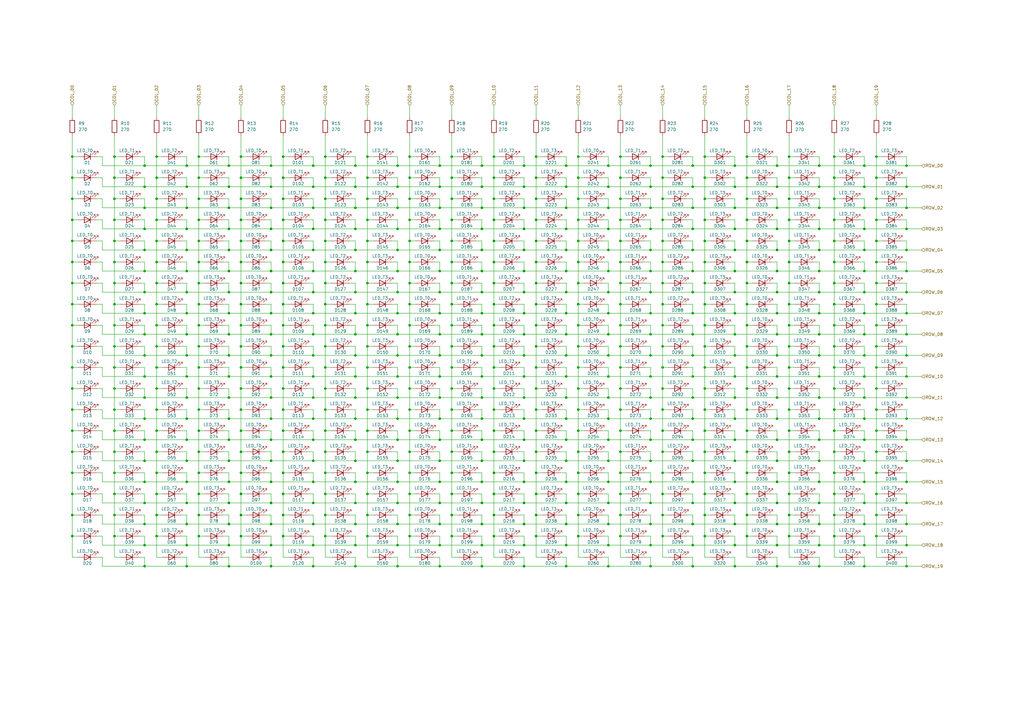
<source format=kicad_sch>
(kicad_sch (version 20250114) (generator "eeschema") (generator_version "9.0")
  (paper "User" 431.8 304.8)
  (junction (at 185.42 105.41))
  (junction (at 30.48 208.28))
  (junction (at 78.74 78.74))
  (junction (at 48.26 83.82))
  (junction (at 167.64 212.09))
  (junction (at 60.96 69.85))
  (junction (at 185.42 87.63))
  (junction (at 332.74 190.5))
  (junction (at 114.3 149.86))
  (junction (at 297.18 119.38))
  (junction (at 66.04 190.5))
  (junction (at 220.98 149.86))
  (junction (at 167.64 114.3))
  (junction (at 220.98 105.41))
  (junction (at 369.57 172.72))
  (junction (at 369.57 74.93))
  (junction (at 351.79 154.94))
  (junction (at 30.48 137.16))
  (junction (at 132.08 158.75))
  (junction (at 309.88 78.74))
  (junction (at 96.52 140.97))
  (junction (at 274.32 185.42))
  (junction (at 149.86 194.31))
  (junction (at 190.5 101.6))
  (junction (at 83.82 101.6))
  (junction (at 119.38 119.38))
  (junction (at 364.49 176.53))
  (junction (at 190.5 190.5))
  (junction (at 332.74 146.05))
  (junction (at 48.26 66.04))
  (junction (at 382.27 212.09))
  (junction (at 238.76 140.97))
  (junction (at 203.2 114.3))
  (junction (at 327.66 158.75))
  (junction (at 101.6 226.06))
  (junction (at 261.62 74.93))
  (junction (at 274.32 114.3))
  (junction (at 226.06 128.27))
  (junction (at 256.54 123.19))
  (junction (at 114.3 238.76))
  (junction (at 369.57 181.61))
  (junction (at 382.27 105.41))
  (junction (at 297.18 199.39))
  (junction (at 238.76 212.09))
  (junction (at 220.98 229.87))
  (junction (at 351.79 190.5))
  (junction (at 292.1 132.08))
  (junction (at 238.76 105.41))
  (junction (at 309.88 132.08))
  (junction (at 369.57 119.38))
  (junction (at 149.86 149.86))
  (junction (at 167.64 167.64))
  (junction (at 60.96 158.75))
  (junction (at 83.82 163.83))
  (junction (at 96.52 87.63))
  (junction (at 185.42 185.42))
  (junction (at 203.2 87.63))
  (junction (at 149.86 114.3))
  (junction (at 327.66 185.42))
  (junction (at 382.27 229.87))
  (junction (at 292.1 78.74))
  (junction (at 119.38 226.06))
  (junction (at 203.2 105.41))
  (junction (at 279.4 92.71))
  (junction (at 60.96 105.41))
  (junction (at 172.72 128.27))
  (junction (at 185.42 229.87))
  (junction (at 154.94 217.17))
  (junction (at 351.79 92.71))
  (junction (at 243.84 128.27))
  (junction (at 167.64 96.52))
  (junction (at 382.27 167.64))
  (junction (at 220.98 238.76))
  (junction (at 154.94 146.05))
  (junction (at 60.96 176.53))
  (junction (at 66.04 146.05))
  (junction (at 137.16 119.38))
  (junction (at 167.64 238.76))
  (junction (at 345.44 194.31))
  (junction (at 48.26 92.71))
  (junction (at 332.74 137.16))
  (junction (at 154.94 172.72))
  (junction (at 309.88 203.2))
  (junction (at 149.86 167.64))
  (junction (at 60.96 238.76))
  (junction (at 364.49 78.74))
  (junction (at 382.27 96.52))
  (junction (at 96.52 132.08))
  (junction (at 114.3 123.19))
  (junction (at 309.88 69.85))
  (junction (at 309.88 149.86))
  (junction (at 203.2 194.31))
  (junction (at 261.62 110.49))
  (junction (at 137.16 181.61))
  (junction (at 48.26 163.83))
  (junction (at 185.42 140.97))
  (junction (at 132.08 87.63))
  (junction (at 292.1 203.2))
  (junction (at 114.3 185.42))
  (junction (at 66.04 137.16))
  (junction (at 208.28 226.06))
  (junction (at 309.88 194.31))
  (junction (at 78.74 194.31))
  (junction (at 238.76 229.87))
  (junction (at 345.44 203.2))
  (junction (at 48.26 146.05))
  (junction (at 137.16 66.04))
  (junction (at 332.74 199.39))
  (junction (at 351.79 101.6))
  (junction (at 279.4 74.93))
  (junction (at 220.98 158.75))
  (junction (at 208.28 119.38))
  (junction (at 292.1 238.76))
  (junction (at 382.27 238.76))
  (junction (at 332.74 119.38))
  (junction (at 327.66 114.3))
  (junction (at 314.96 172.72))
  (junction (at 132.08 185.42))
  (junction (at 203.2 158.75))
  (junction (at 226.06 92.71))
  (junction (at 190.5 163.83))
  (junction (at 314.96 101.6))
  (junction (at 132.08 176.53))
  (junction (at 190.5 83.82))
  (junction (at 172.72 208.28))
  (junction (at 369.57 128.27))
  (junction (at 274.32 78.74))
  (junction (at 220.98 203.2))
  (junction (at 190.5 146.05))
  (junction (at 30.48 172.72))
  (junction (at 274.32 203.2))
  (junction (at 190.5 208.28))
  (junction (at 172.72 101.6))
  (junction (at 114.3 220.98))
  (junction (at 297.18 226.06))
  (junction (at 279.4 146.05))
  (junction (at 274.32 87.63))
  (junction (at 154.94 199.39))
  (junction (at 261.62 190.5))
  (junction (at 261.62 146.05))
  (junction (at 149.86 238.76))
  (junction (at 332.74 101.6))
  (junction (at 332.74 217.17))
  (junction (at 327.66 220.98))
  (junction (at 154.94 226.06))
  (junction (at 279.4 217.17))
  (junction (at 154.94 110.49))
  (junction (at 60.96 114.3))
  (junction (at 274.32 194.31))
  (junction (at 48.26 208.28))
  (junction (at 256.54 105.41))
  (junction (at 238.76 203.2))
  (junction (at 66.04 154.94))
  (junction (at 203.2 96.52))
  (junction (at 48.26 74.93))
  (junction (at 203.2 229.87))
  (junction (at 114.3 78.74))
  (junction (at 279.4 119.38))
  (junction (at 369.57 66.04))
  (junction (at 292.1 185.42))
  (junction (at 119.38 110.49))
  (junction (at 351.79 163.83))
  (junction (at 351.79 181.61))
  (junction (at 60.96 220.98))
  (junction (at 132.08 229.87))
  (junction (at 60.96 194.31))
  (junction (at 345.44 114.3))
  (junction (at 292.1 149.86))
  (junction (at 364.49 238.76))
  (junction (at 382.27 132.08))
  (junction (at 327.66 123.19))
  (junction (at 114.3 158.75))
  (junction (at 256.54 140.97))
  (junction (at 83.82 172.72))
  (junction (at 327.66 194.31))
  (junction (at 132.08 114.3))
  (junction (at 364.49 203.2))
  (junction (at 297.18 66.04))
  (junction (at 137.16 101.6))
  (junction (at 243.84 172.72))
  (junction (at 114.3 229.87))
  (junction (at 238.76 132.08))
  (junction (at 154.94 83.82))
  (junction (at 208.28 154.94))
  (junction (at 185.42 158.75))
  (junction (at 154.94 208.28))
  (junction (at 314.96 119.38))
  (junction (at 238.76 123.19))
  (junction (at 190.5 172.72))
  (junction (at 243.84 217.17))
  (junction (at 256.54 229.87))
  (junction (at 203.2 203.2))
  (junction (at 238.76 194.31))
  (junction (at 297.18 74.93))
  (junction (at 382.27 149.86))
  (junction (at 226.06 163.83))
  (junction (at 119.38 74.93))
  (junction (at 30.48 154.94))
  (junction (at 243.84 83.82))
  (junction (at 332.74 226.06))
  (junction (at 297.18 92.71))
  (junction (at 238.76 69.85))
  (junction (at 256.54 212.09))
  (junction (at 369.57 101.6))
  (junction (at 220.98 167.64))
  (junction (at 345.44 167.64))
  (junction (at 208.28 110.49))
  (junction (at 208.28 146.05))
  (junction (at 238.76 167.64))
  (junction (at 243.84 163.83))
  (junction (at 226.06 146.05))
  (junction (at 30.48 199.39))
  (junction (at 369.57 226.06))
  (junction (at 185.42 194.31))
  (junction (at 256.54 185.42))
  (junction (at 132.08 105.41))
  (junction (at 208.28 128.27))
  (junction (at 172.72 146.05))
  (junction (at 208.28 181.61))
  (junction (at 185.42 176.53))
  (junction (at 256.54 69.85))
  (junction (at 149.86 140.97))
  (junction (at 364.49 114.3))
  (junction (at 345.44 78.74))
  (junction (at 190.5 154.94))
  (junction (at 256.54 194.31))
  (junction (at 238.76 149.86))
  (junction (at 154.94 101.6))
  (junction (at 101.6 128.27))
  (junction (at 345.44 149.86))
  (junction (at 203.2 212.09))
  (junction (at 78.74 114.3))
  (junction (at 243.84 199.39))
  (junction (at 256.54 238.76))
  (junction (at 60.96 123.19))
  (junction (at 309.88 114.3))
  (junction (at 101.6 154.94))
  (junction (at 119.38 101.6))
  (junction (at 190.5 74.93))
  (junction (at 243.84 226.06))
  (junction (at 220.98 69.85))
  (junction (at 256.54 203.2))
  (junction (at 96.52 185.42))
  (junction (at 190.5 199.39))
  (junction (at 243.84 92.71))
  (junction (at 60.96 229.87))
  (junction (at 78.74 220.98))
  (junction (at 332.74 163.83))
  (junction (at 119.38 146.05))
  (junction (at 119.38 128.27))
  (junction (at 172.72 92.71))
  (junction (at 369.57 163.83))
  (junction (at 172.72 154.94))
  (junction (at 279.4 66.04))
  (junction (at 96.52 158.75))
  (junction (at 185.42 212.09))
  (junction (at 167.64 194.31))
  (junction (at 149.86 158.75))
  (junction (at 208.28 137.16))
  (junction (at 292.1 123.19))
  (junction (at 208.28 199.39))
  (junction (at 274.32 105.41))
  (junction (at 274.32 220.98))
  (junction (at 96.52 194.31))
  (junction (at 261.62 128.27))
  (junction (at 314.96 83.82))
  (junction (at 274.32 149.86))
  (junction (at 332.74 110.49))
  (junction (at 83.82 199.39))
  (junction (at 101.6 146.05))
  (junction (at 167.64 132.08))
  (junction (at 78.74 167.64))
  (junction (at 203.2 167.64))
  (junction (at 382.27 185.42))
  (junction (at 132.08 220.98))
  (junction (at 96.52 69.85))
  (junction (at 243.84 208.28))
  (junction (at 345.44 212.09))
  (junction (at 332.74 74.93))
  (junction (at 327.66 212.09))
  (junction (at 83.82 226.06))
  (junction (at 83.82 190.5))
  (junction (at 119.38 137.16))
  (junction (at 382.27 123.19))
  (junction (at 327.66 229.87))
  (junction (at 226.06 83.82))
  (junction (at 154.94 66.04))
  (junction (at 96.52 96.52))
  (junction (at 220.98 96.52))
  (junction (at 297.18 163.83))
  (junction (at 208.28 208.28))
  (junction (at 208.28 83.82))
  (junction (at 279.4 226.06))
  (junction (at 364.49 212.09))
  (junction (at 309.88 158.75))
  (junction (at 203.2 78.74))
  (junction (at 185.42 123.19))
  (junction (at 256.54 149.86))
  (junction (at 297.18 217.17))
  (junction (at 297.18 110.49))
  (junction (at 314.96 110.49))
  (junction (at 119.38 154.94))
  (junction (at 297.18 181.61))
  (junction (at 256.54 176.53))
  (junction (at 96.52 123.19))
  (junction (at 114.3 87.63))
  (junction (at 30.48 119.38))
  (junction (at 119.38 208.28))
  (junction (at 345.44 87.63))
  (junction (at 345.44 96.52))
  (junction (at 351.79 226.06))
  (junction (at 149.86 212.09))
  (junction (at 332.74 66.04))
  (junction (at 261.62 66.04))
  (junction (at 48.26 217.17))
  (junction (at 314.96 226.06))
  (junction (at 172.72 190.5))
  (junction (at 185.42 132.08))
  (junction (at 382.27 220.98))
  (junction (at 256.54 78.74))
  (junction (at 369.57 83.82))
  (junction (at 332.74 128.27))
  (junction (at 167.64 185.42))
  (junction (at 132.08 140.97))
  (junction (at 351.79 119.38))
  (junction (at 220.98 78.74))
  (junction (at 119.38 199.39))
  (junction (at 208.28 163.83))
  (junction (at 149.86 132.08))
  (junction (at 226.06 190.5))
  (junction (at 203.2 123.19))
  (junction (at 274.32 176.53))
  (junction (at 167.64 158.75))
  (junction (at 220.98 212.09))
  (junction (at 48.26 190.5))
  (junction (at 345.44 229.87))
  (junction (at 114.3 96.52))
  (junction (at 203.2 185.42))
  (junction (at 238.76 220.98))
  (junction (at 114.3 203.2))
  (junction (at 185.42 238.76))
  (junction (at 309.88 212.09))
  (junction (at 83.82 74.93))
  (junction (at 345.44 123.19))
  (junction (at 345.44 158.75))
  (junction (at 119.38 163.83))
  (junction (at 309.88 229.87))
  (junction (at 351.79 74.93))
  (junction (at 119.38 83.82))
  (junction (at 83.82 154.94))
  (junction (at 314.96 128.27))
  (junction (at 256.54 132.08))
  (junction (at 314.96 137.16))
  (junction (at 243.84 119.38))
  (junction (at 96.52 212.09))
  (junction (at 369.57 110.49))
  (junction (at 96.52 238.76))
  (junction (at 154.94 128.27))
  (junction (at 60.96 87.63))
  (junction (at 132.08 123.19))
  (junction (at 149.86 220.98))
  (junction (at 369.57 146.05))
  (junction (at 314.96 217.17))
  (junction (at 203.2 220.98))
  (junction (at 190.5 128.27))
  (junction (at 279.4 154.94))
  (junction (at 279.4 208.28))
  (junction (at 78.74 185.42))
  (junction (at 382.27 114.3))
  (junction (at 66.04 119.38))
  (junction (at 149.86 69.85))
  (junction (at 78.74 176.53))
  (junction (at 369.57 208.28))
  (junction (at 364.49 132.08))
  (junction (at 208.28 92.71))
  (junction (at 345.44 176.53))
  (junction (at 226.06 119.38))
  (junction (at 274.32 123.19))
  (junction (at 114.3 69.85))
  (junction (at 172.72 199.39))
  (junction (at 101.6 208.28))
  (junction (at 220.98 132.08))
  (junction (at 78.74 132.08))
  (junction (at 327.66 132.08))
  (junction (at 238.76 185.42))
  (junction (at 279.4 172.72))
  (junction (at 149.86 229.87))
  (junction (at 137.16 128.27))
  (junction (at 78.74 123.19))
  (junction (at 167.64 69.85))
  (junction (at 297.18 172.72))
  (junction (at 332.74 154.94))
  (junction (at 30.48 190.5))
  (junction (at 66.04 163.83))
  (junction (at 48.26 154.94))
  (junction (at 101.6 172.72))
  (junction (at 297.18 137.16))
  (junction (at 382.27 140.97))
  (junction (at 314.96 154.94))
  (junction (at 96.52 229.87))
  (junction (at 292.1 220.98))
  (junction (at 83.82 83.82))
  (junction (at 48.26 137.16))
  (junction (at 327.66 96.52))
  (junction (at 314.96 163.83))
  (junction (at 382.27 203.2))
  (junction (at 208.28 190.5))
  (junction (at 203.2 140.97))
  (junction (at 345.44 220.98))
  (junction (at 226.06 217.17))
  (junction (at 132.08 132.08))
  (junction (at 83.82 181.61))
  (junction (at 101.6 110.49))
  (junction (at 154.94 154.94))
  (junction (at 30.48 101.6))
  (junction (at 154.94 181.61))
  (junction (at 208.28 172.72))
  (junction (at 382.27 78.74))
  (junction (at 238.76 176.53))
  (junction (at 256.54 220.98))
  (junction (at 78.74 212.09))
  (junction (at 314.96 181.61))
  (junction (at 101.6 190.5))
  (junction (at 137.16 154.94))
  (junction (at 60.96 96.52))
  (junction (at 279.4 163.83))
  (junction (at 243.84 101.6))
  (junction (at 220.98 87.63))
  (junction (at 243.84 190.5))
  (junction (at 48.26 101.6))
  (junction (at 292.1 140.97))
  (junction (at 78.74 229.87))
  (junction (at 297.18 128.27))
  (junction (at 167.64 149.86))
  (junction (at 369.57 137.16))
  (junction (at 327.66 87.63))
  (junction (at 185.42 78.74))
  (junction (at 149.86 176.53))
  (junction (at 167.64 203.2))
  (junction (at 119.38 92.71))
  (junction (at 314.96 92.71))
  (junction (at 332.74 208.28))
  (junction (at 351.79 217.17))
  (junction (at 274.32 140.97))
  (junction (at 172.72 110.49))
  (junction (at 30.48 217.17))
  (junction (at 137.16 110.49))
  (junction (at 327.66 203.2))
  (junction (at 226.06 172.72))
  (junction (at 66.04 74.93))
  (junction (at 274.32 69.85))
  (junction (at 132.08 78.74))
  (junction (at 309.88 167.64))
  (junction (at 261.62 163.83))
  (junction (at 172.72 74.93))
  (junction (at 382.27 158.75))
  (junction (at 132.08 203.2))
  (junction (at 78.74 149.86))
  (junction (at 364.49 194.31))
  (junction (at 137.16 146.05))
  (junction (at 309.88 96.52))
  (junction (at 30.48 226.06))
  (junction (at 190.5 137.16))
  (junction (at 154.94 163.83))
  (junction (at 292.1 194.31))
  (junction (at 30.48 92.71))
  (junction (at 101.6 119.38))
  (junction (at 149.86 123.19))
  (junction (at 238.76 114.3))
  (junction (at 66.04 199.39))
  (junction (at 226.06 199.39))
  (junction (at 60.96 78.74))
  (junction (at 314.96 190.5))
  (junction (at 261.62 199.39))
  (junction (at 279.4 101.6))
  (junction (at 137.16 92.71))
  (junction (at 226.06 110.49))
  (junction (at 261.62 181.61))
  (junction (at 238.76 158.75))
  (junction (at 149.86 96.52))
  (junction (at 369.57 217.17))
  (junction (at 292.1 229.87))
  (junction (at 261.62 217.17))
  (junction (at 154.94 92.71))
  (junction (at 369.57 92.71))
  (junction (at 243.84 154.94))
  (junction (at 309.88 123.19))
  (junction (at 327.66 140.97))
  (junction (at 185.42 167.64))
  (junction (at 114.3 176.53))
  (junction (at 132.08 96.52))
  (junction (at 60.96 203.2))
  (junction (at 203.2 132.08))
  (junction (at 297.18 146.05))
  (junction (at 137.16 208.28))
  (junction (at 83.82 92.71))
  (junction (at 292.1 114.3))
  (junction (at 114.3 212.09))
  (junction (at 292.1 69.85))
  (junction (at 274.32 158.75))
  (junction (at 101.6 92.71))
  (junction (at 220.98 123.19))
  (junction (at 119.38 190.5))
  (junction (at 119.38 217.17))
  (junction (at 203.2 69.85))
  (junction (at 351.79 66.04))
  (junction (at 297.18 83.82))
  (junction (at 167.64 78.74))
  (junction (at 226.06 74.93))
  (junction (at 119.38 172.72))
  (junction (at 119.38 181.61))
  (junction (at 78.74 140.97))
  (junction (at 274.32 212.09))
  (junction (at 66.04 66.04))
  (junction (at 327.66 69.85))
  (junction (at 274.32 167.64))
  (junction (at 351.79 208.28))
  (junction (at 167.64 87.63))
  (junction (at 314.96 66.04))
  (junction (at 238.76 87.63))
  (junction (at 279.4 181.61))
  (junction (at 96.52 167.64))
  (junction (at 30.48 163.83))
  (junction (at 149.86 185.42))
  (junction (at 292.1 176.53))
  (junction (at 226.06 226.06))
  (junction (at 172.72 181.61))
  (junction (at 309.88 176.53))
  (junction (at 101.6 163.83))
  (junction (at 96.52 114.3))
  (junction (at 314.96 146.05))
  (junction (at 351.79 137.16))
  (junction (at 114.3 140.97))
  (junction (at 297.18 154.94))
  (junction (at 190.5 92.71))
  (junction (at 364.49 167.64))
  (junction (at 78.74 87.63))
  (junction (at 137.16 190.5))
  (junction (at 309.88 105.41))
  (junction (at 382.27 69.85))
  (junction (at 185.42 69.85))
  (junction (at 345.44 132.08))
  (junction (at 66.04 172.72))
  (junction (at 101.6 181.61))
  (junction (at 345.44 238.76))
  (junction (at 274.32 132.08))
  (junction (at 238.76 238.76))
  (junction (at 292.1 87.63))
  (junction (at 351.79 83.82))
  (junction (at 101.6 66.04))
  (junction (at 297.18 208.28))
  (junction (at 96.52 203.2))
  (junction (at 172.72 226.06))
  (junction (at 226.06 66.04))
  (junction (at 279.4 128.27))
  (junction (at 190.5 181.61))
  (junction (at 345.44 69.85))
  (junction (at 208.28 66.04))
  (junction (at 226.06 137.16))
  (junction (at 274.32 96.52))
  (junction (at 279.4 190.5))
  (junction (at 345.44 105.41))
  (junction (at 261.62 119.38))
  (junction (at 30.48 83.82))
  (junction (at 30.48 110.49))
  (junction (at 190.5 226.06))
  (junction (at 261.62 154.94))
  (junction (at 279.4 137.16))
  (junction (at 96.52 176.53))
  (junction (at 114.3 105.41))
  (junction (at 114.3 114.3))
  (junction (at 369.57 199.39))
  (junction (at 149.86 105.41))
  (junction (at 66.04 110.49))
  (junction (at 364.49 158.75))
  (junction (at 48.26 172.72))
  (junction (at 83.82 66.04))
  (junction (at 208.28 101.6))
  (junction (at 30.48 66.04))
  (junction (at 256.54 158.75))
  (junction (at 101.6 101.6))
  (junction (at 243.84 137.16))
  (junction (at 30.48 181.61))
  (junction (at 101.6 74.93))
  (junction (at 243.84 74.93))
  (junction (at 382.27 194.31))
  (junction (at 203.2 238.76))
  (junction (at 172.72 83.82))
  (junction (at 137.16 163.83))
  (junction (at 167.64 123.19))
  (junction (at 351.79 199.39))
  (junction (at 167.64 229.87))
  (junction (at 167.64 140.97))
  (junction (at 101.6 83.82))
  (junction (at 297.18 101.6))
  (junction (at 274.32 238.76))
  (junction (at 226.06 181.61))
  (junction (at 154.94 190.5))
  (junction (at 327.66 149.86))
  (junction (at 48.26 181.61))
  (junction (at 185.42 220.98))
  (junction (at 292.1 96.52))
  (junction (at 190.5 66.04))
  (junction (at 114.3 194.31))
  (junction (at 137.16 199.39))
  (junction (at 309.88 185.42))
  (junction (at 66.04 92.71))
  (junction (at 364.49 105.41))
  (junction (at 364.49 96.52))
  (junction (at 220.98 114.3))
  (junction (at 119.38 66.04))
  (junction (at 114.3 167.64))
  (junction (at 66.04 83.82))
  (junction (at 78.74 69.85))
  (junction (at 83.82 146.05))
  (junction (at 345.44 140.97))
  (junction (at 364.49 87.63))
  (junction (at 167.64 105.41))
  (junction (at 132.08 194.31))
  (junction (at 292.1 167.64))
  (junction (at 66.04 128.27))
  (junction (at 309.88 238.76))
  (junction (at 369.57 154.94))
  (junction (at 292.1 105.41))
  (junction (at 137.16 137.16))
  (junction (at 274.32 229.87))
  (junction (at 351.79 146.05))
  (junction (at 185.42 114.3))
  (junction (at 66.04 181.61))
  (junction (at 364.49 220.98))
  (junction (at 351.79 128.27))
  (junction (at 203.2 176.53))
  (junction (at 208.28 74.93))
  (junction (at 78.74 158.75))
  (junction (at 172.72 137.16))
  (junction (at 172.72 119.38))
  (junction (at 137.16 74.93))
  (junction (at 167.64 220.98))
  (junction (at 369.57 190.5))
  (junction (at 137.16 172.72))
  (junction (at 137.16 226.06))
  (junction (at 226.06 101.6))
  (junction (at 327.66 176.53))
  (junction (at 154.94 137.16))
  (junction (at 60.96 149.86))
  (junction (at 172.72 163.83))
  (junction (at 309.88 87.63))
  (junction (at 154.94 119.38))
  (junction (at 332.74 83.82))
  (junction (at 132.08 212.09))
  (junction (at 78.74 105.41))
  (junction (at 172.72 172.72))
  (junction (at 96.52 149.86))
  (junction (at 292.1 158.75))
  (junction (at 364.49 149.86))
  (junction (at 132.08 167.64))
  (junction (at 243.84 110.49))
  (junction (at 83.82 217.17))
  (junction (at 30.48 74.93))
  (junction (at 30.48 128.27))
  (junction (at 132.08 149.86))
  (junction (at 83.82 119.38))
  (junction (at 261.62 92.71))
  (junction (at 78.74 96.52))
  (junction (at 364.49 140.97))
  (junction (at 351.79 110.49))
  (junction (at 185.42 149.86))
  (junction (at 66.04 101.6))
  (junction (at 114.3 132.08))
  (junction (at 203.2 149.86))
  (junction (at 345.44 185.42))
  (junction (at 220.98 194.31))
  (junction (at 78.74 203.2))
  (junction (at 261.62 101.6))
  (junction (at 190.5 119.38))
  (junction (at 137.16 83.82))
  (junction (at 66.04 217.17))
  (junction (at 66.04 208.28))
  (junction (at 256.54 167.64))
  (junction (at 351.79 172.72))
  (junction (at 96.52 105.41))
  (junction (at 382.27 87.63))
  (junction (at 243.84 146.05))
  (junction (at 60.96 185.42))
  (junction (at 238.76 78.74))
  (junction (at 96.52 78.74))
  (junction (at 256.54 87.63))
  (junction (at 149.86 78.74))
  (junction (at 190.5 217.17))
  (junction (at 185.42 203.2))
  (junction (at 332.74 172.72))
  (junction (at 279.4 110.49))
  (junction (at 364.49 185.42))
  (junction (at 220.98 185.42))
  (junction (at 154.94 74.93))
  (junction (at 167.64 176.53))
  (junction (at 101.6 217.17))
  (junction (at 60.96 140.97))
  (junction (at 261.62 83.82))
  (junction (at 101.6 199.39))
  (junction (at 332.74 92.71))
  (junction (at 314.96 208.28))
  (junction (at 149.86 87.63))
  (junction (at 314.96 74.93))
  (junction (at 327.66 105.41))
  (junction (at 332.74 181.61))
  (junction (at 261.62 137.16))
  (junction (at 60.96 212.09))
  (junction (at 185.42 96.52))
  (junction (at 292.1 212.09))
  (junction (at 172.72 217.17))
  (junction (at 83.82 208.28))
  (junction (at 261.62 208.28))
  (junction (at 243.84 181.61))
  (junction (at 220.98 220.98))
  (junction (at 30.48 146.05))
  (junction (at 309.88 220.98))
  (junction (at 96.52 220.98))
  (junction (at 149.86 203.2))
  (junction (at 220.98 176.53))
  (junction (at 327.66 167.64))
  (junction (at 48.26 226.06))
  (junction (at 238.76 96.52))
  (junction (at 364.49 69.85))
  (junction (at 137.16 217.17))
  (junction (at 226.06 154.94))
  (junction (at 364.49 123.19))
  (junction (at 208.28 217.17))
  (junction (at 83.82 110.49))
  (junction (at 314.96 199.39))
  (junction (at 261.62 172.72))
  (junction (at 60.96 167.64))
  (junction (at 309.88 140.97))
  (junction (at 48.26 110.49))
  (junction (at 78.74 238.76))
  (junction (at 132.08 238.76))
  (junction (at 48.26 128.27))
  (junction (at 132.08 69.85))
  (junction (at 101.6 137.16))
  (junction (at 220.98 140.97))
  (junction (at 83.82 128.27))
  (junction (at 279.4 199.39))
  (junction (at 279.4 83.82))
  (junction (at 364.49 229.87))
  (junction (at 48.26 119.38))
  (junction (at 48.26 199.39))
  (junction (at 327.66 238.76))
  (junction (at 60.96 132.08))
  (junction (at 226.06 208.28))
  (junction (at 297.18 190.5))
  (junction (at 256.54 96.52))
  (junction (at 327.66 78.74))
  (junction (at 261.62 226.06))
  (junction (at 66.04 226.06))
  (junction (at 83.82 137.16))
  (junction (at 382.27 176.53))
  (junction (at 172.72 66.04))
  (junction (at 256.54 114.3))
  (junction (at 190.5 110.49))
  (junction (at 243.84 66.04))
  (wire (pts (xy 185.42 229.87) (xy 203.2 229.87)))
  (wire (pts (xy 208.28 190.5) (xy 208.28 199.39)))
  (wire (pts (xy 185.42 163.83) (xy 185.42 167.64)))
  (wire (pts (xy 228.6 199.39) (xy 226.06 199.39)))
  (wire (pts (xy 149.86 128.27) (xy 149.86 132.08)))
  (wire (pts (xy 203.2 176.53) (xy 220.98 176.53)))
  (wire (pts (xy 43.18 149.86) (xy 60.96 149.86)))
  (wire (pts (xy 96.52 110.49) (xy 93.98 110.49)))
  (wire (pts (xy 104.14 146.05) (xy 101.6 146.05)))
  (wire (pts (xy 203.2 149.86) (xy 220.98 149.86)))
  (wire (pts (xy 292.1 208.28) (xy 289.56 208.28)))
  (wire (pts (xy 369.57 110.49) (xy 369.57 119.38)))
  (wire (pts (xy 382.27 149.86) (xy 388.62 149.86)))
  (wire (pts (xy 327.66 128.27) (xy 325.12 128.27)))
  (wire (pts (xy 48.26 154.94) (xy 48.26 163.83)))
  (wire (pts (xy 332.74 146.05) (xy 332.74 154.94)))
  (wire (pts (xy 382.27 87.63) (xy 388.62 87.63)))
  (wire (pts (xy 274.32 212.09) (xy 292.1 212.09)))
  (wire (pts (xy 220.98 101.6) (xy 218.44 101.6)))
  (wire (pts (xy 274.32 194.31) (xy 292.1 194.31)))
  (wire (pts (xy 86.36 154.94) (xy 83.82 154.94)))
  (wire (pts (xy 96.52 128.27) (xy 96.52 132.08)))
  (wire (pts (xy 114.3 128.27) (xy 111.76 128.27)))
  (wire (pts (xy 172.72 92.71) (xy 172.72 101.6)))
  (wire (pts (xy 96.52 167.64) (xy 114.3 167.64)))
  (wire (pts (xy 228.6 92.71) (xy 226.06 92.71)))
  (wire (pts (xy 238.76 238.76) (xy 256.54 238.76)))
  (wire (pts (xy 274.32 208.28) (xy 274.32 212.09)))
  (wire (pts (xy 78.74 220.98) (xy 96.52 220.98)))
  (wire (pts (xy 210.82 128.27) (xy 208.28 128.27)))
  (wire (pts (xy 256.54 96.52) (xy 274.32 96.52)))
  (wire (pts (xy 149.86 83.82) (xy 149.86 87.63)))
  (wire (pts (xy 96.52 154.94) (xy 93.98 154.94)))
  (wire (pts (xy 66.04 172.72) (xy 66.04 181.61)))
  (wire (pts (xy 203.2 96.52) (xy 220.98 96.52)))
  (wire (pts (xy 48.26 226.06) (xy 48.26 234.95)))
  (wire (pts (xy 309.88 163.83) (xy 307.34 163.83)))
  (wire (pts (xy 33.02 119.38) (xy 30.48 119.38)))
  (wire (pts (xy 203.2 199.39) (xy 200.66 199.39)))
  (wire (pts (xy 369.57 44.45) (xy 369.57 49.53)))
  (wire (pts (xy 292.1 101.6) (xy 292.1 105.41)))
  (wire (pts (xy 261.62 217.17) (xy 261.62 226.06)))
  (wire (pts (xy 264.16 137.16) (xy 261.62 137.16)))
  (wire (pts (xy 132.08 92.71) (xy 132.08 96.52)))
  (wire (pts (xy 369.57 101.6) (xy 369.57 110.49)))
  (wire (pts (xy 167.64 234.95) (xy 167.64 238.76)))
  (wire (pts (xy 78.74 74.93) (xy 78.74 78.74)))
  (wire (pts (xy 172.72 226.06) (xy 172.72 234.95)))
  (wire (pts (xy 190.5 217.17) (xy 190.5 226.06)))
  (wire (pts (xy 238.76 185.42) (xy 256.54 185.42)))
  (wire (pts (xy 246.38 234.95) (xy 243.84 234.95)))
  (wire (pts (xy 220.98 172.72) (xy 218.44 172.72)))
  (wire (pts (xy 167.64 137.16) (xy 165.1 137.16)))
  (wire (pts (xy 354.33 234.95) (xy 351.79 234.95)))
  (wire (pts (xy 274.32 217.17) (xy 271.78 217.17)))
  (wire (pts (xy 226.06 190.5) (xy 226.06 199.39)))
  (wire (pts (xy 243.84 92.71) (xy 243.84 101.6)))
  (wire (pts (xy 114.3 226.06) (xy 114.3 229.87)))
  (wire (pts (xy 317.5 66.04) (xy 314.96 66.04)))
  (wire (pts (xy 149.86 208.28) (xy 147.32 208.28)))
  (wire (pts (xy 175.26 110.49) (xy 172.72 110.49)))
  (wire (pts (xy 274.32 181.61) (xy 271.78 181.61)))
  (wire (pts (xy 185.42 181.61) (xy 182.88 181.61)))
  (wire (pts (xy 60.96 220.98) (xy 78.74 220.98)))
  (wire (pts (xy 114.3 229.87) (xy 132.08 229.87)))
  (wire (pts (xy 220.98 190.5) (xy 218.44 190.5)))
  (wire (pts (xy 137.16 44.45) (xy 137.16 49.53)))
  (wire (pts (xy 351.79 181.61) (xy 351.79 190.5)))
  (wire (pts (xy 203.2 78.74) (xy 220.98 78.74)))
  (wire (pts (xy 30.48 57.15) (xy 30.48 66.04)))
  (wire (pts (xy 382.27 234.95) (xy 379.73 234.95)))
  (wire (pts (xy 137.16 154.94) (xy 137.16 163.83)))
  (wire (pts (xy 185.42 105.41) (xy 203.2 105.41)))
  (wire (pts (xy 238.76 74.93) (xy 238.76 78.74)))
  (wire (pts (xy 60.96 69.85) (xy 78.74 69.85)))
  (wire (pts (xy 345.44 128.27) (xy 345.44 132.08)))
  (wire (pts (xy 292.1 172.72) (xy 292.1 176.53)))
  (wire (pts (xy 220.98 190.5) (xy 220.98 194.31)))
  (wire (pts (xy 228.6 128.27) (xy 226.06 128.27)))
  (wire (pts (xy 83.82 217.17) (xy 83.82 226.06)))
  (wire (pts (xy 382.27 226.06) (xy 379.73 226.06)))
  (wire (pts (xy 167.64 69.85) (xy 185.42 69.85)))
  (wire (pts (xy 369.57 172.72) (xy 369.57 181.61)))
  (wire (pts (xy 101.6 128.27) (xy 101.6 137.16)))
  (wire (pts (xy 50.8 92.71) (xy 48.26 92.71)))
  (wire (pts (xy 238.76 149.86) (xy 256.54 149.86)))
  (wire (pts (xy 327.66 137.16) (xy 327.66 140.97)))
  (wire (pts (xy 83.82 190.5) (xy 83.82 199.39)))
  (wire (pts (xy 382.27 101.6) (xy 379.73 101.6)))
  (wire (pts (xy 96.52 69.85) (xy 114.3 69.85)))
  (wire (pts (xy 96.52 163.83) (xy 96.52 167.64)))
  (wire (pts (xy 121.92 119.38) (xy 119.38 119.38)))
  (wire (pts (xy 246.38 217.17) (xy 243.84 217.17)))
  (wire (pts (xy 292.1 96.52) (xy 309.88 96.52)))
  (wire (pts (xy 50.8 128.27) (xy 48.26 128.27)))
  (wire (pts (xy 274.32 66.04) (xy 271.78 66.04)))
  (wire (pts (xy 281.94 181.61) (xy 279.4 181.61)))
  (wire (pts (xy 372.11 226.06) (xy 369.57 226.06)))
  (wire (pts (xy 121.92 146.05) (xy 119.38 146.05)))
  (wire (pts (xy 96.52 217.17) (xy 93.98 217.17)))
  (wire (pts (xy 309.88 181.61) (xy 309.88 185.42)))
  (wire (pts (xy 220.98 176.53) (xy 238.76 176.53)))
  (wire (pts (xy 297.18 199.39) (xy 297.18 208.28)))
  (wire (pts (xy 238.76 199.39) (xy 236.22 199.39)))
  (wire (pts (xy 292.1 185.42) (xy 309.88 185.42)))
  (wire (pts (xy 382.27 220.98) (xy 388.62 220.98)))
  (wire (pts (xy 243.84 190.5) (xy 243.84 199.39)))
  (wire (pts (xy 256.54 66.04) (xy 254 66.04)))
  (wire (pts (xy 60.96 110.49) (xy 60.96 114.3)))
  (wire (pts (xy 60.96 132.08) (xy 78.74 132.08)))
  (wire (pts (xy 78.74 83.82) (xy 76.2 83.82)))
  (wire (pts (xy 279.4 181.61) (xy 279.4 190.5)))
  (wire (pts (xy 327.66 119.38) (xy 327.66 123.19)))
  (wire (pts (xy 43.18 176.53) (xy 60.96 176.53)))
  (wire (pts (xy 78.74 66.04) (xy 78.74 69.85)))
  (wire (pts (xy 203.2 66.04) (xy 203.2 69.85)))
  (wire (pts (xy 292.1 217.17) (xy 289.56 217.17)))
  (wire (pts (xy 167.64 220.98) (xy 185.42 220.98)))
  (wire (pts (xy 243.84 199.39) (xy 243.84 208.28)))
  (wire (pts (xy 101.6 83.82) (xy 101.6 92.71)))
  (wire (pts (xy 281.94 199.39) (xy 279.4 199.39)))
  (wire (pts (xy 96.52 234.95) (xy 96.52 238.76)))
  (wire (pts (xy 114.3 78.74) (xy 132.08 78.74)))
  (wire (pts (xy 220.98 137.16) (xy 220.98 140.97)))
  (wire (pts (xy 309.88 110.49) (xy 307.34 110.49)))
  (wire (pts (xy 345.44 208.28) (xy 342.9 208.28)))
  (wire (pts (xy 238.76 132.08) (xy 256.54 132.08)))
  (wire (pts (xy 354.33 154.94) (xy 351.79 154.94)))
  (wire (pts (xy 382.27 185.42) (xy 388.62 185.42)))
  (wire (pts (xy 226.06 181.61) (xy 226.06 190.5)))
  (wire (pts (xy 132.08 66.04) (xy 132.08 69.85)))
  (wire (pts (xy 167.64 208.28) (xy 167.64 212.09)))
  (wire (pts (xy 119.38 181.61) (xy 119.38 190.5)))
  (wire (pts (xy 345.44 194.31) (xy 364.49 194.31)))
  (wire (pts (xy 327.66 217.17) (xy 327.66 220.98)))
  (wire (pts (xy 154.94 217.17) (xy 154.94 226.06)))
  (wire (pts (xy 297.18 172.72) (xy 297.18 181.61)))
  (wire (pts (xy 238.76 83.82) (xy 238.76 87.63)))
  (wire (pts (xy 60.96 92.71) (xy 58.42 92.71)))
  (wire (pts (xy 119.38 92.71) (xy 119.38 101.6)))
  (wire (pts (xy 149.86 185.42) (xy 167.64 185.42)))
  (wire (pts (xy 114.3 101.6) (xy 111.76 101.6)))
  (wire (pts (xy 299.72 234.95) (xy 297.18 234.95)))
  (wire (pts (xy 327.66 74.93) (xy 327.66 78.74)))
  (wire (pts (xy 203.2 154.94) (xy 203.2 158.75)))
  (wire (pts (xy 256.54 137.16) (xy 256.54 140.97)))
  (wire (pts (xy 292.1 146.05) (xy 292.1 149.86)))
  (wire (pts (xy 238.76 128.27) (xy 238.76 132.08)))
  (wire (pts (xy 256.54 226.06) (xy 256.54 229.87)))
  (wire (pts (xy 114.3 132.08) (xy 132.08 132.08)))
  (wire (pts (xy 167.64 163.83) (xy 167.64 167.64)))
  (wire (pts (xy 33.02 137.16) (xy 30.48 137.16)))
  (wire (pts (xy 364.49 83.82) (xy 361.95 83.82)))
  (wire (pts (xy 299.72 110.49) (xy 297.18 110.49)))
  (wire (pts (xy 190.5 154.94) (xy 190.5 163.83)))
  (wire (pts (xy 332.74 128.27) (xy 332.74 137.16)))
  (wire (pts (xy 96.52 185.42) (xy 114.3 185.42)))
  (wire (pts (xy 382.27 154.94) (xy 382.27 158.75)))
  (wire (pts (xy 297.18 128.27) (xy 297.18 137.16)))
  (wire (pts (xy 309.88 167.64) (xy 327.66 167.64)))
  (wire (pts (xy 327.66 190.5) (xy 327.66 194.31)))
  (wire (pts (xy 60.96 119.38) (xy 60.96 123.19)))
  (wire (pts (xy 132.08 217.17) (xy 132.08 220.98)))
  (wire (pts (xy 256.54 87.63) (xy 274.32 87.63)))
  (wire (pts (xy 137.16 226.06) (xy 137.16 234.95)))
  (wire (pts (xy 96.52 119.38) (xy 96.52 123.19)))
  (wire (pts (xy 149.86 181.61) (xy 147.32 181.61)))
  (wire (pts (xy 78.74 185.42) (xy 96.52 185.42)))
  (wire (pts (xy 114.3 66.04) (xy 111.76 66.04)))
  (wire (pts (xy 68.58 154.94) (xy 66.04 154.94)))
  (wire (pts (xy 193.04 74.93) (xy 190.5 74.93)))
  (wire (pts (xy 203.2 217.17) (xy 203.2 220.98)))
  (wire (pts (xy 299.72 101.6) (xy 297.18 101.6)))
  (wire (pts (xy 256.54 226.06) (xy 254 226.06)))
  (wire (pts (xy 335.28 163.83) (xy 332.74 163.83)))
  (wire (pts (xy 292.1 92.71) (xy 292.1 96.52)))
  (wire (pts (xy 274.32 83.82) (xy 271.78 83.82)))
  (wire (pts (xy 43.18 146.05) (xy 40.64 146.05)))
  (wire (pts (xy 309.88 234.95) (xy 309.88 238.76)))
  (wire (pts (xy 139.7 119.38) (xy 137.16 119.38)))
  (wire (pts (xy 175.26 226.06) (xy 172.72 226.06)))
  (wire (pts (xy 154.94 208.28) (xy 154.94 217.17)))
  (wire (pts (xy 345.44 74.93) (xy 342.9 74.93)))
  (wire (pts (xy 157.48 217.17) (xy 154.94 217.17)))
  (wire (pts (xy 382.27 208.28) (xy 379.73 208.28)))
  (wire (pts (xy 309.88 69.85) (xy 327.66 69.85)))
  (wire (pts (xy 256.54 181.61) (xy 254 181.61)))
  (wire (pts (xy 121.92 74.93) (xy 119.38 74.93)))
  (wire (pts (xy 86.36 181.61) (xy 83.82 181.61)))
  (wire (pts (xy 119.38 101.6) (xy 119.38 110.49)))
  (wire (pts (xy 382.27 128.27) (xy 382.27 132.08)))
  (wire (pts (xy 256.54 119.38) (xy 254 119.38)))
  (wire (pts (xy 172.72 83.82) (xy 172.72 92.71)))
  (wire (pts (xy 364.49 110.49) (xy 361.95 110.49)))
  (wire (pts (xy 226.06 57.15) (xy 226.06 66.04)))
  (wire (pts (xy 114.3 83.82) (xy 114.3 87.63)))
  (wire (pts (xy 309.88 238.76) (xy 327.66 238.76)))
  (wire (pts (xy 96.52 74.93) (xy 93.98 74.93)))
  (wire (pts (xy 167.64 87.63) (xy 185.42 87.63)))
  (wire (pts (xy 203.2 226.06) (xy 200.66 226.06)))
  (wire (pts (xy 78.74 140.97) (xy 96.52 140.97)))
  (wire (pts (xy 292.1 190.5) (xy 289.56 190.5)))
  (wire (pts (xy 119.38 217.17) (xy 119.38 226.06)))
  (wire (pts (xy 203.2 229.87) (xy 220.98 229.87)))
  (wire (pts (xy 220.98 217.17) (xy 218.44 217.17)))
  (wire (pts (xy 292.1 220.98) (xy 309.88 220.98)))
  (wire (pts (xy 78.74 132.08) (xy 96.52 132.08)))
  (wire (pts (xy 382.27 146.05) (xy 382.27 149.86)))
  (wire (pts (xy 68.58 172.72) (xy 66.04 172.72)))
  (wire (pts (xy 274.32 217.17) (xy 274.32 220.98)))
  (wire (pts (xy 256.54 217.17) (xy 254 217.17)))
  (wire (pts (xy 238.76 83.82) (xy 236.22 83.82)))
  (wire (pts (xy 185.42 140.97) (xy 203.2 140.97)))
  (wire (pts (xy 190.5 83.82) (xy 190.5 92.71)))
  (wire (pts (xy 190.5 66.04) (xy 190.5 74.93)))
  (wire (pts (xy 101.6 92.71) (xy 101.6 101.6)))
  (wire (pts (xy 292.1 110.49) (xy 292.1 114.3)))
  (wire (pts (xy 226.06 137.16) (xy 226.06 146.05)))
  (wire (pts (xy 314.96 181.61) (xy 314.96 190.5)))
  (wire (pts (xy 372.11 199.39) (xy 369.57 199.39)))
  (wire (pts (xy 292.1 123.19) (xy 309.88 123.19)))
  (wire (pts (xy 86.36 74.93) (xy 83.82 74.93)))
  (wire (pts (xy 50.8 119.38) (xy 48.26 119.38)))
  (wire (pts (xy 274.32 163.83) (xy 274.32 167.64)))
  (wire (pts (xy 317.5 208.28) (xy 314.96 208.28)))
  (wire (pts (xy 264.16 146.05) (xy 261.62 146.05)))
  (wire (pts (xy 60.96 137.16) (xy 60.96 140.97)))
  (wire (pts (xy 327.66 194.31) (xy 345.44 194.31)))
  (wire (pts (xy 354.33 83.82) (xy 351.79 83.82)))
  (wire (pts (xy 246.38 181.61) (xy 243.84 181.61)))
  (wire (pts (xy 238.76 217.17) (xy 238.76 220.98)))
  (wire (pts (xy 121.92 234.95) (xy 119.38 234.95)))
  (wire (pts (xy 382.27 226.06) (xy 382.27 229.87)))
  (wire (pts (xy 66.04 226.06) (xy 66.04 234.95)))
  (wire (pts (xy 185.42 176.53) (xy 203.2 176.53)))
  (wire (pts (xy 190.5 119.38) (xy 190.5 128.27)))
  (wire (pts (xy 149.86 92.71) (xy 149.86 96.52)))
  (wire (pts (xy 132.08 101.6) (xy 129.54 101.6)))
  (wire (pts (xy 369.57 208.28) (xy 369.57 217.17)))
  (wire (pts (xy 193.04 66.04) (xy 190.5 66.04)))
  (wire (pts (xy 208.28 110.49) (xy 208.28 119.38)))
  (wire (pts (xy 50.8 172.72) (xy 48.26 172.72)))
  (wire (pts (xy 175.26 137.16) (xy 172.72 137.16)))
  (wire (pts (xy 292.1 238.76) (xy 309.88 238.76)))
  (wire (pts (xy 175.26 128.27) (xy 172.72 128.27)))
  (wire (pts (xy 48.26 190.5) (xy 48.26 199.39)))
  (wire (pts (xy 279.4 66.04) (xy 279.4 74.93)))
  (wire (pts (xy 238.76 123.19) (xy 256.54 123.19)))
  (wire (pts (xy 30.48 226.06) (xy 30.48 234.95)))
  (wire (pts (xy 292.1 181.61) (xy 289.56 181.61)))
  (wire (pts (xy 149.86 181.61) (xy 149.86 185.42)))
  (wire (pts (xy 256.54 83.82) (xy 256.54 87.63)))
  (wire (pts (xy 172.72 101.6) (xy 172.72 110.49)))
  (wire (pts (xy 279.4 199.39) (xy 279.4 208.28)))
  (wire (pts (xy 314.96 101.6) (xy 314.96 110.49)))
  (wire (pts (xy 203.2 132.08) (xy 220.98 132.08)))
  (wire (pts (xy 256.54 229.87) (xy 274.32 229.87)))
  (wire (pts (xy 101.6 217.17) (xy 101.6 226.06)))
  (wire (pts (xy 167.64 110.49) (xy 165.1 110.49)))
  (wire (pts (xy 185.42 199.39) (xy 185.42 203.2)))
  (wire (pts (xy 238.76 92.71) (xy 236.22 92.71)))
  (wire (pts (xy 274.32 146.05) (xy 274.32 149.86)))
  (wire (pts (xy 167.64 74.93) (xy 167.64 78.74)))
  (wire (pts (xy 274.32 132.08) (xy 292.1 132.08)))
  (wire (pts (xy 185.42 212.09) (xy 203.2 212.09)))
  (wire (pts (xy 175.26 217.17) (xy 172.72 217.17)))
  (wire (pts (xy 256.54 137.16) (xy 254 137.16)))
  (wire (pts (xy 297.18 226.06) (xy 297.18 234.95)))
  (wire (pts (xy 327.66 149.86) (xy 345.44 149.86)))
  (wire (pts (xy 185.42 234.95) (xy 182.88 234.95)))
  (wire (pts (xy 220.98 110.49) (xy 220.98 114.3)))
  (wire (pts (xy 256.54 119.38) (xy 256.54 123.19)))
  (wire (pts (xy 345.44 185.42) (xy 364.49 185.42)))
  (wire (pts (xy 345.44 154.94) (xy 342.9 154.94)))
  (wire (pts (xy 314.96 172.72) (xy 314.96 181.61)))
  (wire (pts (xy 220.98 74.93) (xy 220.98 78.74)))
  (wire (pts (xy 43.18 229.87) (xy 60.96 229.87)))
  (wire (pts (xy 33.02 110.49) (xy 30.48 110.49)))
  (wire (pts (xy 104.14 226.06) (xy 101.6 226.06)))
  (wire (pts (xy 167.64 190.5) (xy 167.64 194.31)))
  (wire (pts (xy 96.52 208.28) (xy 96.52 212.09)))
  (wire (pts (xy 132.08 69.85) (xy 149.86 69.85)))
  (wire (pts (xy 238.76 74.93) (xy 236.22 74.93)))
  (wire (pts (xy 30.48 110.49) (xy 30.48 119.38)))
  (wire (pts (xy 203.2 123.19) (xy 220.98 123.19)))
  (wire (pts (xy 60.96 238.76) (xy 78.74 238.76)))
  (wire (pts (xy 332.74 57.15) (xy 332.74 66.04)))
  (wire (pts (xy 309.88 132.08) (xy 327.66 132.08)))
  (wire (pts (xy 50.8 101.6) (xy 48.26 101.6)))
  (wire (pts (xy 220.98 83.82) (xy 218.44 83.82)))
  (wire (pts (xy 190.5 110.49) (xy 190.5 119.38)))
  (wire (pts (xy 96.52 226.06) (xy 96.52 229.87)))
  (wire (pts (xy 149.86 172.72) (xy 147.32 172.72)))
  (wire (pts (xy 208.28 101.6) (xy 208.28 110.49)))
  (wire (pts (xy 274.32 110.49) (xy 274.32 114.3)))
  (wire (pts (xy 238.76 146.05) (xy 236.22 146.05)))
  (wire (pts (xy 274.32 154.94) (xy 271.78 154.94)))
  (wire (pts (xy 132.08 220.98) (xy 149.86 220.98)))
  (wire (pts (xy 83.82 226.06) (xy 83.82 234.95)))
  (wire (pts (xy 309.88 190.5) (xy 307.34 190.5)))
  (wire (pts (xy 345.44 226.06) (xy 345.44 229.87)))
  (wire (pts (xy 256.54 181.61) (xy 256.54 185.42)))
  (wire (pts (xy 299.72 119.38) (xy 297.18 119.38)))
  (wire (pts (xy 48.26 74.93) (xy 48.26 83.82)))
  (wire (pts (xy 132.08 110.49) (xy 129.54 110.49)))
  (wire (pts (xy 149.86 229.87) (xy 167.64 229.87)))
  (wire (pts (xy 114.3 101.6) (xy 114.3 105.41)))
  (wire (pts (xy 274.32 226.06) (xy 271.78 226.06)))
  (wire (pts (xy 369.57 163.83) (xy 369.57 172.72)))
  (wire (pts (xy 238.76 226.06) (xy 236.22 226.06)))
  (wire (pts (xy 48.26 208.28) (xy 50.8 208.28)))
  (wire (pts (xy 60.96 208.28) (xy 58.42 208.28)))
  (wire (pts (xy 149.86 220.98) (xy 167.64 220.98)))
  (wire (pts (xy 345.44 217.17) (xy 342.9 217.17)))
  (wire (pts (xy 172.72 146.05) (xy 172.72 154.94)))
  (wire (pts (xy 226.06 226.06) (xy 226.06 234.95)))
  (wire (pts (xy 364.49 212.09) (xy 382.27 212.09)))
  (wire (pts (xy 335.28 217.17) (xy 332.74 217.17)))
  (wire (pts (xy 345.44 203.2) (xy 364.49 203.2)))
  (wire (pts (xy 364.49 154.94) (xy 361.95 154.94)))
  (wire (pts (xy 96.52 238.76) (xy 114.3 238.76)))
  (wire (pts (xy 243.84 163.83) (xy 243.84 172.72)))
  (wire (pts (xy 33.02 154.94) (xy 30.48 154.94)))
  (wire (pts (xy 345.44 212.09) (xy 364.49 212.09)))
  (wire (pts (xy 382.27 128.27) (xy 379.73 128.27)))
  (wire (pts (xy 210.82 172.72) (xy 208.28 172.72)))
  (wire (pts (xy 210.82 190.5) (xy 208.28 190.5)))
  (wire (pts (xy 364.49 78.74) (xy 382.27 78.74)))
  (wire (pts (xy 185.42 149.86) (xy 203.2 149.86)))
  (wire (pts (xy 220.98 226.06) (xy 218.44 226.06)))
  (wire (pts (xy 238.76 119.38) (xy 236.22 119.38)))
  (wire (pts (xy 30.48 92.71) (xy 30.48 101.6)))
  (wire (pts (xy 96.52 83.82) (xy 96.52 87.63)))
  (wire (pts (xy 167.64 128.27) (xy 165.1 128.27)))
  (wire (pts (xy 167.64 149.86) (xy 185.42 149.86)))
  (wire (pts (xy 256.54 234.95) (xy 256.54 238.76)))
  (wire (pts (xy 369.57 128.27) (xy 369.57 137.16)))
  (wire (pts (xy 78.74 212.09) (xy 96.52 212.09)))
  (wire (pts (xy 132.08 66.04) (xy 129.54 66.04)))
  (wire (pts (xy 327.66 163.83) (xy 327.66 167.64)))
  (wire (pts (xy 309.88 217.17) (xy 309.88 220.98)))
  (wire (pts (xy 309.88 226.06) (xy 307.34 226.06)))
  (wire (pts (xy 210.82 154.94) (xy 208.28 154.94)))
  (wire (pts (xy 132.08 163.83) (xy 129.54 163.83)))
  (wire (pts (xy 43.18 132.08) (xy 60.96 132.08)))
  (wire (pts (xy 317.5 190.5) (xy 314.96 190.5)))
  (wire (pts (xy 332.74 217.17) (xy 332.74 226.06)))
  (wire (pts (xy 114.3 199.39) (xy 114.3 203.2)))
  (wire (pts (xy 203.2 83.82) (xy 200.66 83.82)))
  (wire (pts (xy 43.18 217.17) (xy 40.64 217.17)))
  (wire (pts (xy 327.66 69.85) (xy 345.44 69.85)))
  (wire (pts (xy 149.86 194.31) (xy 167.64 194.31)))
  (wire (pts (xy 60.96 105.41) (xy 78.74 105.41)))
  (wire (pts (xy 114.3 172.72) (xy 111.76 172.72)))
  (wire (pts (xy 60.96 101.6) (xy 60.96 105.41)))
  (wire (pts (xy 220.98 66.04) (xy 220.98 69.85)))
  (wire (pts (xy 256.54 110.49) (xy 256.54 114.3)))
  (wire (pts (xy 274.32 137.16) (xy 274.32 140.97)))
  (wire (pts (xy 274.32 92.71) (xy 271.78 92.71)))
  (wire (pts (xy 43.18 101.6) (xy 43.18 105.41)))
  (wire (pts (xy 101.6 137.16) (xy 101.6 146.05)))
  (wire (pts (xy 193.04 234.95) (xy 190.5 234.95)))
  (wire (pts (xy 167.64 172.72) (xy 165.1 172.72)))
  (wire (pts (xy 264.16 66.04) (xy 261.62 66.04)))
  (wire (pts (xy 345.44 92.71) (xy 345.44 96.52)))
  (wire (pts (xy 210.82 66.04) (xy 208.28 66.04)))
  (wire (pts (xy 345.44 110.49) (xy 345.44 114.3)))
  (wire (pts (xy 238.76 212.09) (xy 256.54 212.09)))
  (wire (pts (xy 261.62 83.82) (xy 261.62 92.71)))
  (wire (pts (xy 335.28 190.5) (xy 332.74 190.5)))
  (wire (pts (xy 172.72 190.5) (xy 172.72 199.39)))
  (wire (pts (xy 345.44 176.53) (xy 364.49 176.53)))
  (wire (pts (xy 364.49 190.5) (xy 361.95 190.5)))
  (wire (pts (xy 246.38 146.05) (xy 243.84 146.05)))
  (wire (pts (xy 382.27 234.95) (xy 382.27 238.76)))
  (wire (pts (xy 78.74 119.38) (xy 76.2 119.38)))
  (wire (pts (xy 299.72 128.27) (xy 297.18 128.27)))
  (wire (pts (xy 364.49 163.83) (xy 361.95 163.83)))
  (wire (pts (xy 261.62 119.38) (xy 261.62 128.27)))
  (wire (pts (xy 354.33 181.61) (xy 351.79 181.61)))
  (wire (pts (xy 327.66 110.49) (xy 325.12 110.49)))
  (wire (pts (xy 121.92 199.39) (xy 119.38 199.39)))
  (wire (pts (xy 175.26 234.95) (xy 172.72 234.95)))
  (wire (pts (xy 68.58 83.82) (xy 66.04 83.82)))
  (wire (pts (xy 83.82 172.72) (xy 83.82 181.61)))
  (wire (pts (xy 193.04 226.06) (xy 190.5 226.06)))
  (wire (pts (xy 382.27 167.64) (xy 388.62 167.64)))
  (wire (pts (xy 256.54 158.75) (xy 274.32 158.75)))
  (wire (pts (xy 48.26 110.49) (xy 48.26 119.38)))
  (wire (pts (xy 139.7 110.49) (xy 137.16 110.49)))
  (wire (pts (xy 345.44 229.87) (xy 364.49 229.87)))
  (wire (pts (xy 238.76 78.74) (xy 256.54 78.74)))
  (wire (pts (xy 154.94 92.71) (xy 154.94 101.6)))
  (wire (pts (xy 96.52 199.39) (xy 96.52 203.2)))
  (wire (pts (xy 327.66 101.6) (xy 325.12 101.6)))
  (wire (pts (xy 299.72 74.93) (xy 297.18 74.93)))
  (wire (pts (xy 33.02 146.05) (xy 30.48 146.05)))
  (wire (pts (xy 172.72 44.45) (xy 172.72 49.53)))
  (wire (pts (xy 48.26 146.05) (xy 48.26 154.94)))
  (wire (pts (xy 327.66 146.05) (xy 325.12 146.05)))
  (wire (pts (xy 274.32 176.53) (xy 292.1 176.53)))
  (wire (pts (xy 114.3 110.49) (xy 111.76 110.49)))
  (wire (pts (xy 185.42 226.06) (xy 185.42 229.87)))
  (wire (pts (xy 190.5 199.39) (xy 190.5 208.28)))
  (wire (pts (xy 149.86 190.5) (xy 149.86 194.31)))
  (wire (pts (xy 119.38 57.15) (xy 119.38 66.04)))
  (wire (pts (xy 297.18 146.05) (xy 297.18 154.94)))
  (wire (pts (xy 372.11 92.71) (xy 369.57 92.71)))
  (wire (pts (xy 292.1 137.16) (xy 289.56 137.16)))
  (wire (pts (xy 185.42 154.94) (xy 182.88 154.94)))
  (wire (pts (xy 228.6 226.06) (xy 226.06 226.06)))
  (wire (pts (xy 185.42 119.38) (xy 182.88 119.38)))
  (wire (pts (xy 351.79 208.28) (xy 351.79 217.17)))
  (wire (pts (xy 60.96 128.27) (xy 60.96 132.08)))
  (wire (pts (xy 238.76 140.97) (xy 256.54 140.97)))
  (wire (pts (xy 203.2 154.94) (xy 200.66 154.94)))
  (wire (pts (xy 104.14 181.61) (xy 101.6 181.61)))
  (wire (pts (xy 185.42 181.61) (xy 185.42 185.42)))
  (wire (pts (xy 139.7 226.06) (xy 137.16 226.06)))
  (wire (pts (xy 274.32 220.98) (xy 292.1 220.98)))
  (wire (pts (xy 175.26 163.83) (xy 172.72 163.83)))
  (wire (pts (xy 78.74 226.06) (xy 78.74 229.87)))
  (wire (pts (xy 279.4 128.27) (xy 279.4 137.16)))
  (wire (pts (xy 185.42 96.52) (xy 203.2 96.52)))
  (wire (pts (xy 193.04 101.6) (xy 190.5 101.6)))
  (wire (pts (xy 43.18 110.49) (xy 43.18 114.3)))
  (wire (pts (xy 137.16 146.05) (xy 137.16 154.94)))
  (wire (pts (xy 137.16 199.39) (xy 137.16 208.28)))
  (wire (pts (xy 317.5 110.49) (xy 314.96 110.49)))
  (wire (pts (xy 132.08 96.52) (xy 149.86 96.52)))
  (wire (pts (xy 78.74 190.5) (xy 78.74 194.31)))
  (wire (pts (xy 364.49 128.27) (xy 364.49 132.08)))
  (wire (pts (xy 167.64 83.82) (xy 167.64 87.63)))
  (wire (pts (xy 149.86 199.39) (xy 149.86 203.2)))
  (wire (pts (xy 203.2 92.71) (xy 203.2 96.52)))
  (wire (pts (xy 364.49 185.42) (xy 382.27 185.42)))
  (wire (pts (xy 132.08 149.86) (xy 149.86 149.86)))
  (wire (pts (xy 345.44 172.72) (xy 345.44 176.53)))
  (wire (pts (xy 281.94 208.28) (xy 279.4 208.28)))
  (wire (pts (xy 210.82 181.61) (xy 208.28 181.61)))
  (wire (pts (xy 43.18 128.27) (xy 40.64 128.27)))
  (wire (pts (xy 114.3 217.17) (xy 114.3 220.98)))
  (wire (pts (xy 364.49 74.93) (xy 361.95 74.93)))
  (wire (pts (xy 78.74 146.05) (xy 78.74 149.86)))
  (wire (pts (xy 60.96 66.04) (xy 60.96 69.85)))
  (wire (pts (xy 114.3 146.05) (xy 114.3 149.86)))
  (wire (pts (xy 154.94 128.27) (xy 154.94 137.16)))
  (wire (pts (xy 60.96 101.6) (xy 58.42 101.6)))
  (wire (pts (xy 78.74 87.63) (xy 96.52 87.63)))
  (wire (pts (xy 309.88 190.5) (xy 309.88 194.31)))
  (wire (pts (xy 175.26 181.61) (xy 172.72 181.61)))
  (wire (pts (xy 137.16 217.17) (xy 137.16 226.06)))
  (wire (pts (xy 121.92 128.27) (xy 119.38 128.27)))
  (wire (pts (xy 193.04 217.17) (xy 190.5 217.17)))
  (wire (pts (xy 327.66 92.71) (xy 325.12 92.71)))
  (wire (pts (xy 86.36 146.05) (xy 83.82 146.05)))
  (wire (pts (xy 210.82 92.71) (xy 208.28 92.71)))
  (wire (pts (xy 292.1 128.27) (xy 292.1 132.08)))
  (wire (pts (xy 364.49 176.53) (xy 382.27 176.53)))
  (wire (pts (xy 175.26 154.94) (xy 172.72 154.94)))
  (wire (pts (xy 185.42 220.98) (xy 203.2 220.98)))
  (wire (pts (xy 101.6 137.16) (xy 104.14 137.16)))
  (wire (pts (xy 327.66 208.28) (xy 327.66 212.09)))
  (wire (pts (xy 60.96 203.2) (xy 78.74 203.2)))
  (wire (pts (xy 43.18 154.94) (xy 40.64 154.94)))
  (wire (pts (xy 30.48 172.72) (xy 30.48 181.61)))
  (wire (pts (xy 132.08 181.61) (xy 132.08 185.42)))
  (wire (pts (xy 114.3 163.83) (xy 111.76 163.83)))
  (wire (pts (xy 335.28 234.95) (xy 332.74 234.95)))
  (wire (pts (xy 314.96 208.28) (xy 314.96 217.17)))
  (wire (pts (xy 299.72 217.17) (xy 297.18 217.17)))
  (wire (pts (xy 238.76 181.61) (xy 236.22 181.61)))
  (wire (pts (xy 372.11 163.83) (xy 369.57 163.83)))
  (wire (pts (xy 149.86 140.97) (xy 167.64 140.97)))
  (wire (pts (xy 83.82 83.82) (xy 83.82 92.71)))
  (wire (pts (xy 314.96 44.45) (xy 314.96 49.53)))
  (wire (pts (xy 185.42 66.04) (xy 182.88 66.04)))
  (wire (pts (xy 203.2 199.39) (xy 203.2 203.2)))
  (wire (pts (xy 274.32 226.06) (xy 274.32 229.87)))
  (wire (pts (xy 364.49 181.61) (xy 364.49 185.42)))
  (wire (pts (xy 83.82 92.71) (xy 83.82 101.6)))
  (wire (pts (xy 292.1 212.09) (xy 309.88 212.09)))
  (wire (pts (xy 210.82 217.17) (xy 208.28 217.17)))
  (wire (pts (xy 96.52 66.04) (xy 93.98 66.04)))
  (wire (pts (xy 96.52 172.72) (xy 96.52 176.53)))
  (wire (pts (xy 274.32 137.16) (xy 271.78 137.16)))
  (wire (pts (xy 96.52 190.5) (xy 96.52 194.31)))
  (wire (pts (xy 226.06 217.17) (xy 226.06 226.06)))
  (wire (pts (xy 299.72 83.82) (xy 297.18 83.82)))
  (wire (pts (xy 246.38 190.5) (xy 243.84 190.5)))
  (wire (pts (xy 78.74 92.71) (xy 76.2 92.71)))
  (wire (pts (xy 261.62 146.05) (xy 261.62 154.94)))
  (wire (pts (xy 220.98 114.3) (xy 238.76 114.3)))
  (wire (pts (xy 50.8 66.04) (xy 48.26 66.04)))
  (wire (pts (xy 369.57 74.93) (xy 369.57 83.82)))
  (wire (pts (xy 132.08 217.17) (xy 129.54 217.17)))
  (wire (pts (xy 167.64 154.94) (xy 165.1 154.94)))
  (wire (pts (xy 60.96 217.17) (xy 58.42 217.17)))
  (wire (pts (xy 149.86 176.53) (xy 167.64 176.53)))
  (wire (pts (xy 30.48 217.17) (xy 30.48 226.06)))
  (wire (pts (xy 101.6 57.15) (xy 101.6 66.04)))
  (wire (pts (xy 292.1 208.28) (xy 292.1 212.09)))
  (wire (pts (xy 228.6 154.94) (xy 226.06 154.94)))
  (wire (pts (xy 309.88 101.6) (xy 307.34 101.6)))
  (wire (pts (xy 78.74 128.27) (xy 76.2 128.27)))
  (wire (pts (xy 382.27 208.28) (xy 382.27 212.09)))
  (wire (pts (xy 274.32 105.41) (xy 292.1 105.41)))
  (wire (pts (xy 172.72 172.72) (xy 172.72 181.61)))
  (wire (pts (xy 50.8 74.93) (xy 48.26 74.93)))
  (wire (pts (xy 345.44 119.38) (xy 345.44 123.19)))
  (wire (pts (xy 167.64 190.5) (xy 165.1 190.5)))
  (wire (pts (xy 96.52 132.08) (xy 114.3 132.08)))
  (wire (pts (xy 281.94 226.06) (xy 279.4 226.06)))
  (wire (pts (xy 96.52 199.39) (xy 93.98 199.39)))
  (wire (pts (xy 274.32 181.61) (xy 274.32 185.42)))
  (wire (pts (xy 139.7 83.82) (xy 137.16 83.82)))
  (wire (pts (xy 210.82 119.38) (xy 208.28 119.38)))
  (wire (pts (xy 132.08 172.72) (xy 129.54 172.72)))
  (wire (pts (xy 327.66 226.06) (xy 327.66 229.87)))
  (wire (pts (xy 104.14 208.28) (xy 101.6 208.28)))
  (wire (pts (xy 372.11 66.04) (xy 369.57 66.04)))
  (wire (pts (xy 68.58 181.61) (xy 66.04 181.61)))
  (wire (pts (xy 345.44 149.86) (xy 364.49 149.86)))
  (wire (pts (xy 264.16 181.61) (xy 261.62 181.61)))
  (wire (pts (xy 351.79 44.45) (xy 351.79 49.53)))
  (wire (pts (xy 256.54 203.2) (xy 274.32 203.2)))
  (wire (pts (xy 119.38 83.82) (xy 119.38 92.71)))
  (wire (pts (xy 96.52 78.74) (xy 114.3 78.74)))
  (wire (pts (xy 137.16 137.16) (xy 137.16 146.05)))
  (wire (pts (xy 382.27 212.09) (xy 388.62 212.09)))
  (wire (pts (xy 175.26 119.38) (xy 172.72 119.38)))
  (wire (pts (xy 60.96 234.95) (xy 58.42 234.95)))
  (wire (pts (xy 220.98 154.94) (xy 218.44 154.94)))
  (wire (pts (xy 327.66 74.93) (xy 325.12 74.93)))
  (wire (pts (xy 297.18 190.5) (xy 297.18 199.39)))
  (wire (pts (xy 60.96 234.95) (xy 60.96 238.76)))
  (wire (pts (xy 256.54 167.64) (xy 274.32 167.64)))
  (wire (pts (xy 43.18 190.5) (xy 40.64 190.5)))
  (wire (pts (xy 104.14 101.6) (xy 101.6 101.6)))
  (wire (pts (xy 137.16 181.61) (xy 137.16 190.5)))
  (wire (pts (xy 238.76 128.27) (xy 236.22 128.27)))
  (wire (pts (xy 246.38 110.49) (xy 243.84 110.49)))
  (wire (pts (xy 256.54 149.86) (xy 274.32 149.86)))
  (wire (pts (xy 119.38 208.28) (xy 119.38 217.17)))
  (wire (pts (xy 314.96 74.93) (xy 314.96 83.82)))
  (wire (pts (xy 137.16 208.28) (xy 137.16 217.17)))
  (wire (pts (xy 96.52 208.28) (xy 93.98 208.28)))
  (wire (pts (xy 364.49 137.16) (xy 361.95 137.16)))
  (wire (pts (xy 43.18 137.16) (xy 40.64 137.16)))
  (wire (pts (xy 43.18 128.27) (xy 43.18 132.08)))
  (wire (pts (xy 317.5 234.95) (xy 314.96 234.95)))
  (wire (pts (xy 172.72 208.28) (xy 172.72 217.17)))
  (wire (pts (xy 299.72 181.61) (xy 297.18 181.61)))
  (wire (pts (xy 190.5 181.61) (xy 190.5 190.5)))
  (wire (pts (xy 238.76 203.2) (xy 256.54 203.2)))
  (wire (pts (xy 101.6 226.06) (xy 101.6 234.95)))
  (wire (pts (xy 369.57 137.16) (xy 369.57 146.05)))
  (wire (pts (xy 33.02 74.93) (xy 30.48 74.93)))
  (wire (pts (xy 203.2 119.38) (xy 200.66 119.38)))
  (wire (pts (xy 33.02 83.82) (xy 30.48 83.82)))
  (wire (pts (xy 345.44 238.76) (xy 364.49 238.76)))
  (wire (pts (xy 68.58 226.06) (xy 66.04 226.06)))
  (wire (pts (xy 203.2 146.05) (xy 200.66 146.05)))
  (wire (pts (xy 317.5 163.83) (xy 314.96 163.83)))
  (wire (pts (xy 382.27 190.5) (xy 379.73 190.5)))
  (wire (pts (xy 281.94 154.94) (xy 279.4 154.94)))
  (wire (pts (xy 345.44 163.83) (xy 342.9 163.83)))
  (wire (pts (xy 139.7 137.16) (xy 137.16 137.16)))
  (wire (pts (xy 345.44 92.71) (xy 342.9 92.71)))
  (wire (pts (xy 256.54 92.71) (xy 256.54 96.52)))
  (wire (pts (xy 309.88 234.95) (xy 307.34 234.95)))
  (wire (pts (xy 274.32 128.27) (xy 274.32 132.08)))
  (wire (pts (xy 335.28 154.94) (xy 332.74 154.94)))
  (wire (pts (xy 309.88 217.17) (xy 307.34 217.17)))
  (wire (pts (xy 190.5 190.5) (xy 190.5 199.39)))
  (wire (pts (xy 167.64 163.83) (xy 165.1 163.83)))
  (wire (pts (xy 327.66 83.82) (xy 327.66 87.63)))
  (wire (pts (xy 364.49 119.38) (xy 364.49 123.19)))
  (wire (pts (xy 327.66 199.39) (xy 325.12 199.39)))
  (wire (pts (xy 274.32 74.93) (xy 271.78 74.93)))
  (wire (pts (xy 382.27 199.39) (xy 382.27 203.2)))
  (wire (pts (xy 185.42 74.93) (xy 185.42 78.74)))
  (wire (pts (xy 351.79 57.15) (xy 351.79 66.04)))
  (wire (pts (xy 83.82 101.6) (xy 83.82 110.49)))
  (wire (pts (xy 167.64 78.74) (xy 185.42 78.74)))
  (wire (pts (xy 68.58 234.95) (xy 66.04 234.95)))
  (wire (pts (xy 382.27 69.85) (xy 388.62 69.85)))
  (wire (pts (xy 50.8 190.5) (xy 48.26 190.5)))
  (wire (pts (xy 114.3 140.97) (xy 132.08 140.97)))
  (wire (pts (xy 137.16 101.6) (xy 137.16 110.49)))
  (wire (pts (xy 364.49 226.06) (xy 361.95 226.06)))
  (wire (pts (xy 132.08 226.06) (xy 129.54 226.06)))
  (wire (pts (xy 60.96 194.31) (xy 78.74 194.31)))
  (wire (pts (xy 332.74 110.49) (xy 332.74 119.38)))
  (wire (pts (xy 274.32 154.94) (xy 274.32 158.75)))
  (wire (pts (xy 309.88 114.3) (xy 327.66 114.3)))
  (wire (pts (xy 139.7 66.04) (xy 137.16 66.04)))
  (wire (pts (xy 86.36 190.5) (xy 83.82 190.5)))
  (wire (pts (xy 137.16 92.71) (xy 137.16 101.6)))
  (wire (pts (xy 121.92 83.82) (xy 119.38 83.82)))
  (wire (pts (xy 114.3 199.39) (xy 111.76 199.39)))
  (wire (pts (xy 96.52 146.05) (xy 96.52 149.86)))
  (wire (pts (xy 66.04 101.6) (xy 66.04 110.49)))
  (wire (pts (xy 243.84 74.93) (xy 243.84 83.82)))
  (wire (pts (xy 354.33 172.72) (xy 351.79 172.72)))
  (wire (pts (xy 121.92 92.71) (xy 119.38 92.71)))
  (wire (pts (xy 208.28 137.16) (xy 208.28 146.05)))
  (wire (pts (xy 33.02 234.95) (xy 30.48 234.95)))
  (wire (pts (xy 60.96 137.16) (xy 58.42 137.16)))
  (wire (pts (xy 132.08 119.38) (xy 129.54 119.38)))
  (wire (pts (xy 96.52 92.71) (xy 93.98 92.71)))
  (wire (pts (xy 327.66 87.63) (xy 345.44 87.63)))
  (wire (pts (xy 149.86 146.05) (xy 149.86 149.86)))
  (wire (pts (xy 60.96 87.63) (xy 78.74 87.63)))
  (wire (pts (xy 256.54 110.49) (xy 254 110.49)))
  (wire (pts (xy 274.32 69.85) (xy 292.1 69.85)))
  (wire (pts (xy 332.74 44.45) (xy 332.74 49.53)))
  (wire (pts (xy 314.96 199.39) (xy 314.96 208.28)))
  (wire (pts (xy 332.74 163.83) (xy 332.74 172.72)))
  (wire (pts (xy 256.54 190.5) (xy 256.54 194.31)))
  (wire (pts (xy 203.2 87.63) (xy 220.98 87.63)))
  (wire (pts (xy 369.57 57.15) (xy 369.57 66.04)))
  (wire (pts (xy 203.2 105.41) (xy 220.98 105.41)))
  (wire (pts (xy 208.28 199.39) (xy 208.28 208.28)))
  (wire (pts (xy 327.66 217.17) (xy 325.12 217.17)))
  (wire (pts (xy 292.1 119.38) (xy 289.56 119.38)))
  (wire (pts (xy 243.84 101.6) (xy 243.84 110.49)))
  (wire (pts (xy 345.44 66.04) (xy 342.9 66.04)))
  (wire (pts (xy 121.92 217.17) (xy 119.38 217.17)))
  (wire (pts (xy 119.38 154.94) (xy 119.38 163.83)))
  (wire (pts (xy 78.74 154.94) (xy 76.2 154.94)))
  (wire (pts (xy 351.79 163.83) (xy 351.79 172.72)))
  (wire (pts (xy 279.4 110.49) (xy 279.4 119.38)))
  (wire (pts (xy 274.32 190.5) (xy 274.32 194.31)))
  (wire (pts (xy 96.52 101.6) (xy 96.52 105.41)))
  (wire (pts (xy 256.54 212.09) (xy 274.32 212.09)))
  (wire (pts (xy 292.1 128.27) (xy 289.56 128.27)))
  (wire (pts (xy 60.96 74.93) (xy 58.42 74.93)))
  (wire (pts (xy 203.2 190.5) (xy 200.66 190.5)))
  (wire (pts (xy 114.3 220.98) (xy 132.08 220.98)))
  (wire (pts (xy 332.74 92.71) (xy 332.74 101.6)))
  (wire (pts (xy 60.96 167.64) (xy 78.74 167.64)))
  (wire (pts (xy 208.28 66.04) (xy 208.28 74.93)))
  (wire (pts (xy 226.06 101.6) (xy 226.06 110.49)))
  (wire (pts (xy 292.1 172.72) (xy 289.56 172.72)))
  (wire (pts (xy 256.54 190.5) (xy 254 190.5)))
  (wire (pts (xy 132.08 137.16) (xy 129.54 137.16)))
  (wire (pts (xy 60.96 146.05) (xy 58.42 146.05)))
  (wire (pts (xy 157.48 119.38) (xy 154.94 119.38)))
  (wire (pts (xy 292.1 199.39) (xy 289.56 199.39)))
  (wire (pts (xy 228.6 83.82) (xy 226.06 83.82)))
  (wire (pts (xy 193.04 181.61) (xy 190.5 181.61)))
  (wire (pts (xy 132.08 203.2) (xy 149.86 203.2)))
  (wire (pts (xy 132.08 146.05) (xy 129.54 146.05)))
  (wire (pts (xy 96.52 176.53) (xy 114.3 176.53)))
  (wire (pts (xy 220.98 92.71) (xy 220.98 96.52)))
  (wire (pts (xy 167.64 132.08) (xy 185.42 132.08)))
  (wire (pts (xy 43.18 172.72) (xy 43.18 176.53)))
  (wire (pts (xy 274.32 92.71) (xy 274.32 96.52)))
  (wire (pts (xy 78.74 119.38) (xy 78.74 123.19)))
  (wire (pts (xy 137.16 110.49) (xy 137.16 119.38)))
  (wire (pts (xy 327.66 119.38) (xy 325.12 119.38)))
  (wire (pts (xy 101.6 154.94) (xy 101.6 163.83)))
  (wire (pts (xy 185.42 114.3) (xy 203.2 114.3)))
  (wire (pts (xy 154.94 172.72) (xy 154.94 181.61)))
  (wire (pts (xy 274.32 172.72) (xy 274.32 176.53)))
  (wire (pts (xy 226.06 172.72) (xy 226.06 181.61)))
  (wire (pts (xy 50.8 199.39) (xy 48.26 199.39)))
  (wire (pts (xy 33.02 101.6) (xy 30.48 101.6)))
  (wire (pts (xy 101.6 110.49) (xy 101.6 119.38)))
  (wire (pts (xy 274.32 140.97) (xy 292.1 140.97)))
  (wire (pts (xy 78.74 238.76) (xy 96.52 238.76)))
  (wire (pts (xy 299.72 66.04) (xy 297.18 66.04)))
  (wire (pts (xy 372.11 190.5) (xy 369.57 190.5)))
  (wire (pts (xy 30.48 137.16) (xy 30.48 146.05)))
  (wire (pts (xy 345.44 96.52) (xy 364.49 96.52)))
  (wire (pts (xy 33.02 181.61) (xy 30.48 181.61)))
  (wire (pts (xy 382.27 66.04) (xy 379.73 66.04)))
  (wire (pts (xy 345.44 234.95) (xy 342.9 234.95)))
  (wire (pts (xy 101.6 101.6) (xy 101.6 110.49)))
  (wire (pts (xy 314.96 146.05) (xy 314.96 154.94)))
  (wire (pts (xy 121.92 101.6) (xy 119.38 101.6)))
  (wire (pts (xy 345.44 154.94) (xy 345.44 158.75)))
  (wire (pts (xy 281.94 110.49) (xy 279.4 110.49)))
  (wire (pts (xy 256.54 132.08) (xy 274.32 132.08)))
  (wire (pts (xy 114.3 190.5) (xy 114.3 194.31)))
  (wire (pts (xy 309.88 172.72) (xy 307.34 172.72)))
  (wire (pts (xy 132.08 78.74) (xy 149.86 78.74)))
  (wire (pts (xy 297.18 92.71) (xy 297.18 101.6)))
  (wire (pts (xy 279.4 190.5) (xy 279.4 199.39)))
  (wire (pts (xy 369.57 226.06) (xy 369.57 234.95)))
  (wire (pts (xy 185.42 132.08) (xy 203.2 132.08)))
  (wire (pts (xy 78.74 208.28) (xy 76.2 208.28)))
  (wire (pts (xy 139.7 208.28) (xy 137.16 208.28)))
  (wire (pts (xy 119.38 226.06) (xy 119.38 234.95)))
  (wire (pts (xy 345.44 101.6) (xy 342.9 101.6)))
  (wire (pts (xy 309.88 66.04) (xy 307.34 66.04)))
  (wire (pts (xy 335.28 83.82) (xy 332.74 83.82)))
  (wire (pts (xy 96.52 137.16) (xy 96.52 140.97)))
  (wire (pts (xy 30.48 181.61) (xy 30.48 190.5)))
  (wire (pts (xy 314.96 83.82) (xy 314.96 92.71)))
  (wire (pts (xy 203.2 163.83) (xy 203.2 167.64)))
  (wire (pts (xy 203.2 140.97) (xy 220.98 140.97)))
  (wire (pts (xy 154.94 44.45) (xy 154.94 49.53)))
  (wire (pts (xy 246.38 172.72) (xy 243.84 172.72)))
  (wire (pts (xy 96.52 234.95) (xy 93.98 234.95)))
  (wire (pts (xy 167.64 92.71) (xy 165.1 92.71)))
  (wire (pts (xy 114.3 137.16) (xy 114.3 140.97)))
  (wire (pts (xy 43.18 190.5) (xy 43.18 194.31)))
  (wire (pts (xy 314.96 190.5) (xy 314.96 199.39)))
  (wire (pts (xy 309.88 220.98) (xy 327.66 220.98)))
  (wire (pts (xy 220.98 137.16) (xy 218.44 137.16)))
  (wire (pts (xy 83.82 137.16) (xy 83.82 146.05)))
  (wire (pts (xy 167.64 96.52) (xy 185.42 96.52)))
  (wire (pts (xy 114.3 158.75) (xy 132.08 158.75)))
  (wire (pts (xy 185.42 226.06) (xy 182.88 226.06)))
  (wire (pts (xy 43.18 226.06) (xy 43.18 229.87)))
  (wire (pts (xy 149.86 146.05) (xy 147.32 146.05)))
  (wire (pts (xy 157.48 154.94) (xy 154.94 154.94)))
  (wire (pts (xy 327.66 83.82) (xy 325.12 83.82)))
  (wire (pts (xy 364.49 132.08) (xy 382.27 132.08)))
  (wire (pts (xy 83.82 110.49) (xy 83.82 119.38)))
  (wire (pts (xy 354.33 208.28) (xy 351.79 208.28)))
  (wire (pts (xy 281.94 172.72) (xy 279.4 172.72)))
  (wire (pts (xy 345.44 181.61) (xy 345.44 185.42)))
  (wire (pts (xy 167.64 212.09) (xy 185.42 212.09)))
  (wire (pts (xy 345.44 163.83) (xy 345.44 167.64)))
  (wire (pts (xy 309.88 181.61) (xy 307.34 181.61)))
  (wire (pts (xy 114.3 194.31) (xy 132.08 194.31)))
  (wire (pts (xy 149.86 212.09) (xy 167.64 212.09)))
  (wire (pts (xy 78.74 167.64) (xy 96.52 167.64)))
  (wire (pts (xy 154.94 57.15) (xy 154.94 66.04)))
  (wire (pts (xy 83.82 146.05) (xy 83.82 154.94)))
  (wire (pts (xy 309.88 66.04) (xy 309.88 69.85)))
  (wire (pts (xy 132.08 199.39) (xy 129.54 199.39)))
  (wire (pts (xy 30.48 128.27) (xy 30.48 137.16)))
  (wire (pts (xy 314.96 119.38) (xy 314.96 128.27)))
  (wire (pts (xy 50.8 163.83) (xy 48.26 163.83)))
  (wire (pts (xy 243.84 226.06) (xy 243.84 234.95)))
  (wire (pts (xy 264.16 83.82) (xy 261.62 83.82)))
  (wire (pts (xy 190.5 137.16) (xy 190.5 146.05)))
  (wire (pts (xy 149.86 167.64) (xy 167.64 167.64)))
  (wire (pts (xy 220.98 128.27) (xy 218.44 128.27)))
  (wire (pts (xy 137.16 190.5) (xy 137.16 199.39)))
  (wire (pts (xy 66.04 137.16) (xy 66.04 146.05)))
  (wire (pts (xy 238.76 105.41) (xy 256.54 105.41)))
  (wire (pts (xy 96.52 158.75) (xy 114.3 158.75)))
  (wire (pts (xy 238.76 167.64) (xy 256.54 167.64)))
  (wire (pts (xy 78.74 172.72) (xy 78.74 176.53)))
  (wire (pts (xy 96.52 101.6) (xy 93.98 101.6)))
  (wire (pts (xy 101.6 181.61) (xy 101.6 190.5)))
  (wire (pts (xy 33.02 208.28) (xy 30.48 208.28)))
  (wire (pts (xy 60.96 229.87) (xy 78.74 229.87)))
  (wire (pts (xy 261.62 128.27) (xy 261.62 137.16)))
  (wire (pts (xy 203.2 208.28) (xy 203.2 212.09)))
  (wire (pts (xy 167.64 74.93) (xy 165.1 74.93)))
  (wire (pts (xy 256.54 163.83) (xy 256.54 167.64)))
  (wire (pts (xy 332.74 226.06) (xy 332.74 234.95)))
  (wire (pts (xy 203.2 101.6) (xy 203.2 105.41)))
  (wire (pts (xy 220.98 185.42) (xy 238.76 185.42)))
  (wire (pts (xy 43.18 140.97) (xy 60.96 140.97)))
  (wire (pts (xy 50.8 154.94) (xy 48.26 154.94)))
  (wire (pts (xy 226.06 163.83) (xy 226.06 172.72)))
  (wire (pts (xy 220.98 212.09) (xy 238.76 212.09)))
  (wire (pts (xy 345.44 217.17) (xy 345.44 220.98)))
  (wire (pts (xy 48.26 66.04) (xy 48.26 74.93)))
  (wire (pts (xy 369.57 92.71) (xy 369.57 101.6)))
  (wire (pts (xy 172.72 110.49) (xy 172.72 119.38)))
  (wire (pts (xy 327.66 181.61) (xy 327.66 185.42)))
  (wire (pts (xy 48.26 57.15) (xy 48.26 66.04)))
  (wire (pts (xy 382.27 78.74) (xy 388.62 78.74)))
  (wire (pts (xy 121.92 154.94) (xy 119.38 154.94)))
  (wire (pts (xy 114.3 181.61) (xy 114.3 185.42)))
  (wire (pts (xy 279.4 172.72) (xy 279.4 181.61)))
  (wire (pts (xy 139.7 190.5) (xy 137.16 190.5)))
  (wire (pts (xy 327.66 181.61) (xy 325.12 181.61)))
  (wire (pts (xy 369.57 83.82) (xy 369.57 92.71)))
  (wire (pts (xy 228.6 190.5) (xy 226.06 190.5)))
  (wire (pts (xy 104.14 66.04) (xy 101.6 66.04)))
  (wire (pts (xy 220.98 167.64) (xy 238.76 167.64)))
  (wire (pts (xy 226.06 44.45) (xy 226.06 49.53)))
  (wire (pts (xy 104.14 92.71) (xy 101.6 92.71)))
  (wire (pts (xy 327.66 154.94) (xy 327.66 158.75)))
  (wire (pts (xy 114.3 190.5) (xy 111.76 190.5)))
  (wire (pts (xy 86.36 199.39) (xy 83.82 199.39)))
  (wire (pts (xy 60.96 190.5) (xy 60.96 194.31)))
  (wire (pts (xy 208.28 83.82) (xy 208.28 92.71)))
  (wire (pts (xy 60.96 149.86) (xy 78.74 149.86)))
  (wire (pts (xy 382.27 83.82) (xy 379.73 83.82)))
  (wire (pts (xy 279.4 57.15) (xy 279.4 66.04)))
  (wire (pts (xy 83.82 128.27) (xy 83.82 137.16)))
  (wire (pts (xy 167.64 217.17) (xy 167.64 220.98)))
  (wire (pts (xy 309.88 128.27) (xy 307.34 128.27)))
  (wire (pts (xy 261.62 208.28) (xy 261.62 217.17)))
  (wire (pts (xy 228.6 172.72) (xy 226.06 172.72)))
  (wire (pts (xy 114.3 176.53) (xy 132.08 176.53)))
  (wire (pts (xy 78.74 110.49) (xy 76.2 110.49)))
  (wire (pts (xy 203.2 74.93) (xy 200.66 74.93)))
  (wire (pts (xy 256.54 92.71) (xy 254 92.71)))
  (wire (pts (xy 382.27 146.05) (xy 379.73 146.05)))
  (wire (pts (xy 382.27 137.16) (xy 382.27 140.97)))
  (wire (pts (xy 364.49 217.17) (xy 361.95 217.17)))
  (wire (pts (xy 243.84 137.16) (xy 243.84 146.05)))
  (wire (pts (xy 203.2 194.31) (xy 220.98 194.31)))
  (wire (pts (xy 101.6 199.39) (xy 101.6 208.28)))
  (wire (pts (xy 243.84 217.17) (xy 243.84 226.06)))
  (wire (pts (xy 60.96 146.05) (xy 60.96 149.86)))
  (wire (pts (xy 101.6 146.05) (xy 101.6 154.94)))
  (wire (pts (xy 185.42 167.64) (xy 203.2 167.64)))
  (wire (pts (xy 43.18 83.82) (xy 40.64 83.82)))
  (wire (pts (xy 185.42 146.05) (xy 182.88 146.05)))
  (wire (pts (xy 309.88 199.39) (xy 307.34 199.39)))
  (wire (pts (xy 203.2 181.61) (xy 200.66 181.61)))
  (wire (pts (xy 382.27 110.49) (xy 379.73 110.49)))
  (wire (pts (xy 114.3 74.93) (xy 114.3 78.74)))
  (wire (pts (xy 119.38 44.45) (xy 119.38 49.53)))
  (wire (pts (xy 60.96 83.82) (xy 58.42 83.82)))
  (wire (pts (xy 226.06 154.94) (xy 226.06 163.83)))
  (wire (pts (xy 364.49 199.39) (xy 361.95 199.39)))
  (wire (pts (xy 220.98 226.06) (xy 220.98 229.87)))
  (wire (pts (xy 297.18 217.17) (xy 297.18 226.06)))
  (wire (pts (xy 132.08 74.93) (xy 129.54 74.93)))
  (wire (pts (xy 149.86 172.72) (xy 149.86 176.53)))
  (wire (pts (xy 274.32 238.76) (xy 292.1 238.76)))
  (wire (pts (xy 137.16 57.15) (xy 137.16 66.04)))
  (wire (pts (xy 60.96 83.82) (xy 60.96 87.63)))
  (wire (pts (xy 185.42 78.74) (xy 203.2 78.74)))
  (wire (pts (xy 154.94 181.61) (xy 154.94 190.5)))
  (wire (pts (xy 261.62 74.93) (xy 261.62 83.82)))
  (wire (pts (xy 345.44 132.08) (xy 364.49 132.08)))
  (wire (pts (xy 43.18 181.61) (xy 43.18 185.42)))
  (wire (pts (xy 48.26 199.39) (xy 48.26 208.28)))
  (wire (pts (xy 281.94 119.38) (xy 279.4 119.38)))
  (wire (pts (xy 220.98 101.6) (xy 220.98 105.41)))
  (wire (pts (xy 309.88 154.94) (xy 309.88 158.75)))
  (wire (pts (xy 78.74 172.72) (xy 76.2 172.72)))
  (wire (pts (xy 96.52 149.86) (xy 114.3 149.86)))
  (wire (pts (xy 309.88 74.93) (xy 309.88 78.74)))
  (wire (pts (xy 345.44 101.6) (xy 345.44 105.41)))
  (wire (pts (xy 364.49 234.95) (xy 364.49 238.76)))
  (wire (pts (xy 78.74 101.6) (xy 78.74 105.41)))
  (wire (pts (xy 369.57 190.5) (xy 369.57 199.39)))
  (wire (pts (xy 309.88 172.72) (xy 309.88 176.53)))
  (wire (pts (xy 208.28 154.94) (xy 208.28 163.83)))
  (wire (pts (xy 364.49 238.76) (xy 382.27 238.76)))
  (wire (pts (xy 382.27 119.38) (xy 379.73 119.38)))
  (wire (pts (xy 149.86 234.95) (xy 147.32 234.95)))
  (wire (pts (xy 327.66 66.04) (xy 325.12 66.04)))
  (wire (pts (xy 83.82 208.28) (xy 83.82 217.17)))
  (wire (pts (xy 78.74 234.95) (xy 76.2 234.95)))
  (wire (pts (xy 256.54 74.93) (xy 254 74.93)))
  (wire (pts (xy 220.98 163.83) (xy 220.98 167.64)))
  (wire (pts (xy 364.49 190.5) (xy 364.49 194.31)))
  (wire (pts (xy 48.26 83.82) (xy 48.26 92.71)))
  (wire (pts (xy 382.27 163.83) (xy 382.27 167.64)))
  (wire (pts (xy 43.18 238.76) (xy 60.96 238.76)))
  (wire (pts (xy 309.88 199.39) (xy 309.88 203.2)))
  (wire (pts (xy 167.64 101.6) (xy 167.64 105.41)))
  (wire (pts (xy 335.28 110.49) (xy 332.74 110.49)))
  (wire (pts (xy 167.64 119.38) (xy 165.1 119.38)))
  (wire (pts (xy 149.86 137.16) (xy 147.32 137.16)))
  (wire (pts (xy 78.74 229.87) (xy 96.52 229.87)))
  (wire (pts (xy 154.94 101.6) (xy 154.94 110.49)))
  (wire (pts (xy 157.48 146.05) (xy 154.94 146.05)))
  (wire (pts (xy 48.26 181.61) (xy 48.26 190.5)))
  (wire (pts (xy 149.86 149.86) (xy 167.64 149.86)))
  (wire (pts (xy 238.76 92.71) (xy 238.76 96.52)))
  (wire (pts (xy 96.52 137.16) (xy 93.98 137.16)))
  (wire (pts (xy 335.28 226.06) (xy 332.74 226.06)))
  (wire (pts (xy 43.18 208.28) (xy 40.64 208.28)))
  (wire (pts (xy 30.48 163.83) (xy 30.48 172.72)))
  (wire (pts (xy 297.18 44.45) (xy 297.18 49.53)))
  (wire (pts (xy 119.38 163.83) (xy 119.38 172.72)))
  (wire (pts (xy 167.64 172.72) (xy 167.64 176.53)))
  (wire (pts (xy 327.66 226.06) (xy 325.12 226.06)))
  (wire (pts (xy 96.52 119.38) (xy 93.98 119.38)))
  (wire (pts (xy 203.2 234.95) (xy 200.66 234.95)))
  (wire (pts (xy 203.2 190.5) (xy 203.2 194.31)))
  (wire (pts (xy 274.32 234.95) (xy 274.32 238.76)))
  (wire (pts (xy 86.36 83.82) (xy 83.82 83.82)))
  (wire (pts (xy 256.54 217.17) (xy 256.54 220.98)))
  (wire (pts (xy 132.08 238.76) (xy 149.86 238.76)))
  (wire (pts (xy 238.76 66.04) (xy 238.76 69.85)))
  (wire (pts (xy 256.54 208.28) (xy 256.54 212.09)))
  (wire (pts (xy 256.54 208.28) (xy 254 208.28)))
  (wire (pts (xy 43.18 163.83) (xy 40.64 163.83)))
  (wire (pts (xy 119.38 128.27) (xy 119.38 137.16)))
  (wire (pts (xy 157.48 92.71) (xy 154.94 92.71)))
  (wire (pts (xy 185.42 234.95) (xy 185.42 238.76)))
  (wire (pts (xy 345.44 69.85) (xy 364.49 69.85)))
  (wire (pts (xy 261.62 57.15) (xy 261.62 66.04)))
  (wire (pts (xy 114.3 172.72) (xy 114.3 176.53)))
  (wire (pts (xy 332.74 181.61) (xy 332.74 190.5)))
  (wire (pts (xy 238.76 229.87) (xy 256.54 229.87)))
  (wire (pts (xy 30.48 199.39) (xy 30.48 208.28)))
  (wire (pts (xy 149.86 119.38) (xy 147.32 119.38)))
  (wire (pts (xy 382.27 110.49) (xy 382.27 114.3)))
  (wire (pts (xy 43.18 194.31) (xy 60.96 194.31)))
  (wire (pts (xy 114.3 226.06) (xy 111.76 226.06)))
  (wire (pts (xy 203.2 110.49) (xy 200.66 110.49)))
  (wire (pts (xy 256.54 101.6) (xy 254 101.6)))
  (wire (pts (xy 238.76 163.83) (xy 236.22 163.83)))
  (wire (pts (xy 50.8 217.17) (xy 48.26 217.17)))
  (wire (pts (xy 372.11 74.93) (xy 369.57 74.93)))
  (wire (pts (xy 175.26 199.39) (xy 172.72 199.39)))
  (wire (pts (xy 43.18 181.61) (xy 40.64 181.61)))
  (wire (pts (xy 264.16 128.27) (xy 261.62 128.27)))
  (wire (pts (xy 50.8 234.95) (xy 48.26 234.95)))
  (wire (pts (xy 382.27 92.71) (xy 382.27 96.52)))
  (wire (pts (xy 327.66 78.74) (xy 345.44 78.74)))
  (wire (pts (xy 264.16 119.38) (xy 261.62 119.38)))
  (wire (pts (xy 279.4 119.38) (xy 279.4 128.27)))
  (wire (pts (xy 96.52 190.5) (xy 93.98 190.5)))
  (wire (pts (xy 345.44 220.98) (xy 364.49 220.98)))
  (wire (pts (xy 86.36 172.72) (xy 83.82 172.72)))
  (wire (pts (xy 86.36 92.71) (xy 83.82 92.71)))
  (wire (pts (xy 220.98 238.76) (xy 238.76 238.76)))
  (wire (pts (xy 193.04 137.16) (xy 190.5 137.16)))
  (wire (pts (xy 220.98 96.52) (xy 238.76 96.52)))
  (wire (pts (xy 149.86 158.75) (xy 167.64 158.75)))
  (wire (pts (xy 382.27 74.93) (xy 382.27 78.74)))
  (wire (pts (xy 86.36 234.95) (xy 83.82 234.95)))
  (wire (pts (xy 167.64 140.97) (xy 185.42 140.97)))
  (wire (pts (xy 149.86 132.08) (xy 167.64 132.08)))
  (wire (pts (xy 372.11 146.05) (xy 369.57 146.05)))
  (wire (pts (xy 167.64 194.31) (xy 185.42 194.31)))
  (wire (pts (xy 104.14 74.93) (xy 101.6 74.93)))
  (wire (pts (xy 167.64 238.76) (xy 185.42 238.76)))
  (wire (pts (xy 149.86 119.38) (xy 149.86 123.19)))
  (wire (pts (xy 167.64 229.87) (xy 185.42 229.87)))
  (wire (pts (xy 309.88 119.38) (xy 307.34 119.38)))
  (wire (pts (xy 137.16 128.27) (xy 137.16 137.16)))
  (wire (pts (xy 208.28 172.72) (xy 208.28 181.61)))
  (wire (pts (xy 60.96 154.94) (xy 58.42 154.94)))
  (wire (pts (xy 317.5 217.17) (xy 314.96 217.17)))
  (wire (pts (xy 121.92 137.16) (xy 119.38 137.16)))
  (wire (pts (xy 364.49 208.28) (xy 364.49 212.09)))
  (wire (pts (xy 345.44 199.39) (xy 345.44 203.2)))
  (wire (pts (xy 354.33 92.71) (xy 351.79 92.71)))
  (wire (pts (xy 154.94 137.16) (xy 154.94 146.05)))
  (wire (pts (xy 382.27 137.16) (xy 379.73 137.16)))
  (wire (pts (xy 172.72 163.83) (xy 172.72 172.72)))
  (wire (pts (xy 157.48 101.6) (xy 154.94 101.6)))
  (wire (pts (xy 297.18 57.15) (xy 297.18 66.04)))
  (wire (pts (xy 351.79 119.38) (xy 351.79 128.27)))
  (wire (pts (xy 309.88 83.82) (xy 309.88 87.63)))
  (wire (pts (xy 33.02 199.39) (xy 30.48 199.39)))
  (wire (pts (xy 274.32 167.64) (xy 292.1 167.64)))
  (wire (pts (xy 48.26 128.27) (xy 48.26 137.16)))
  (wire (pts (xy 203.2 114.3) (xy 220.98 114.3)))
  (wire (pts (xy 96.52 140.97) (xy 114.3 140.97)))
  (wire (pts (xy 43.18 234.95) (xy 40.64 234.95)))
  (wire (pts (xy 132.08 154.94) (xy 129.54 154.94)))
  (wire (pts (xy 256.54 238.76) (xy 274.32 238.76)))
  (wire (pts (xy 238.76 208.28) (xy 238.76 212.09)))
  (wire (pts (xy 317.5 83.82) (xy 314.96 83.82)))
  (wire (pts (xy 149.86 208.28) (xy 149.86 212.09)))
  (wire (pts (xy 317.5 137.16) (xy 314.96 137.16)))
  (wire (pts (xy 327.66 220.98) (xy 345.44 220.98)))
  (wire (pts (xy 33.02 128.27) (xy 30.48 128.27)))
  (wire (pts (xy 228.6 101.6) (xy 226.06 101.6)))
  (wire (pts (xy 274.32 234.95) (xy 271.78 234.95)))
  (wire (pts (xy 220.98 194.31) (xy 238.76 194.31)))
  (wire (pts (xy 203.2 217.17) (xy 200.66 217.17)))
  (wire (pts (xy 238.76 176.53) (xy 256.54 176.53)))
  (wire (pts (xy 208.28 146.05) (xy 208.28 154.94)))
  (wire (pts (xy 175.26 66.04) (xy 172.72 66.04)))
  (wire (pts (xy 309.88 185.42) (xy 327.66 185.42)))
  (wire (pts (xy 309.88 78.74) (xy 327.66 78.74)))
  (wire (pts (xy 132.08 208.28) (xy 132.08 212.09)))
  (wire (pts (xy 246.38 128.27) (xy 243.84 128.27)))
  (wire (pts (xy 297.18 154.94) (xy 297.18 163.83)))
  (wire (pts (xy 351.79 66.04) (xy 351.79 74.93)))
  (wire (pts (xy 292.1 119.38) (xy 292.1 123.19)))
  (wire (pts (xy 114.3 203.2) (xy 132.08 203.2)))
  (wire (pts (xy 256.54 199.39) (xy 256.54 203.2)))
  (wire (pts (xy 185.42 208.28) (xy 182.88 208.28)))
  (wire (pts (xy 369.57 217.17) (xy 369.57 226.06)))
  (wire (pts (xy 382.27 229.87) (xy 388.62 229.87)))
  (wire (pts (xy 149.86 101.6) (xy 149.86 105.41)))
  (wire (pts (xy 309.88 110.49) (xy 309.88 114.3)))
  (wire (pts (xy 203.2 128.27) (xy 203.2 132.08)))
  (wire (pts (xy 327.66 234.95) (xy 325.12 234.95)))
  (wire (pts (xy 220.98 208.28) (xy 220.98 212.09)))
  (wire (pts (xy 335.28 181.61) (xy 332.74 181.61)))
  (wire (pts (xy 364.49 123.19) (xy 382.27 123.19)))
  (wire (pts (xy 220.98 220.98) (xy 238.76 220.98)))
  (wire (pts (xy 96.52 105.41) (xy 114.3 105.41)))
  (wire (pts (xy 119.38 74.93) (xy 119.38 83.82)))
  (wire (pts (xy 261.62 44.45) (xy 261.62 49.53)))
  (wire (pts (xy 154.94 74.93) (xy 154.94 83.82)))
  (wire (pts (xy 139.7 92.71) (xy 137.16 92.71)))
  (wire (pts (xy 167.64 123.19) (xy 185.42 123.19)))
  (wire (pts (xy 292.1 114.3) (xy 309.88 114.3)))
  (wire (pts (xy 48.26 226.06) (xy 50.8 226.06)))
  (wire (pts (xy 114.3 149.86) (xy 132.08 149.86)))
  (wire (pts (xy 327.66 154.94) (xy 325.12 154.94)))
  (wire (pts (xy 238.76 154.94) (xy 238.76 158.75)))
  (wire (pts (xy 382.27 238.76) (xy 388.62 238.76)))
  (wire (pts (xy 172.72 57.15) (xy 172.72 66.04)))
  (wire (pts (xy 193.04 146.05) (xy 190.5 146.05)))
  (wire (pts (xy 149.86 163.83) (xy 149.86 167.64)))
  (wire (pts (xy 185.42 92.71) (xy 185.42 96.52)))
  (wire (pts (xy 372.11 234.95) (xy 369.57 234.95)))
  (wire (pts (xy 114.3 87.63) (xy 132.08 87.63)))
  (wire (pts (xy 172.72 154.94) (xy 172.72 163.83)))
  (wire (pts (xy 246.38 119.38) (xy 243.84 119.38)))
  (wire (pts (xy 382.27 105.41) (xy 388.62 105.41)))
  (wire (pts (xy 210.82 163.83) (xy 208.28 163.83)))
  (wire (pts (xy 167.64 203.2) (xy 185.42 203.2)))
  (wire (pts (xy 274.32 83.82) (xy 274.32 87.63)))
  (wire (pts (xy 167.64 158.75) (xy 185.42 158.75)))
  (wire (pts (xy 297.18 208.28) (xy 297.18 217.17)))
  (wire (pts (xy 78.74 190.5) (xy 76.2 190.5)))
  (wire (pts (xy 43.18 226.06) (xy 40.64 226.06)))
  (wire (pts (xy 364.49 199.39) (xy 364.49 203.2)))
  (wire (pts (xy 66.04 119.38) (xy 66.04 128.27)))
  (wire (pts (xy 78.74 158.75) (xy 96.52 158.75)))
  (wire (pts (xy 243.84 181.61) (xy 243.84 190.5)))
  (wire (pts (xy 185.42 217.17) (xy 185.42 220.98)))
  (wire (pts (xy 364.49 167.64) (xy 382.27 167.64)))
  (wire (pts (xy 238.76 158.75) (xy 256.54 158.75)))
  (wire (pts (xy 238.76 101.6) (xy 236.22 101.6)))
  (wire (pts (xy 274.32 87.63) (xy 292.1 87.63)))
  (wire (pts (xy 354.33 146.05) (xy 351.79 146.05)))
  (wire (pts (xy 119.38 190.5) (xy 119.38 199.39)))
  (wire (pts (xy 172.72 66.04) (xy 172.72 74.93)))
  (wire (pts (xy 351.79 226.06) (xy 351.79 234.95)))
  (wire (pts (xy 238.76 101.6) (xy 238.76 105.41)))
  (wire (pts (xy 382.27 66.04) (xy 382.27 69.85)))
  (wire (pts (xy 83.82 44.45) (xy 83.82 49.53)))
  (wire (pts (xy 132.08 190.5) (xy 129.54 190.5)))
  (wire (pts (xy 157.48 128.27) (xy 154.94 128.27)))
  (wire (pts (xy 364.49 105.41) (xy 382.27 105.41)))
  (wire (pts (xy 96.52 110.49) (xy 96.52 114.3)))
  (wire (pts (xy 220.98 203.2) (xy 238.76 203.2)))
  (wire (pts (xy 66.04 92.71) (xy 66.04 101.6)))
  (wire (pts (xy 114.3 92.71) (xy 111.76 92.71)))
  (wire (pts (xy 96.52 163.83) (xy 93.98 163.83)))
  (wire (pts (xy 119.38 119.38) (xy 119.38 128.27)))
  (wire (pts (xy 264.16 226.06) (xy 261.62 226.06)))
  (wire (pts (xy 327.66 66.04) (xy 327.66 69.85)))
  (wire (pts (xy 309.88 146.05) (xy 307.34 146.05)))
  (wire (pts (xy 292.1 78.74) (xy 309.88 78.74)))
  (wire (pts (xy 309.88 203.2) (xy 327.66 203.2)))
  (wire (pts (xy 43.18 167.64) (xy 60.96 167.64)))
  (wire (pts (xy 208.28 208.28) (xy 208.28 217.17)))
  (wire (pts (xy 238.76 172.72) (xy 238.76 176.53)))
  (wire (pts (xy 114.3 154.94) (xy 114.3 158.75)))
  (wire (pts (xy 238.76 217.17) (xy 236.22 217.17)))
  (wire (pts (xy 382.27 172.72) (xy 379.73 172.72)))
  (wire (pts (xy 43.18 217.17) (xy 43.18 220.98)))
  (wire (pts (xy 208.28 74.93) (xy 208.28 83.82)))
  (wire (pts (xy 43.18 220.98) (xy 60.96 220.98)))
  (wire (pts (xy 43.18 74.93) (xy 43.18 78.74)))
  (wire (pts (xy 167.64 226.06) (xy 165.1 226.06)))
  (wire (pts (xy 309.88 226.06) (xy 309.88 229.87)))
  (wire (pts (xy 292.1 194.31) (xy 309.88 194.31)))
  (wire (pts (xy 203.2 185.42) (xy 220.98 185.42)))
  (wire (pts (xy 345.44 78.74) (xy 364.49 78.74)))
  (wire (pts (xy 66.04 44.45) (xy 66.04 49.53)))
  (wire (pts (xy 167.64 154.94) (xy 167.64 158.75)))
  (wire (pts (xy 190.5 208.28) (xy 190.5 217.17)))
  (wire (pts (xy 226.06 66.04) (xy 226.06 74.93)))
  (wire (pts (xy 274.32 128.27) (xy 271.78 128.27)))
  (wire (pts (xy 96.52 203.2) (xy 114.3 203.2)))
  (wire (pts (xy 354.33 101.6) (xy 351.79 101.6)))
  (wire (pts (xy 132.08 92.71) (xy 129.54 92.71)))
  (wire (pts (xy 60.96 226.06) (xy 58.42 226.06)))
  (wire (pts (xy 327.66 146.05) (xy 327.66 149.86)))
  (wire (pts (xy 78.74 234.95) (xy 78.74 238.76)))
  (wire (pts (xy 149.86 123.19) (xy 167.64 123.19)))
  (wire (pts (xy 256.54 105.41) (xy 274.32 105.41)))
  (wire (pts (xy 220.98 140.97) (xy 238.76 140.97)))
  (wire (pts (xy 382.27 119.38) (xy 382.27 123.19)))
  (wire (pts (xy 264.16 172.72) (xy 261.62 172.72)))
  (wire (pts (xy 193.04 190.5) (xy 190.5 190.5)))
  (wire (pts (xy 228.6 163.83) (xy 226.06 163.83)))
  (wire (pts (xy 364.49 96.52) (xy 382.27 96.52)))
  (wire (pts (xy 60.96 92.71) (xy 60.96 96.52)))
  (wire (pts (xy 60.96 172.72) (xy 58.42 172.72)))
  (wire (pts (xy 132.08 110.49) (xy 132.08 114.3)))
  (wire (pts (xy 309.88 137.16) (xy 307.34 137.16)))
  (wire (pts (xy 203.2 181.61) (xy 203.2 185.42)))
  (wire (pts (xy 364.49 217.17) (xy 364.49 220.98)))
  (wire (pts (xy 157.48 137.16) (xy 154.94 137.16)))
  (wire (pts (xy 60.96 96.52) (xy 78.74 96.52)))
  (wire (pts (xy 193.04 83.82) (xy 190.5 83.82)))
  (wire (pts (xy 256.54 154.94) (xy 256.54 158.75)))
  (wire (pts (xy 351.79 146.05) (xy 351.79 154.94)))
  (wire (pts (xy 132.08 158.75) (xy 149.86 158.75)))
  (wire (pts (xy 154.94 190.5) (xy 154.94 199.39)))
  (wire (pts (xy 114.3 238.76) (xy 132.08 238.76)))
  (wire (pts (xy 185.42 110.49) (xy 185.42 114.3)))
  (wire (pts (xy 60.96 199.39) (xy 58.42 199.39)))
  (wire (pts (xy 292.1 69.85) (xy 309.88 69.85)))
  (wire (pts (xy 382.27 158.75) (xy 388.62 158.75)))
  (wire (pts (xy 256.54 74.93) (xy 256.54 78.74)))
  (wire (pts (xy 149.86 217.17) (xy 149.86 220.98)))
  (wire (pts (xy 149.86 66.04) (xy 149.86 69.85)))
  (wire (pts (xy 132.08 212.09) (xy 149.86 212.09)))
  (wire (pts (xy 210.82 83.82) (xy 208.28 83.82)))
  (wire (pts (xy 332.74 137.16) (xy 332.74 146.05)))
  (wire (pts (xy 172.72 119.38) (xy 172.72 128.27)))
  (wire (pts (xy 60.96 185.42) (xy 78.74 185.42)))
  (wire (pts (xy 345.44 146.05) (xy 342.9 146.05)))
  (wire (pts (xy 238.76 110.49) (xy 238.76 114.3)))
  (wire (pts (xy 149.86 66.04) (xy 147.32 66.04)))
  (wire (pts (xy 279.4 154.94) (xy 279.4 163.83)))
  (wire (pts (xy 292.1 163.83) (xy 289.56 163.83)))
  (wire (pts (xy 228.6 217.17) (xy 226.06 217.17)))
  (wire (pts (xy 203.2 220.98) (xy 220.98 220.98)))
  (wire (pts (xy 382.27 199.39) (xy 379.73 199.39)))
  (wire (pts (xy 228.6 119.38) (xy 226.06 119.38)))
  (wire (pts (xy 382.27 181.61) (xy 382.27 185.42)))
  (wire (pts (xy 364.49 208.28) (xy 361.95 208.28)))
  (wire (pts (xy 119.38 66.04) (xy 119.38 74.93)))
  (wire (pts (xy 96.52 229.87) (xy 114.3 229.87)))
  (wire (pts (xy 372.11 101.6) (xy 369.57 101.6)))
  (wire (pts (xy 314.96 217.17) (xy 314.96 226.06)))
  (wire (pts (xy 43.18 83.82) (xy 43.18 87.63)))
  (wire (pts (xy 351.79 154.94) (xy 351.79 163.83)))
  (wire (pts (xy 327.66 172.72) (xy 327.66 176.53)))
  (wire (pts (xy 246.38 154.94) (xy 243.84 154.94)))
  (wire (pts (xy 382.27 217.17) (xy 382.27 220.98)))
  (wire (pts (xy 317.5 199.39) (xy 314.96 199.39)))
  (wire (pts (xy 292.1 234.95) (xy 292.1 238.76)))
  (wire (pts (xy 114.3 163.83) (xy 114.3 167.64)))
  (wire (pts (xy 66.04 199.39) (xy 66.04 208.28)))
  (wire (pts (xy 185.42 83.82) (xy 185.42 87.63)))
  (wire (pts (xy 193.04 92.71) (xy 190.5 92.71)))
  (wire (pts (xy 238.76 220.98) (xy 256.54 220.98)))
  (wire (pts (xy 114.3 69.85) (xy 132.08 69.85)))
  (wire (pts (xy 345.44 114.3) (xy 364.49 114.3)))
  (wire (pts (xy 364.49 74.93) (xy 364.49 78.74)))
  (wire (pts (xy 220.98 154.94) (xy 220.98 158.75)))
  (wire (pts (xy 149.86 114.3) (xy 167.64 114.3)))
  (wire (pts (xy 83.82 74.93) (xy 83.82 83.82)))
  (wire (pts (xy 30.48 146.05) (xy 30.48 154.94)))
  (wire (pts (xy 83.82 163.83) (xy 83.82 172.72)))
  (wire (pts (xy 167.64 92.71) (xy 167.64 96.52)))
  (wire (pts (xy 104.14 190.5) (xy 101.6 190.5)))
  (wire (pts (xy 335.28 92.71) (xy 332.74 92.71)))
  (wire (pts (xy 335.28 74.93) (xy 332.74 74.93)))
  (wire (pts (xy 157.48 234.95) (xy 154.94 234.95)))
  (wire (pts (xy 208.28 163.83) (xy 208.28 172.72)))
  (wire (pts (xy 83.82 57.15) (xy 83.82 66.04)))
  (wire (pts (xy 172.72 217.17) (xy 172.72 226.06)))
  (wire (pts (xy 60.96 163.83) (xy 60.96 167.64)))
  (wire (pts (xy 43.18 185.42) (xy 60.96 185.42)))
  (wire (pts (xy 345.44 83.82) (xy 342.9 83.82)))
  (wire (pts (xy 364.49 146.05) (xy 361.95 146.05)))
  (wire (pts (xy 60.96 158.75) (xy 78.74 158.75)))
  (wire (pts (xy 78.74 176.53) (xy 96.52 176.53)))
  (wire (pts (xy 243.84 66.04) (xy 243.84 74.93)))
  (wire (pts (xy 33.02 92.71) (xy 30.48 92.71)))
  (wire (pts (xy 48.26 163.83) (xy 48.26 172.72)))
  (wire (pts (xy 292.1 140.97) (xy 309.88 140.97)))
  (wire (pts (xy 172.72 128.27) (xy 172.72 137.16)))
  (wire (pts (xy 114.3 181.61) (xy 111.76 181.61)))
  (wire (pts (xy 114.3 217.17) (xy 111.76 217.17)))
  (wire (pts (xy 157.48 83.82) (xy 154.94 83.82)))
  (wire (pts (xy 309.88 92.71) (xy 309.88 96.52)))
  (wire (pts (xy 317.5 181.61) (xy 314.96 181.61)))
  (wire (pts (xy 43.18 137.16) (xy 43.18 140.97)))
  (wire (pts (xy 327.66 123.19) (xy 345.44 123.19)))
  (wire (pts (xy 96.52 83.82) (xy 93.98 83.82)))
  (wire (pts (xy 210.82 110.49) (xy 208.28 110.49)))
  (wire (pts (xy 43.18 96.52) (xy 60.96 96.52)))
  (wire (pts (xy 132.08 74.93) (xy 132.08 78.74)))
  (wire (pts (xy 139.7 199.39) (xy 137.16 199.39)))
  (wire (pts (xy 238.76 190.5) (xy 236.22 190.5)))
  (wire (pts (xy 238.76 110.49) (xy 236.22 110.49)))
  (wire (pts (xy 238.76 234.95) (xy 236.22 234.95)))
  (wire (pts (xy 372.11 181.61) (xy 369.57 181.61)))
  (wire (pts (xy 43.18 146.05) (xy 43.18 149.86)))
  (wire (pts (xy 345.44 172.72) (xy 342.9 172.72)))
  (wire (pts (xy 364.49 172.72) (xy 364.49 176.53)))
  (wire (pts (xy 351.79 74.93) (xy 351.79 83.82)))
  (wire (pts (xy 101.6 66.04) (xy 101.6 74.93)))
  (wire (pts (xy 203.2 208.28) (xy 200.66 208.28)))
  (wire (pts (xy 86.36 101.6) (xy 83.82 101.6)))
  (wire (pts (xy 96.52 217.17) (xy 96.52 220.98)))
  (wire (pts (xy 364.49 69.85) (xy 382.27 69.85)))
  (wire (pts (xy 226.06 208.28) (xy 226.06 217.17)))
  (wire (pts (xy 274.32 78.74) (xy 292.1 78.74)))
  (wire (pts (xy 119.38 110.49) (xy 119.38 119.38)))
  (wire (pts (xy 351.79 110.49) (xy 351.79 119.38)))
  (wire (pts (xy 78.74 208.28) (xy 78.74 212.09)))
  (wire (pts (xy 382.27 217.17) (xy 379.73 217.17)))
  (wire (pts (xy 114.3 137.16) (xy 111.76 137.16)))
  (wire (pts (xy 332.74 208.28) (xy 332.74 217.17)))
  (wire (pts (xy 354.33 163.83) (xy 351.79 163.83)))
  (wire (pts (xy 327.66 137.16) (xy 325.12 137.16)))
  (wire (pts (xy 297.18 137.16) (xy 297.18 146.05)))
  (wire (pts (xy 228.6 146.05) (xy 226.06 146.05)))
  (wire (pts (xy 172.72 137.16) (xy 172.72 146.05)))
  (wire (pts (xy 292.1 226.06) (xy 292.1 229.87)))
  (wire (pts (xy 220.98 87.63) (xy 238.76 87.63)))
  (wire (pts (xy 149.86 110.49) (xy 149.86 114.3)))
  (wire (pts (xy 299.72 146.05) (xy 297.18 146.05)))
  (wire (pts (xy 226.06 92.71) (xy 226.06 101.6)))
  (wire (pts (xy 292.1 217.17) (xy 292.1 220.98)))
  (wire (pts (xy 78.74 217.17) (xy 76.2 217.17)))
  (wire (pts (xy 66.04 83.82) (xy 66.04 92.71)))
  (wire (pts (xy 256.54 194.31) (xy 274.32 194.31)))
  (wire (pts (xy 317.5 226.06) (xy 314.96 226.06)))
  (wire (pts (xy 68.58 190.5) (xy 66.04 190.5)))
  (wire (pts (xy 30.48 44.45) (xy 30.48 49.53)))
  (wire (pts (xy 149.86 92.71) (xy 147.32 92.71)))
  (wire (pts (xy 292.1 83.82) (xy 289.56 83.82)))
  (wire (pts (xy 228.6 234.95) (xy 226.06 234.95)))
  (wire (pts (xy 274.32 146.05) (xy 271.78 146.05)))
  (wire (pts (xy 43.18 110.49) (xy 40.64 110.49)))
  (wire (pts (xy 238.76 69.85) (xy 256.54 69.85)))
  (wire (pts (xy 256.54 83.82) (xy 254 83.82)))
  (wire (pts (xy 382.27 101.6) (xy 382.27 105.41)))
  (wire (pts (xy 101.6 172.72) (xy 101.6 181.61)))
  (wire (pts (xy 96.52 66.04) (xy 96.52 69.85)))
  (wire (pts (xy 243.84 57.15) (xy 243.84 66.04)))
  (wire (pts (xy 66.04 57.15) (xy 66.04 66.04)))
  (wire (pts (xy 335.28 172.72) (xy 332.74 172.72)))
  (wire (pts (xy 132.08 146.05) (xy 132.08 149.86)))
  (wire (pts (xy 157.48 190.5) (xy 154.94 190.5)))
  (wire (pts (xy 33.02 172.72) (xy 30.48 172.72)))
  (wire (pts (xy 382.27 132.08) (xy 388.62 132.08)))
  (wire (pts (xy 149.86 128.27) (xy 147.32 128.27)))
  (wire (pts (xy 345.44 110.49) (xy 342.9 110.49)))
  (wire (pts (xy 157.48 110.49) (xy 154.94 110.49)))
  (wire (pts (xy 351.79 199.39) (xy 351.79 208.28)))
  (wire (pts (xy 256.54 234.95) (xy 254 234.95)))
  (wire (pts (xy 167.64 66.04) (xy 165.1 66.04)))
  (wire (pts (xy 101.6 163.83) (xy 101.6 172.72)))
  (wire (pts (xy 292.1 154.94) (xy 292.1 158.75)))
  (wire (pts (xy 137.16 163.83) (xy 137.16 172.72)))
  (wire (pts (xy 220.98 149.86) (xy 238.76 149.86)))
  (wire (pts (xy 208.28 128.27) (xy 208.28 137.16)))
  (wire (pts (xy 256.54 154.94) (xy 254 154.94)))
  (wire (pts (xy 372.11 119.38) (xy 369.57 119.38)))
  (wire (pts (xy 132.08 190.5) (xy 132.08 194.31)))
  (wire (pts (xy 220.98 172.72) (xy 220.98 176.53)))
  (wire (pts (xy 96.52 172.72) (xy 93.98 172.72)))
  (wire (pts (xy 154.94 146.05) (xy 154.94 154.94)))
  (wire (pts (xy 220.98 181.61) (xy 218.44 181.61)))
  (wire (pts (xy 335.28 128.27) (xy 332.74 128.27)))
  (wire (pts (xy 157.48 172.72) (xy 154.94 172.72)))
  (wire (pts (xy 243.84 119.38) (xy 243.84 128.27)))
  (wire (pts (xy 86.36 128.27) (xy 83.82 128.27)))
  (wire (pts (xy 172.72 199.39) (xy 172.72 208.28)))
  (wire (pts (xy 50.8 110.49) (xy 48.26 110.49)))
  (wire (pts (xy 274.32 163.83) (xy 271.78 163.83)))
  (wire (pts (xy 185.42 137.16) (xy 185.42 140.97)))
  (wire (pts (xy 66.04 154.94) (xy 66.04 163.83)))
  (wire (pts (xy 203.2 137.16) (xy 200.66 137.16)))
  (wire (pts (xy 114.3 146.05) (xy 111.76 146.05)))
  (wire (pts (xy 354.33 137.16) (xy 351.79 137.16)))
  (wire (pts (xy 261.62 66.04) (xy 261.62 74.93)))
  (wire (pts (xy 220.98 199.39) (xy 220.98 203.2)))
  (wire (pts (xy 121.92 226.06) (xy 119.38 226.06)))
  (wire (pts (xy 175.26 92.71) (xy 172.72 92.71)))
  (wire (pts (xy 121.92 163.83) (xy 119.38 163.83)))
  (wire (pts (xy 292.1 83.82) (xy 292.1 87.63)))
  (wire (pts (xy 43.18 158.75) (xy 60.96 158.75)))
  (wire (pts (xy 382.27 190.5) (xy 382.27 194.31)))
  (wire (pts (xy 364.49 226.06) (xy 364.49 229.87)))
  (wire (pts (xy 43.18 163.83) (xy 43.18 167.64)))
  (wire (pts (xy 317.5 128.27) (xy 314.96 128.27)))
  (wire (pts (xy 256.54 123.19) (xy 274.32 123.19)))
  (wire (pts (xy 83.82 119.38) (xy 83.82 128.27)))
  (wire (pts (xy 193.04 110.49) (xy 190.5 110.49)))
  (wire (pts (xy 354.33 110.49) (xy 351.79 110.49)))
  (wire (pts (xy 345.44 74.93) (xy 345.44 78.74)))
  (wire (pts (xy 246.38 199.39) (xy 243.84 199.39)))
  (wire (pts (xy 351.79 83.82) (xy 351.79 92.71)))
  (wire (pts (xy 139.7 163.83) (xy 137.16 163.83)))
  (wire (pts (xy 238.76 146.05) (xy 238.76 149.86)))
  (wire (pts (xy 149.86 226.06) (xy 149.86 229.87)))
  (wire (pts (xy 309.88 140.97) (xy 327.66 140.97)))
  (wire (pts (xy 261.62 101.6) (xy 261.62 110.49)))
  (wire (pts (xy 364.49 146.05) (xy 364.49 149.86)))
  (wire (pts (xy 256.54 128.27) (xy 256.54 132.08)))
  (wire (pts (xy 132.08 87.63) (xy 149.86 87.63)))
  (wire (pts (xy 309.88 158.75) (xy 327.66 158.75)))
  (wire (pts (xy 104.14 234.95) (xy 101.6 234.95)))
  (wire (pts (xy 327.66 158.75) (xy 345.44 158.75)))
  (wire (pts (xy 114.3 208.28) (xy 111.76 208.28)))
  (wire (pts (xy 149.86 101.6) (xy 147.32 101.6)))
  (wire (pts (xy 264.16 199.39) (xy 261.62 199.39)))
  (wire (pts (xy 281.94 137.16) (xy 279.4 137.16)))
  (wire (pts (xy 149.86 110.49) (xy 147.32 110.49)))
  (wire (pts (xy 345.44 83.82) (xy 345.44 87.63)))
  (wire (pts (xy 78.74 74.93) (xy 76.2 74.93)))
  (wire (pts (xy 309.88 176.53) (xy 327.66 176.53)))
  (wire (pts (xy 101.6 119.38) (xy 101.6 128.27)))
  (wire (pts (xy 327.66 238.76) (xy 345.44 238.76)))
  (wire (pts (xy 238.76 208.28) (xy 236.22 208.28)))
  (wire (pts (xy 327.66 96.52) (xy 345.44 96.52)))
  (wire (pts (xy 104.14 154.94) (xy 101.6 154.94)))
  (wire (pts (xy 364.49 92.71) (xy 361.95 92.71)))
  (wire (pts (xy 345.44 87.63) (xy 364.49 87.63)))
  (wire (pts (xy 60.96 226.06) (xy 60.96 229.87)))
  (wire (pts (xy 364.49 172.72) (xy 361.95 172.72)))
  (wire (pts (xy 243.84 128.27) (xy 243.84 137.16)))
  (wire (pts (xy 382.27 163.83) (xy 379.73 163.83)))
  (wire (pts (xy 279.4 163.83) (xy 279.4 172.72)))
  (wire (pts (xy 78.74 92.71) (xy 78.74 96.52)))
  (wire (pts (xy 208.28 181.61) (xy 208.28 190.5)))
  (wire (pts (xy 309.88 208.28) (xy 307.34 208.28)))
  (wire (pts (xy 292.1 149.86) (xy 309.88 149.86)))
  (wire (pts (xy 317.5 119.38) (xy 314.96 119.38)))
  (wire (pts (xy 48.26 137.16) (xy 48.26 146.05)))
  (wire (pts (xy 274.32 66.04) (xy 274.32 69.85)))
  (wire (pts (xy 264.16 190.5) (xy 261.62 190.5)))
  (wire (pts (xy 96.52 128.27) (xy 93.98 128.27)))
  (wire (pts (xy 226.06 110.49) (xy 226.06 119.38)))
  (wire (pts (xy 292.1 105.41) (xy 309.88 105.41)))
  (wire (pts (xy 226.06 74.93) (xy 226.06 83.82)))
  (wire (pts (xy 86.36 119.38) (xy 83.82 119.38)))
  (wire (pts (xy 314.96 110.49) (xy 314.96 119.38)))
  (wire (pts (xy 167.64 234.95) (xy 165.1 234.95)))
  (wire (pts (xy 327.66 140.97) (xy 345.44 140.97)))
  (wire (pts (xy 327.66 199.39) (xy 327.66 203.2)))
  (wire (pts (xy 185.42 83.82) (xy 182.88 83.82)))
  (wire (pts (xy 292.1 158.75) (xy 309.88 158.75)))
  (wire (pts (xy 167.64 119.38) (xy 167.64 123.19)))
  (wire (pts (xy 167.64 208.28) (xy 165.1 208.28)))
  (wire (pts (xy 238.76 163.83) (xy 238.76 167.64)))
  (wire (pts (xy 167.64 167.64) (xy 185.42 167.64)))
  (wire (pts (xy 33.02 190.5) (xy 30.48 190.5)))
  (wire (pts (xy 364.49 181.61) (xy 361.95 181.61)))
  (wire (pts (xy 114.3 83.82) (xy 111.76 83.82)))
  (wire (pts (xy 256.54 176.53) (xy 274.32 176.53)))
  (wire (pts (xy 114.3 66.04) (xy 114.3 69.85)))
  (wire (pts (xy 309.88 105.41) (xy 327.66 105.41)))
  (wire (pts (xy 60.96 123.19) (xy 78.74 123.19)))
  (wire (pts (xy 60.96 128.27) (xy 58.42 128.27)))
  (wire (pts (xy 264.16 208.28) (xy 261.62 208.28)))
  (wire (pts (xy 327.66 132.08) (xy 345.44 132.08)))
  (wire (pts (xy 314.96 128.27) (xy 314.96 137.16)))
  (wire (pts (xy 279.4 217.17) (xy 279.4 226.06)))
  (wire (pts (xy 119.38 199.39) (xy 119.38 208.28)))
  (wire (pts (xy 78.74 181.61) (xy 76.2 181.61)))
  (wire (pts (xy 193.04 208.28) (xy 190.5 208.28)))
  (wire (pts (xy 78.74 110.49) (xy 78.74 114.3)))
  (wire (pts (xy 327.66 110.49) (xy 327.66 114.3)))
  (wire (pts (xy 238.76 66.04) (xy 236.22 66.04)))
  (wire (pts (xy 332.74 74.93) (xy 332.74 83.82)))
  (wire (pts (xy 220.98 66.04) (xy 218.44 66.04)))
  (wire (pts (xy 345.44 234.95) (xy 345.44 238.76)))
  (wire (pts (xy 297.18 163.83) (xy 297.18 172.72)))
  (wire (pts (xy 327.66 163.83) (xy 325.12 163.83)))
  (wire (pts (xy 185.42 66.04) (xy 185.42 69.85)))
  (wire (pts (xy 167.64 110.49) (xy 167.64 114.3)))
  (wire (pts (xy 364.49 83.82) (xy 364.49 87.63)))
  (wire (pts (xy 364.49 137.16) (xy 364.49 140.97)))
  (wire (pts (xy 364.49 229.87) (xy 382.27 229.87)))
  (wire (pts (xy 104.14 199.39) (xy 101.6 199.39)))
  (wire (pts (xy 256.54 172.72) (xy 256.54 176.53)))
  (wire (pts (xy 66.04 208.28) (xy 66.04 217.17)))
  (wire (pts (xy 364.49 154.94) (xy 364.49 158.75)))
  (wire (pts (xy 220.98 229.87) (xy 238.76 229.87)))
  (wire (pts (xy 60.96 212.09) (xy 78.74 212.09)))
  (wire (pts (xy 264.16 217.17) (xy 261.62 217.17)))
  (wire (pts (xy 60.96 176.53) (xy 78.74 176.53)))
  (wire (pts (xy 309.88 119.38) (xy 309.88 123.19)))
  (wire (pts (xy 261.62 163.83) (xy 261.62 172.72)))
  (wire (pts (xy 279.4 74.93) (xy 279.4 83.82)))
  (wire (pts (xy 369.57 119.38) (xy 369.57 128.27)))
  (wire (pts (xy 149.86 96.52) (xy 167.64 96.52)))
  (wire (pts (xy 30.48 208.28) (xy 30.48 217.17)))
  (wire (pts (xy 157.48 208.28) (xy 154.94 208.28)))
  (wire (pts (xy 317.5 74.93) (xy 314.96 74.93)))
  (wire (pts (xy 354.33 190.5) (xy 351.79 190.5)))
  (wire (pts (xy 351.79 92.71) (xy 351.79 101.6)))
  (wire (pts (xy 203.2 146.05) (xy 203.2 149.86)))
  (wire (pts (xy 243.84 83.82) (xy 243.84 92.71)))
  (wire (pts (xy 226.06 119.38) (xy 226.06 128.27)))
  (wire (pts (xy 154.94 66.04) (xy 154.94 74.93)))
  (wire (pts (xy 220.98 119.38) (xy 218.44 119.38)))
  (wire (pts (xy 261.62 154.94) (xy 261.62 163.83)))
  (wire (pts (xy 83.82 181.61) (xy 83.82 190.5)))
  (wire (pts (xy 345.44 137.16) (xy 342.9 137.16)))
  (wire (pts (xy 121.92 66.04) (xy 119.38 66.04)))
  (wire (pts (xy 281.94 92.71) (xy 279.4 92.71)))
  (wire (pts (xy 43.18 154.94) (xy 43.18 158.75)))
  (wire (pts (xy 96.52 74.93) (xy 96.52 78.74)))
  (wire (pts (xy 345.44 190.5) (xy 345.44 194.31)))
  (wire (pts (xy 60.96 66.04) (xy 58.42 66.04)))
  (wire (pts (xy 364.49 92.71) (xy 364.49 96.52)))
  (wire (pts (xy 364.49 114.3) (xy 382.27 114.3)))
  (wire (pts (xy 220.98 234.95) (xy 220.98 238.76)))
  (wire (pts (xy 281.94 101.6) (xy 279.4 101.6)))
  (wire (pts (xy 372.11 110.49) (xy 369.57 110.49)))
  (wire (pts (xy 299.72 190.5) (xy 297.18 190.5)))
  (wire (pts (xy 203.2 92.71) (xy 200.66 92.71)))
  (wire (pts (xy 220.98 217.17) (xy 220.98 220.98)))
  (wire (pts (xy 104.14 217.17) (xy 101.6 217.17)))
  (wire (pts (xy 86.36 217.17) (xy 83.82 217.17)))
  (wire (pts (xy 243.84 146.05) (xy 243.84 154.94)))
  (wire (pts (xy 132.08 234.95) (xy 129.54 234.95)))
  (wire (pts (xy 314.96 137.16) (xy 314.96 146.05)))
  (wire (pts (xy 139.7 74.93) (xy 137.16 74.93)))
  (wire (pts (xy 114.3 92.71) (xy 114.3 96.52)))
  (wire (pts (xy 185.42 154.94) (xy 185.42 158.75)))
  (wire (pts (xy 364.49 119.38) (xy 361.95 119.38)))
  (wire (pts (xy 68.58 119.38) (xy 66.04 119.38)))
  (wire (pts (xy 327.66 101.6) (xy 327.66 105.41)))
  (wire (pts (xy 210.82 226.06) (xy 208.28 226.06)))
  (wire (pts (xy 372.11 172.72) (xy 369.57 172.72)))
  (wire (pts (xy 33.02 226.06) (xy 30.48 226.06)))
  (wire (pts (xy 208.28 57.15) (xy 208.28 66.04)))
  (wire (pts (xy 297.18 181.61) (xy 297.18 190.5)))
  (wire (pts (xy 185.42 199.39) (xy 182.88 199.39)))
  (wire (pts (xy 43.18 199.39) (xy 40.64 199.39)))
  (wire (pts (xy 292.1 226.06) (xy 289.56 226.06)))
  (wire (pts (xy 43.18 105.41) (xy 60.96 105.41)))
  (wire (pts (xy 210.82 234.95) (xy 208.28 234.95)))
  (wire (pts (xy 172.72 181.61) (xy 172.72 190.5)))
  (wire (pts (xy 78.74 163.83) (xy 76.2 163.83)))
  (wire (pts (xy 101.6 44.45) (xy 101.6 49.53)))
  (wire (pts (xy 335.28 101.6) (xy 332.74 101.6)))
  (wire (pts (xy 238.76 172.72) (xy 236.22 172.72)))
  (wire (pts (xy 78.74 137.16) (xy 78.74 140.97)))
  (wire (pts (xy 154.94 226.06) (xy 154.94 234.95)))
  (wire (pts (xy 208.28 119.38) (xy 208.28 128.27)))
  (wire (pts (xy 78.74 83.82) (xy 78.74 87.63)))
  (wire (pts (xy 149.86 105.41) (xy 167.64 105.41)))
  (wire (pts (xy 104.14 128.27) (xy 101.6 128.27)))
  (wire (pts (xy 203.2 101.6) (xy 200.66 101.6)))
  (wire (pts (xy 279.4 226.06) (xy 279.4 234.95)))
  (wire (pts (xy 309.88 128.27) (xy 309.88 132.08)))
  (wire (pts (xy 309.88 208.28) (xy 309.88 212.09)))
  (wire (pts (xy 185.42 137.16) (xy 182.88 137.16)))
  (wire (pts (xy 238.76 154.94) (xy 236.22 154.94)))
  (wire (pts (xy 243.84 172.72) (xy 243.84 181.61)))
  (wire (pts (xy 369.57 66.04) (xy 369.57 74.93)))
  (wire (pts (xy 185.42 185.42) (xy 203.2 185.42)))
  (wire (pts (xy 175.26 83.82) (xy 172.72 83.82)))
  (wire (pts (xy 33.02 217.17) (xy 30.48 217.17)))
  (wire (pts (xy 292.1 87.63) (xy 309.88 87.63)))
  (wire (pts (xy 351.79 172.72) (xy 351.79 181.61)))
  (wire (pts (xy 327.66 203.2) (xy 345.44 203.2)))
  (wire (pts (xy 274.32 199.39) (xy 274.32 203.2)))
  (wire (pts (xy 60.96 114.3) (xy 78.74 114.3)))
  (wire (pts (xy 332.74 190.5) (xy 332.74 199.39)))
  (wire (pts (xy 220.98 146.05) (xy 220.98 149.86)))
  (wire (pts (xy 185.42 217.17) (xy 182.88 217.17)))
  (wire (pts (xy 299.72 92.71) (xy 297.18 92.71)))
  (wire (pts (xy 297.18 101.6) (xy 297.18 110.49)))
  (wire (pts (xy 345.44 158.75) (xy 364.49 158.75)))
  (wire (pts (xy 78.74 128.27) (xy 78.74 132.08)))
  (wire (pts (xy 220.98 146.05) (xy 218.44 146.05)))
  (wire (pts (xy 372.11 128.27) (xy 369.57 128.27)))
  (wire (pts (xy 292.1 66.04) (xy 292.1 69.85)))
  (wire (pts (xy 292.1 176.53) (xy 309.88 176.53)))
  (wire (pts (xy 132.08 167.64) (xy 149.86 167.64)))
  (wire (pts (xy 193.04 163.83) (xy 190.5 163.83)))
  (wire (pts (xy 261.62 190.5) (xy 261.62 199.39)))
  (wire (pts (xy 261.62 172.72) (xy 261.62 181.61)))
  (wire (pts (xy 228.6 181.61) (xy 226.06 181.61)))
  (wire (pts (xy 43.18 119.38) (xy 43.18 123.19)))
  (wire (pts (xy 314.96 57.15) (xy 314.96 66.04)))
  (wire (pts (xy 208.28 226.06) (xy 208.28 234.95)))
  (wire (pts (xy 332.74 66.04) (xy 332.74 74.93)))
  (wire (pts (xy 78.74 96.52) (xy 96.52 96.52)))
  (wire (pts (xy 193.04 154.94) (xy 190.5 154.94)))
  (wire (pts (xy 185.42 158.75) (xy 203.2 158.75)))
  (wire (pts (xy 167.64 217.17) (xy 165.1 217.17)))
  (wire (pts (xy 309.88 229.87) (xy 327.66 229.87)))
  (wire (pts (xy 292.1 74.93) (xy 289.56 74.93)))
  (wire (pts (xy 238.76 199.39) (xy 238.76 203.2)))
  (wire (pts (xy 185.42 190.5) (xy 185.42 194.31)))
  (wire (pts (xy 220.98 92.71) (xy 218.44 92.71)))
  (wire (pts (xy 317.5 146.05) (xy 314.96 146.05)))
  (wire (pts (xy 281.94 74.93) (xy 279.4 74.93)))
  (wire (pts (xy 220.98 181.61) (xy 220.98 185.42)))
  (wire (pts (xy 292.1 146.05) (xy 289.56 146.05)))
  (wire (pts (xy 132.08 101.6) (xy 132.08 105.41)))
  (wire (pts (xy 297.18 66.04) (xy 297.18 74.93)))
  (wire (pts (xy 309.88 194.31) (xy 327.66 194.31)))
  (wire (pts (xy 190.5 226.06) (xy 190.5 234.95)))
  (wire (pts (xy 203.2 66.04) (xy 200.66 66.04)))
  (wire (pts (xy 132.08 83.82) (xy 132.08 87.63)))
  (wire (pts (xy 48.26 208.28) (xy 48.26 217.17)))
  (wire (pts (xy 78.74 66.04) (xy 76.2 66.04)))
  (wire (pts (xy 190.5 146.05) (xy 190.5 154.94)))
  (wire (pts (xy 96.52 87.63) (xy 114.3 87.63)))
  (wire (pts (xy 274.32 119.38) (xy 274.32 123.19)))
  (wire (pts (xy 66.04 163.83) (xy 66.04 172.72)))
  (wire (pts (xy 292.1 181.61) (xy 292.1 185.42)))
  (wire (pts (xy 86.36 163.83) (xy 83.82 163.83)))
  (wire (pts (xy 193.04 172.72) (xy 190.5 172.72)))
  (wire (pts (xy 139.7 146.05) (xy 137.16 146.05)))
  (wire (pts (xy 327.66 167.64) (xy 345.44 167.64)))
  (wire (pts (xy 78.74 181.61) (xy 78.74 185.42)))
  (wire (pts (xy 139.7 181.61) (xy 137.16 181.61)))
  (wire (pts (xy 220.98 105.41) (xy 238.76 105.41)))
  (wire (pts (xy 175.26 172.72) (xy 172.72 172.72)))
  (wire (pts (xy 114.3 114.3) (xy 132.08 114.3)))
  (wire (pts (xy 60.96 199.39) (xy 60.96 203.2)))
  (wire (pts (xy 104.14 83.82) (xy 101.6 83.82)))
  (wire (pts (xy 274.32 114.3) (xy 292.1 114.3)))
  (wire (pts (xy 60.96 110.49) (xy 58.42 110.49)))
  (wire (pts (xy 314.96 154.94) (xy 314.96 163.83)))
  (wire (pts (xy 190.5 92.71) (xy 190.5 101.6)))
  (wire (pts (xy 149.86 226.06) (xy 147.32 226.06)))
  (wire (pts (xy 149.86 74.93) (xy 147.32 74.93)))
  (wire (pts (xy 101.6 208.28) (xy 101.6 217.17)))
  (wire (pts (xy 228.6 66.04) (xy 226.06 66.04)))
  (wire (pts (xy 185.42 146.05) (xy 185.42 149.86)))
  (wire (pts (xy 226.06 128.27) (xy 226.06 137.16)))
  (wire (pts (xy 292.1 137.16) (xy 292.1 140.97)))
  (wire (pts (xy 256.54 185.42) (xy 274.32 185.42)))
  (wire (pts (xy 246.38 74.93) (xy 243.84 74.93)))
  (wire (pts (xy 86.36 208.28) (xy 83.82 208.28)))
  (wire (pts (xy 43.18 114.3) (xy 60.96 114.3)))
  (wire (pts (xy 190.5 128.27) (xy 190.5 137.16)))
  (wire (pts (xy 43.18 74.93) (xy 40.64 74.93)))
  (wire (pts (xy 345.44 140.97) (xy 364.49 140.97)))
  (wire (pts (xy 327.66 234.95) (xy 327.66 238.76)))
  (wire (pts (xy 121.92 181.61) (xy 119.38 181.61)))
  (wire (pts (xy 83.82 66.04) (xy 83.82 74.93)))
  (wire (pts (xy 327.66 212.09) (xy 345.44 212.09)))
  (wire (pts (xy 137.16 83.82) (xy 137.16 92.71)))
  (wire (pts (xy 149.86 74.93) (xy 149.86 78.74)))
  (wire (pts (xy 68.58 74.93) (xy 66.04 74.93)))
  (wire (pts (xy 246.38 83.82) (xy 243.84 83.82)))
  (wire (pts (xy 210.82 137.16) (xy 208.28 137.16)))
  (wire (pts (xy 238.76 137.16) (xy 236.22 137.16)))
  (wire (pts (xy 83.82 199.39) (xy 83.82 208.28)))
  (wire (pts (xy 185.42 172.72) (xy 182.88 172.72)))
  (wire (pts (xy 132.08 137.16) (xy 132.08 140.97)))
  (wire (pts (xy 238.76 190.5) (xy 238.76 194.31)))
  (wire (pts (xy 119.38 172.72) (xy 119.38 181.61)))
  (wire (pts (xy 335.28 208.28) (xy 332.74 208.28)))
  (wire (pts (xy 264.16 163.83) (xy 261.62 163.83)))
  (wire (pts (xy 60.96 181.61) (xy 60.96 185.42)))
  (wire (pts (xy 83.82 154.94) (xy 83.82 163.83)))
  (wire (pts (xy 167.64 101.6) (xy 165.1 101.6)))
  (wire (pts (xy 149.86 69.85) (xy 167.64 69.85)))
  (wire (pts (xy 382.27 176.53) (xy 388.62 176.53)))
  (wire (pts (xy 208.28 44.45) (xy 208.28 49.53)))
  (wire (pts (xy 157.48 181.61) (xy 154.94 181.61)))
  (wire (pts (xy 132.08 194.31) (xy 149.86 194.31)))
  (wire (pts (xy 43.18 92.71) (xy 40.64 92.71)))
  (wire (pts (xy 185.42 92.71) (xy 182.88 92.71)))
  (wire (pts (xy 167.64 199.39) (xy 167.64 203.2)))
  (wire (pts (xy 243.84 208.28) (xy 243.84 217.17)))
  (wire (pts (xy 137.16 66.04) (xy 137.16 74.93)))
  (wire (pts (xy 86.36 137.16) (xy 83.82 137.16)))
  (wire (pts (xy 309.88 212.09) (xy 327.66 212.09)))
  (wire (pts (xy 203.2 203.2) (xy 220.98 203.2)))
  (wire (pts (xy 256.54 128.27) (xy 254 128.27)))
  (wire (pts (xy 364.49 158.75) (xy 382.27 158.75)))
  (wire (pts (xy 292.1 199.39) (xy 292.1 203.2)))
  (wire (pts (xy 364.49 66.04) (xy 361.95 66.04)))
  (wire (pts (xy 274.32 229.87) (xy 292.1 229.87)))
  (wire (pts (xy 132.08 140.97) (xy 149.86 140.97)))
  (wire (pts (xy 78.74 163.83) (xy 78.74 167.64)))
  (wire (pts (xy 119.38 146.05) (xy 119.38 154.94)))
  (wire (pts (xy 157.48 74.93) (xy 154.94 74.93)))
  (wire (pts (xy 261.62 92.71) (xy 261.62 101.6)))
  (wire (pts (xy 121.92 110.49) (xy 119.38 110.49)))
  (wire (pts (xy 203.2 74.93) (xy 203.2 78.74)))
  (wire (pts (xy 185.42 119.38) (xy 185.42 123.19)))
  (wire (pts (xy 292.1 234.95) (xy 289.56 234.95)))
  (wire (pts (xy 264.16 101.6) (xy 261.62 101.6)))
  (wire (pts (xy 372.11 217.17) (xy 369.57 217.17)))
  (wire (pts (xy 382.27 203.2) (xy 388.62 203.2)))
  (wire (pts (xy 327.66 176.53) (xy 345.44 176.53)))
  (wire (pts (xy 190.5 101.6) (xy 190.5 110.49)))
  (wire (pts (xy 132.08 83.82) (xy 129.54 83.82)))
  (wire (pts (xy 121.92 208.28) (xy 119.38 208.28)))
  (wire (pts (xy 185.42 163.83) (xy 182.88 163.83)))
  (wire (pts (xy 256.54 199.39) (xy 254 199.39)))
  (wire (pts (xy 274.32 119.38) (xy 271.78 119.38)))
  (wire (pts (xy 139.7 154.94) (xy 137.16 154.94)))
  (wire (pts (xy 369.57 199.39) (xy 369.57 208.28)))
  (wire (pts (xy 185.42 172.72) (xy 185.42 176.53)))
  (wire (pts (xy 96.52 181.61) (xy 96.52 185.42)))
  (wire (pts (xy 274.32 208.28) (xy 271.78 208.28)))
  (wire (pts (xy 335.28 119.38) (xy 332.74 119.38)))
  (wire (pts (xy 175.26 74.93) (xy 172.72 74.93)))
  (wire (pts (xy 50.8 137.16) (xy 48.26 137.16)))
  (wire (pts (xy 292.1 74.93) (xy 292.1 78.74)))
  (wire (pts (xy 114.3 185.42) (xy 132.08 185.42)))
  (wire (pts (xy 292.1 203.2) (xy 309.88 203.2)))
  (wire (pts (xy 185.42 87.63) (xy 203.2 87.63)))
  (wire (pts (xy 226.06 137.16) (xy 228.6 137.16)))
  (wire (pts (xy 30.48 83.82) (xy 30.48 92.71)))
  (wire (pts (xy 43.18 212.09) (xy 60.96 212.09)))
  (wire (pts (xy 345.44 208.28) (xy 345.44 212.09)))
  (wire (pts (xy 68.58 101.6) (xy 66.04 101.6)))
  (wire (pts (xy 309.88 154.94) (xy 307.34 154.94)))
  (wire (pts (xy 299.72 163.83) (xy 297.18 163.83)))
  (wire (pts (xy 292.1 101.6) (xy 289.56 101.6)))
  (wire (pts (xy 203.2 167.64) (xy 220.98 167.64)))
  (wire (pts (xy 60.96 190.5) (xy 58.42 190.5)))
  (wire (pts (xy 114.3 119.38) (xy 114.3 123.19)))
  (wire (pts (xy 274.32 101.6) (xy 271.78 101.6)))
  (wire (pts (xy 364.49 234.95) (xy 361.95 234.95)))
  (wire (pts (xy 297.18 83.82) (xy 297.18 92.71)))
  (wire (pts (xy 364.49 87.63) (xy 382.27 87.63)))
  (wire (pts (xy 114.3 234.95) (xy 114.3 238.76)))
  (wire (pts (xy 292.1 66.04) (xy 289.56 66.04)))
  (wire (pts (xy 60.96 154.94) (xy 60.96 158.75)))
  (wire (pts (xy 274.32 203.2) (xy 292.1 203.2)))
  (wire (pts (xy 66.04 217.17) (xy 66.04 226.06)))
  (wire (pts (xy 327.66 128.27) (xy 327.66 132.08)))
  (wire (pts (xy 78.74 101.6) (xy 76.2 101.6)))
  (wire (pts (xy 121.92 172.72) (xy 119.38 172.72)))
  (wire (pts (xy 332.74 83.82) (xy 332.74 92.71)))
  (wire (pts (xy 33.02 163.83) (xy 30.48 163.83)))
  (wire (pts (xy 132.08 105.41) (xy 149.86 105.41)))
  (wire (pts (xy 167.64 176.53) (xy 185.42 176.53)))
  (wire (pts (xy 68.58 92.71) (xy 66.04 92.71)))
  (wire (pts (xy 185.42 101.6) (xy 185.42 105.41)))
  (wire (pts (xy 264.16 154.94) (xy 261.62 154.94)))
  (wire (pts (xy 314.96 66.04) (xy 314.96 74.93)))
  (wire (pts (xy 345.44 181.61) (xy 342.9 181.61)))
  (wire (pts (xy 203.2 83.82) (xy 203.2 87.63)))
  (wire (pts (xy 43.18 203.2) (xy 60.96 203.2)))
  (wire (pts (xy 30.48 190.5) (xy 30.48 199.39)))
  (wire (pts (xy 157.48 66.04) (xy 154.94 66.04)))
  (wire (pts (xy 66.04 110.49) (xy 66.04 119.38)))
  (wire (pts (xy 101.6 190.5) (xy 101.6 199.39)))
  (wire (pts (xy 281.94 128.27) (xy 279.4 128.27)))
  (wire (pts (xy 299.72 208.28) (xy 297.18 208.28)))
  (wire (pts (xy 243.84 154.94) (xy 243.84 163.83)))
  (wire (pts (xy 139.7 217.17) (xy 137.16 217.17)))
  (wire (pts (xy 314.96 163.83) (xy 314.96 172.72)))
  (wire (pts (xy 238.76 96.52) (xy 256.54 96.52)))
  (wire (pts (xy 279.4 92.71) (xy 279.4 101.6)))
  (wire (pts (xy 274.32 199.39) (xy 271.78 199.39)))
  (wire (pts (xy 43.18 66.04) (xy 43.18 69.85)))
  (wire (pts (xy 185.42 101.6) (xy 182.88 101.6)))
  (wire (pts (xy 351.79 101.6) (xy 351.79 110.49)))
  (wire (pts (xy 175.26 146.05) (xy 172.72 146.05)))
  (wire (pts (xy 210.82 74.93) (xy 208.28 74.93)))
  (wire (pts (xy 78.74 149.86) (xy 96.52 149.86)))
  (wire (pts (xy 332.74 101.6) (xy 332.74 110.49)))
  (wire (pts (xy 299.72 199.39) (xy 297.18 199.39)))
  (wire (pts (xy 364.49 194.31) (xy 382.27 194.31)))
  (wire (pts (xy 48.26 172.72) (xy 48.26 181.61)))
  (wire (pts (xy 364.49 149.86) (xy 382.27 149.86)))
  (wire (pts (xy 314.96 92.71) (xy 314.96 101.6)))
  (wire (pts (xy 203.2 212.09) (xy 220.98 212.09)))
  (wire (pts (xy 68.58 128.27) (xy 66.04 128.27)))
  (wire (pts (xy 210.82 208.28) (xy 208.28 208.28)))
  (wire (pts (xy 332.74 119.38) (xy 332.74 128.27)))
  (wire (pts (xy 203.2 163.83) (xy 200.66 163.83)))
  (wire (pts (xy 104.14 163.83) (xy 101.6 163.83)))
  (wire (pts (xy 30.48 74.93) (xy 30.48 83.82)))
  (wire (pts (xy 96.52 114.3) (xy 114.3 114.3)))
  (wire (pts (xy 68.58 137.16) (xy 66.04 137.16)))
  (wire (pts (xy 335.28 199.39) (xy 332.74 199.39)))
  (wire (pts (xy 345.44 199.39) (xy 342.9 199.39)))
  (wire (pts (xy 279.4 83.82) (xy 279.4 92.71)))
  (wire (pts (xy 149.86 78.74) (xy 167.64 78.74)))
  (wire (pts (xy 114.3 167.64) (xy 132.08 167.64)))
  (wire (pts (xy 256.54 78.74) (xy 274.32 78.74)))
  (wire (pts (xy 172.72 74.93) (xy 172.72 83.82)))
  (wire (pts (xy 372.11 154.94) (xy 369.57 154.94)))
  (wire (pts (xy 167.64 226.06) (xy 167.64 229.87)))
  (wire (pts (xy 382.27 96.52) (xy 388.62 96.52)))
  (wire (pts (xy 50.8 146.05) (xy 48.26 146.05)))
  (wire (pts (xy 279.4 208.28) (xy 279.4 217.17)))
  (wire (pts (xy 43.18 87.63) (xy 60.96 87.63)))
  (wire (pts (xy 354.33 74.93) (xy 351.79 74.93)))
  (wire (pts (xy 238.76 194.31) (xy 256.54 194.31)))
  (wire (pts (xy 66.04 190.5) (xy 66.04 199.39)))
  (wire (pts (xy 60.96 172.72) (xy 60.96 176.53)))
  (wire (pts (xy 203.2 158.75) (xy 220.98 158.75)))
  (wire (pts (xy 274.32 110.49) (xy 271.78 110.49)))
  (wire (pts (xy 292.1 154.94) (xy 289.56 154.94)))
  (wire (pts (xy 345.44 128.27) (xy 342.9 128.27)))
  (wire (pts (xy 137.16 74.93) (xy 137.16 83.82)))
  (wire (pts (xy 309.88 92.71) (xy 307.34 92.71)))
  (wire (pts (xy 256.54 114.3) (xy 274.32 114.3)))
  (wire (pts (xy 364.49 101.6) (xy 364.49 105.41)))
  (wire (pts (xy 369.57 146.05) (xy 369.57 154.94)))
  (wire (pts (xy 132.08 176.53) (xy 149.86 176.53)))
  (wire (pts (xy 167.64 66.04) (xy 167.64 69.85)))
  (wire (pts (xy 327.66 190.5) (xy 325.12 190.5)))
  (wire (pts (xy 203.2 119.38) (xy 203.2 123.19)))
  (wire (pts (xy 299.72 172.72) (xy 297.18 172.72)))
  (wire (pts (xy 309.88 96.52) (xy 327.66 96.52)))
  (wire (pts (xy 332.74 154.94) (xy 332.74 163.83)))
  (wire (pts (xy 60.96 119.38) (xy 58.42 119.38)))
  (wire (pts (xy 210.82 101.6) (xy 208.28 101.6)))
  (wire (pts (xy 364.49 101.6) (xy 361.95 101.6)))
  (wire (pts (xy 139.7 172.72) (xy 137.16 172.72)))
  (wire (pts (xy 382.27 172.72) (xy 382.27 176.53)))
  (wire (pts (xy 220.98 199.39) (xy 218.44 199.39)))
  (wire (pts (xy 68.58 146.05) (xy 66.04 146.05)))
  (wire (pts (xy 60.96 163.83) (xy 58.42 163.83)))
  (wire (pts (xy 309.88 137.16) (xy 309.88 140.97)))
  (wire (pts (xy 60.96 217.17) (xy 60.96 220.98)))
  (wire (pts (xy 132.08 185.42) (xy 149.86 185.42)))
  (wire (pts (xy 86.36 66.04) (xy 83.82 66.04)))
  (wire (pts (xy 185.42 190.5) (xy 182.88 190.5)))
  (wire (pts (xy 382.27 154.94) (xy 379.73 154.94)))
  (wire (pts (xy 96.52 154.94) (xy 96.52 158.75)))
  (wire (pts (xy 345.44 105.41) (xy 364.49 105.41)))
  (wire (pts (xy 279.4 146.05) (xy 279.4 154.94)))
  (wire (pts (xy 139.7 234.95) (xy 137.16 234.95)))
  (wire (pts (xy 96.52 194.31) (xy 114.3 194.31)))
  (wire (pts (xy 190.5 57.15) (xy 190.5 66.04)))
  (wire (pts (xy 203.2 234.95) (xy 203.2 238.76)))
  (wire (pts (xy 167.64 114.3) (xy 185.42 114.3)))
  (wire (pts (xy 369.57 181.61) (xy 369.57 190.5)))
  (wire (pts (xy 228.6 74.93) (xy 226.06 74.93)))
  (wire (pts (xy 226.06 199.39) (xy 226.06 208.28)))
  (wire (pts (xy 246.38 163.83) (xy 243.84 163.83)))
  (wire (pts (xy 78.74 146.05) (xy 76.2 146.05)))
  (wire (pts (xy 351.79 128.27) (xy 351.79 137.16)))
  (wire (pts (xy 30.48 101.6) (xy 30.48 110.49)))
  (wire (pts (xy 86.36 110.49) (xy 83.82 110.49)))
  (wire (pts (xy 149.86 217.17) (xy 147.32 217.17)))
  (wire (pts (xy 78.74 217.17) (xy 78.74 220.98)))
  (wire (pts (xy 167.64 199.39) (xy 165.1 199.39)))
  (wire (pts (xy 274.32 172.72) (xy 271.78 172.72)))
  (wire (pts (xy 43.18 172.72) (xy 40.64 172.72)))
  (wire (pts (xy 351.79 137.16) (xy 351.79 146.05)))
  (wire (pts (xy 68.58 217.17) (xy 66.04 217.17)))
  (wire (pts (xy 309.88 163.83) (xy 309.88 167.64)))
  (wire (pts (xy 309.88 123.19) (xy 327.66 123.19)))
  (wire (pts (xy 114.3 123.19) (xy 132.08 123.19)))
  (wire (pts (xy 292.1 229.87) (xy 309.88 229.87)))
  (wire (pts (xy 256.54 220.98) (xy 274.32 220.98)))
  (wire (pts (xy 220.98 128.27) (xy 220.98 132.08)))
  (wire (pts (xy 190.5 172.72) (xy 190.5 181.61)))
  (wire (pts (xy 292.1 92.71) (xy 289.56 92.71)))
  (wire (pts (xy 43.18 92.71) (xy 43.18 96.52)))
  (wire (pts (xy 299.72 154.94) (xy 297.18 154.94)))
  (wire (pts (xy 132.08 132.08) (xy 149.86 132.08)))
  (wire (pts (xy 78.74 194.31) (xy 96.52 194.31)))
  (wire (pts (xy 317.5 172.72) (xy 314.96 172.72)))
  (wire (pts (xy 203.2 69.85) (xy 220.98 69.85)))
  (wire (pts (xy 281.94 83.82) (xy 279.4 83.82)))
  (wire (pts (xy 154.94 154.94) (xy 154.94 163.83)))
  (wire (pts (xy 345.44 146.05) (xy 345.44 149.86)))
  (wire (pts (xy 185.42 128.27) (xy 182.88 128.27)))
  (wire (pts (xy 327.66 105.41) (xy 345.44 105.41)))
  (wire (pts (xy 345.44 226.06) (xy 342.9 226.06)))
  (wire (pts (xy 246.38 92.71) (xy 243.84 92.71)))
  (wire (pts (xy 96.52 123.19) (xy 114.3 123.19)))
  (wire (pts (xy 66.04 74.93) (xy 66.04 83.82)))
  (wire (pts (xy 351.79 217.17) (xy 351.79 226.06)))
  (wire (pts (xy 132.08 114.3) (xy 149.86 114.3)))
  (wire (pts (xy 382.27 140.97) (xy 388.62 140.97)))
  (wire (pts (xy 345.44 190.5) (xy 342.9 190.5)))
  (wire (pts (xy 66.04 146.05) (xy 66.04 154.94)))
  (wire (pts (xy 167.64 146.05) (xy 165.1 146.05)))
  (wire (pts (xy 309.88 101.6) (xy 309.88 105.41)))
  (wire (pts (xy 132.08 208.28) (xy 129.54 208.28)))
  (wire (pts (xy 104.14 110.49) (xy 101.6 110.49)))
  (wire (pts (xy 364.49 66.04) (xy 364.49 69.85)))
  (wire (pts (xy 121.92 190.5) (xy 119.38 190.5)))
  (wire (pts (xy 193.04 199.39) (xy 190.5 199.39)))
  (wire (pts (xy 48.26 92.71) (xy 48.26 101.6)))
  (wire (pts (xy 114.3 208.28) (xy 114.3 212.09)))
  (wire (pts (xy 279.4 44.45) (xy 279.4 49.53)))
  (wire (pts (xy 317.5 92.71) (xy 314.96 92.71)))
  (wire (pts (xy 66.04 128.27) (xy 66.04 137.16)))
  (wire (pts (xy 309.88 149.86) (xy 327.66 149.86)))
  (wire (pts (xy 132.08 229.87) (xy 149.86 229.87)))
  (wire (pts (xy 372.11 137.16) (xy 369.57 137.16)))
  (wire (pts (xy 256.54 146.05) (xy 254 146.05)))
  (wire (pts (xy 114.3 110.49) (xy 114.3 114.3)))
  (wire (pts (xy 154.94 199.39) (xy 154.94 208.28)))
  (wire (pts (xy 238.76 114.3) (xy 256.54 114.3)))
  (wire (pts (xy 345.44 167.64) (xy 364.49 167.64)))
  (wire (pts (xy 274.32 96.52) (xy 292.1 96.52)))
  (wire (pts (xy 86.36 226.06) (xy 83.82 226.06)))
  (wire (pts (xy 78.74 123.19) (xy 96.52 123.19)))
  (wire (pts (xy 132.08 128.27) (xy 129.54 128.27)))
  (wire (pts (xy 382.27 181.61) (xy 379.73 181.61)))
  (wire (pts (xy 185.42 208.28) (xy 185.42 212.09)))
  (wire (pts (xy 104.14 172.72) (xy 101.6 172.72)))
  (wire (pts (xy 364.49 110.49) (xy 364.49 114.3)))
  (wire (pts (xy 281.94 190.5) (xy 279.4 190.5)))
  (wire (pts (xy 149.86 154.94) (xy 147.32 154.94)))
  (wire (pts (xy 96.52 181.61) (xy 93.98 181.61)))
  (wire (pts (xy 299.72 226.06) (xy 297.18 226.06)))
  (wire (pts (xy 238.76 234.95) (xy 238.76 238.76)))
  (wire (pts (xy 309.88 74.93) (xy 307.34 74.93)))
  (wire (pts (xy 345.44 137.16) (xy 345.44 140.97)))
  (wire (pts (xy 114.3 154.94) (xy 111.76 154.94)))
  (wire (pts (xy 114.3 119.38) (xy 111.76 119.38)))
  (wire (pts (xy 43.18 69.85) (xy 60.96 69.85)))
  (wire (pts (xy 220.98 119.38) (xy 220.98 123.19)))
  (wire (pts (xy 96.52 212.09) (xy 114.3 212.09)))
  (wire (pts (xy 114.3 212.09) (xy 132.08 212.09)))
  (wire (pts (xy 327.66 229.87) (xy 345.44 229.87)))
  (wire (pts (xy 210.82 199.39) (xy 208.28 199.39)))
  (wire (pts (xy 78.74 114.3) (xy 96.52 114.3)))
  (wire (pts (xy 274.32 190.5) (xy 271.78 190.5)))
  (wire (pts (xy 149.86 163.83) (xy 147.32 163.83)))
  (wire (pts (xy 96.52 226.06) (xy 93.98 226.06)))
  (wire (pts (xy 167.64 128.27) (xy 167.64 132.08)))
  (wire (pts (xy 193.04 128.27) (xy 190.5 128.27)))
  (wire (pts (xy 256.54 146.05) (xy 256.54 149.86)))
  (wire (pts (xy 139.7 128.27) (xy 137.16 128.27)))
  (wire (pts (xy 167.64 105.41) (xy 185.42 105.41)))
  (wire (pts (xy 60.96 74.93) (xy 60.96 78.74)))
  (wire (pts (xy 149.86 199.39) (xy 147.32 199.39)))
  (wire (pts (xy 382.27 74.93) (xy 379.73 74.93)))
  (wire (pts (xy 78.74 226.06) (xy 76.2 226.06)))
  (wire (pts (xy 292.1 167.64) (xy 309.88 167.64)))
  (wire (pts (xy 175.26 190.5) (xy 172.72 190.5)))
  (wire (pts (xy 167.64 83.82) (xy 165.1 83.82)))
  (wire (pts (xy 66.04 181.61) (xy 66.04 190.5)))
  (wire (pts (xy 261.62 137.16) (xy 261.62 146.05)))
  (wire (pts (xy 281.94 163.83) (xy 279.4 163.83)))
  (wire (pts (xy 30.48 154.94) (xy 30.48 163.83)))
  (wire (pts (xy 68.58 208.28) (xy 66.04 208.28)))
  (wire (pts (xy 228.6 208.28) (xy 226.06 208.28)))
  (wire (pts (xy 185.42 74.93) (xy 182.88 74.93)))
  (wire (pts (xy 292.1 190.5) (xy 292.1 194.31)))
  (wire (pts (xy 149.86 137.16) (xy 149.86 140.97)))
  (wire (pts (xy 139.7 101.6) (xy 137.16 101.6)))
  (wire (pts (xy 279.4 137.16) (xy 279.4 146.05)))
  (wire (pts (xy 43.18 123.19) (xy 60.96 123.19)))
  (wire (pts (xy 154.94 110.49) (xy 154.94 119.38)))
  (wire (pts (xy 60.96 140.97) (xy 78.74 140.97)))
  (wire (pts (xy 274.32 158.75) (xy 292.1 158.75)))
  (wire (pts (xy 246.38 226.06) (xy 243.84 226.06)))
  (wire (pts (xy 274.32 101.6) (xy 274.32 105.41)))
  (wire (pts (xy 167.64 181.61) (xy 165.1 181.61)))
  (wire (pts (xy 132.08 181.61) (xy 129.54 181.61)))
  (wire (pts (xy 220.98 158.75) (xy 238.76 158.75)))
  (wire (pts (xy 364.49 140.97) (xy 382.27 140.97)))
  (wire (pts (xy 96.52 96.52) (xy 114.3 96.52)))
  (wire (pts (xy 220.98 132.08) (xy 238.76 132.08)))
  (wire (pts (xy 274.32 74.93) (xy 274.32 78.74)))
  (wire (pts (xy 220.98 123.19) (xy 238.76 123.19)))
  (wire (pts (xy 208.28 217.17) (xy 208.28 226.06)))
  (wire (pts (xy 68.58 66.04) (xy 66.04 66.04)))
  (wire (pts (xy 281.94 217.17) (xy 279.4 217.17)))
  (wire (pts (xy 193.04 119.38) (xy 190.5 119.38)))
  (wire (pts (xy 68.58 110.49) (xy 66.04 110.49)))
  (wire (pts (xy 157.48 226.06) (xy 154.94 226.06)))
  (wire (pts (xy 281.94 234.95) (xy 279.4 234.95)))
  (wire (pts (xy 149.86 83.82) (xy 147.32 83.82)))
  (wire (pts (xy 345.44 119.38) (xy 342.9 119.38)))
  (wire (pts (xy 149.86 203.2) (xy 167.64 203.2)))
  (wire (pts (xy 382.27 83.82) (xy 382.27 87.63)))
  (wire (pts (xy 354.33 199.39) (xy 351.79 199.39)))
  (wire (pts (xy 185.42 194.31) (xy 203.2 194.31)))
  (wire (pts (xy 167.64 181.61) (xy 167.64 185.42)))
  (wire (pts (xy 335.28 137.16) (xy 332.74 137.16)))
  (wire (pts (xy 345.44 123.19) (xy 364.49 123.19)))
  (wire (pts (xy 48.26 217.17) (xy 48.26 226.06)))
  (wire (pts (xy 264.16 234.95) (xy 261.62 234.95)))
  (wire (pts (xy 220.98 110.49) (xy 218.44 110.49)))
  (wire (pts (xy 48.26 44.45) (xy 48.26 49.53)))
  (wire (pts (xy 137.16 172.72) (xy 137.16 181.61)))
  (wire (pts (xy 157.48 163.83) (xy 154.94 163.83)))
  (wire (pts (xy 246.38 208.28) (xy 243.84 208.28)))
  (wire (pts (xy 185.42 69.85) (xy 203.2 69.85)))
  (wire (pts (xy 68.58 163.83) (xy 66.04 163.83)))
  (wire (pts (xy 132.08 226.06) (xy 132.08 229.87)))
  (wire (pts (xy 256.54 172.72) (xy 254 172.72)))
  (wire (pts (xy 203.2 110.49) (xy 203.2 114.3)))
  (wire (pts (xy 190.5 44.45) (xy 190.5 49.53)))
  (wire (pts (xy 66.04 66.04) (xy 66.04 74.93)))
  (wire (pts (xy 256.54 140.97) (xy 274.32 140.97)))
  (wire (pts (xy 78.74 78.74) (xy 96.52 78.74)))
  (wire (pts (xy 309.88 146.05) (xy 309.88 149.86)))
  (wire (pts (xy 317.5 101.6) (xy 314.96 101.6)))
  (wire (pts (xy 297.18 74.93) (xy 297.18 83.82)))
  (wire (pts (xy 154.94 119.38) (xy 154.94 128.27)))
  (wire (pts (xy 149.86 87.63) (xy 167.64 87.63)))
  (wire (pts (xy 114.3 105.41) (xy 132.08 105.41)))
  (wire (pts (xy 246.38 66.04) (xy 243.84 66.04)))
  (wire (pts (xy 364.49 163.83) (xy 364.49 167.64)))
  (wire (pts (xy 60.96 181.61) (xy 58.42 181.61)))
  (wire (pts (xy 132.08 123.19) (xy 149.86 123.19)))
  (wire (pts (xy 354.33 128.27) (xy 351.79 128.27)))
  (wire (pts (xy 220.98 78.74) (xy 238.76 78.74)))
  (wire (pts (xy 43.18 78.74) (xy 60.96 78.74)))
  (wire (pts (xy 78.74 199.39) (xy 78.74 203.2)))
  (wire (pts (xy 60.96 208.28) (xy 60.96 212.09)))
  (wire (pts (xy 203.2 226.06) (xy 203.2 229.87)))
  (wire (pts (xy 210.82 146.05) (xy 208.28 146.05)))
  (wire (pts (xy 149.86 238.76) (xy 167.64 238.76)))
  (wire (pts (xy 185.42 238.76) (xy 203.2 238.76)))
  (wire (pts (xy 114.3 74.93) (xy 111.76 74.93)))
  (wire (pts (xy 332.74 172.72) (xy 332.74 181.61)))
  (wire (pts (xy 261.62 199.39) (xy 261.62 208.28)))
  (wire (pts (xy 78.74 203.2) (xy 96.52 203.2)))
  (wire (pts (xy 226.06 83.82) (xy 226.06 92.71)))
  (wire (pts (xy 246.38 137.16) (xy 243.84 137.16)))
  (wire (pts (xy 114.3 234.95) (xy 111.76 234.95)))
  (wire (pts (xy 292.1 163.83) (xy 292.1 167.64)))
  (wire (pts (xy 364.49 128.27) (xy 361.95 128.27)))
  (wire (pts (xy 203.2 238.76) (xy 220.98 238.76)))
  (wire (pts (xy 292.1 132.08) (xy 309.88 132.08)))
  (wire (pts (xy 299.72 137.16) (xy 297.18 137.16)))
  (wire (pts (xy 96.52 92.71) (xy 96.52 96.52)))
  (wire (pts (xy 50.8 181.61) (xy 48.26 181.61)))
  (wire (pts (xy 43.18 66.04) (xy 40.64 66.04)))
  (wire (pts (xy 175.26 101.6) (xy 172.72 101.6)))
  (wire (pts (xy 50.8 83.82) (xy 48.26 83.82)))
  (wire (pts (xy 364.49 203.2) (xy 382.27 203.2)))
  (wire (pts (xy 256.54 69.85) (xy 274.32 69.85)))
  (wire (pts (xy 327.66 114.3) (xy 345.44 114.3)))
  (wire (pts (xy 203.2 172.72) (xy 203.2 176.53)))
  (wire (pts (xy 157.48 199.39) (xy 154.94 199.39)))
  (wire (pts (xy 175.26 208.28) (xy 172.72 208.28)))
  (wire (pts (xy 264.16 74.93) (xy 261.62 74.93)))
  (wire (pts (xy 30.48 66.04) (xy 30.48 74.93)))
  (wire (pts (xy 264.16 92.71) (xy 261.62 92.71)))
  (wire (pts (xy 364.49 220.98) (xy 382.27 220.98)))
  (wire (pts (xy 226.06 146.05) (xy 226.06 154.94)))
  (wire (pts (xy 238.76 226.06) (xy 238.76 229.87)))
  (wire (pts (xy 167.64 185.42) (xy 185.42 185.42)))
  (wire (pts (xy 354.33 217.17) (xy 351.79 217.17)))
  (wire (pts (xy 132.08 128.27) (xy 132.08 132.08)))
  (wire (pts (xy 149.86 154.94) (xy 149.86 158.75)))
  (wire (pts (xy 317.5 154.94) (xy 314.96 154.94)))
  (wire (pts (xy 327.66 208.28) (xy 325.12 208.28)))
  (wire (pts (xy 354.33 119.38) (xy 351.79 119.38)))
  (wire (pts (xy 382.27 92.71) (xy 379.73 92.71)))
  (wire (pts (xy 43.18 119.38) (xy 40.64 119.38)))
  (wire (pts (xy 261.62 226.06) (xy 261.62 234.95)))
  (wire (pts (xy 149.86 234.95) (xy 149.86 238.76)))
  (wire (pts (xy 185.42 203.2) (xy 203.2 203.2)))
  (wire (pts (xy 203.2 137.16) (xy 203.2 140.97)))
  (wire (pts (xy 208.28 92.71) (xy 208.28 101.6)))
  (wire (pts (xy 327.66 172.72) (xy 325.12 172.72)))
  (wire (pts (xy 132.08 163.83) (xy 132.08 167.64)))
  (wire (pts (xy 43.18 208.28) (xy 43.18 212.09)))
  (wire (pts (xy 167.64 137.16) (xy 167.64 140.97)))
  (wire (pts (xy 372.11 208.28) (xy 369.57 208.28)))
  (wire (pts (xy 354.33 66.04) (xy 351.79 66.04)))
  (wire (pts (xy 220.98 74.93) (xy 218.44 74.93)))
  (wire (pts (xy 154.94 163.83) (xy 154.94 172.72)))
  (wire (pts (xy 185.42 128.27) (xy 185.42 132.08)))
  (wire (pts (xy 114.3 128.27) (xy 114.3 132.08)))
  (wire (pts (xy 274.32 123.19) (xy 292.1 123.19)))
  (wire (pts (xy 104.14 119.38) (xy 101.6 119.38)))
  (wire (pts (xy 256.54 66.04) (xy 256.54 69.85)))
  (wire (pts (xy 60.96 78.74) (xy 78.74 78.74)))
  (wire (pts (xy 382.27 194.31) (xy 388.62 194.31)))
  (wire (pts (xy 33.02 66.04) (xy 30.48 66.04)))
  (wire (pts (xy 185.42 123.19) (xy 203.2 123.19)))
  (wire (pts (xy 246.38 101.6) (xy 243.84 101.6)))
  (wire (pts (xy 78.74 137.16) (xy 76.2 137.16)))
  (wire (pts (xy 314.96 226.06) (xy 314.96 234.95)))
  (wire (pts (xy 114.3 96.52) (xy 132.08 96.52)))
  (wire (pts (xy 185.42 110.49) (xy 182.88 110.49)))
  (wire (pts (xy 297.18 119.38) (xy 297.18 128.27)))
  (wire (pts (xy 335.28 146.05) (xy 332.74 146.05)))
  (wire (pts (xy 119.38 137.16) (xy 119.38 146.05)))
  (wire (pts (xy 220.98 69.85) (xy 238.76 69.85)))
  (wire (pts (xy 68.58 199.39) (xy 66.04 199.39)))
  (wire (pts (xy 261.62 181.61) (xy 261.62 190.5)))
  (wire (pts (xy 297.18 110.49) (xy 297.18 119.38)))
  (wire (pts (xy 256.54 163.83) (xy 254 163.83)))
  (wire (pts (xy 327.66 92.71) (xy 327.66 96.52)))
  (wire (pts (xy 96.52 146.05) (xy 93.98 146.05)))
  (wire (pts (xy 274.32 185.42) (xy 292.1 185.42)))
  (wire (pts (xy 78.74 69.85) (xy 96.52 69.85)))
  (wire (pts (xy 78.74 199.39) (xy 76.2 199.39)))
  (wire (pts (xy 292.1 110.49) (xy 289.56 110.49)))
  (wire (pts (xy 335.28 66.04) (xy 332.74 66.04)))
  (wire (pts (xy 309.88 87.63) (xy 327.66 87.63)))
  (wire (pts (xy 78.74 154.94) (xy 78.74 158.75)))
  (wire (pts (xy 279.4 101.6) (xy 279.4 110.49)))
  (wire (pts (xy 256.54 101.6) (xy 256.54 105.41)))
  (wire (pts (xy 220.98 234.95) (xy 218.44 234.95)))
  (wire (pts (xy 43.18 101.6) (xy 40.64 101.6)))
  (wire (pts (xy 238.76 119.38) (xy 238.76 123.19)))
  (wire (pts (xy 132.08 199.39) (xy 132.08 203.2)))
  (wire (pts (xy 154.94 83.82) (xy 154.94 92.71)))
  (wire (pts (xy 372.11 83.82) (xy 369.57 83.82)))
  (wire (pts (xy 30.48 119.38) (xy 30.48 128.27)))
  (wire (pts (xy 220.98 163.83) (xy 218.44 163.83)))
  (wire (pts (xy 243.84 110.49) (xy 243.84 119.38)))
  (wire (pts (xy 238.76 181.61) (xy 238.76 185.42)))
  (wire (pts (xy 369.57 154.94) (xy 369.57 163.83)))
  (wire (pts (xy 351.79 190.5) (xy 351.79 199.39)))
  (wire (pts (xy 238.76 137.16) (xy 238.76 140.97)))
  (wire (pts (xy 190.5 74.93) (xy 190.5 83.82)))
  (wire (pts (xy 203.2 172.72) (xy 200.66 172.72)))
  (wire (pts (xy 382.27 123.19) (xy 388.62 123.19)))
  (wire (pts (xy 43.18 199.39) (xy 43.18 203.2)))
  (wire (pts (xy 190.5 163.83) (xy 190.5 172.72)))
  (wire (pts (xy 132.08 119.38) (xy 132.08 123.19)))
  (wire (pts (xy 203.2 128.27) (xy 200.66 128.27)))
  (wire (pts (xy 132.08 234.95) (xy 132.08 238.76)))
  (wire (pts (xy 274.32 149.86) (xy 292.1 149.86)))
  (wire (pts (xy 78.74 105.41) (xy 96.52 105.41)))
  (wire (pts (xy 382.27 114.3) (xy 388.62 114.3)))
  (wire (pts (xy 238.76 87.63) (xy 256.54 87.63)))
  (wire (pts (xy 281.94 146.05) (xy 279.4 146.05)))
  (wire (pts (xy 43.18 234.95) (xy 43.18 238.76)))
  (wire (pts (xy 149.86 190.5) (xy 147.32 190.5)))
  (wire (pts (xy 354.33 226.06) (xy 351.79 226.06)))
  (wire (pts (xy 220.98 83.82) (xy 220.98 87.63)))
  (wire (pts (xy 243.84 44.45) (xy 243.84 49.53)))
  (wire (pts (xy 101.6 74.93) (xy 101.6 83.82)))
  (wire (pts (xy 309.88 83.82) (xy 307.34 83.82)))
  (wire (pts (xy 261.62 110.49) (xy 261.62 119.38)))
  (wire (pts (xy 264.16 110.49) (xy 261.62 110.49)))
  (wire (pts (xy 167.64 146.05) (xy 167.64 149.86)))
  (wire (pts (xy 132.08 154.94) (xy 132.08 158.75)))
  (wire (pts (xy 48.26 101.6) (xy 48.26 110.49)))
  (wire (pts (xy 220.98 208.28) (xy 218.44 208.28)))
  (wire (pts (xy 228.6 110.49) (xy 226.06 110.49)))
  (wire (pts (xy 132.08 172.72) (xy 132.08 176.53)))
  (wire (pts (xy 48.26 119.38) (xy 48.26 128.27)))
  (wire (pts (xy 327.66 185.42) (xy 345.44 185.42)))
  (wire (pts (xy 345.44 66.04) (xy 345.44 69.85)))
  (wire (pts (xy 332.74 199.39) (xy 332.74 208.28)))
  (wire (pts (xy 96.52 220.98) (xy 114.3 220.98)))
  (wire (pts (xy 137.16 119.38) (xy 137.16 128.27)))
  (wire (pts (xy 281.94 66.04) (xy 279.4 66.04)))
  (hierarchical_label "COL_16" (shape input) (at 314.96 44.45 90))
  (hierarchical_label "ROW_01" (shape input) (at 388.62 78.74 0))
  (hierarchical_label "ROW_14" (shape input) (at 388.62 194.31 0))
  (hierarchical_label "COL_08" (shape input) (at 172.72 44.45 90))
  (hierarchical_label "COL_19" (shape input) (at 369.57 44.45 90))
  (hierarchical_label "COL_05" (shape input) (at 119.38 44.45 90))
  (hierarchical_label "COL_01" (shape input) (at 48.26 44.45 90))
  (hierarchical_label "COL_18" (shape input) (at 351.79 44.45 90))
  (hierarchical_label "COL_03" (shape input) (at 83.82 44.45 90))
  (hierarchical_label "COL_11" (shape input) (at 226.06 44.45 90))
  (hierarchical_label "COL_06" (shape input) (at 137.16 44.45 90))
  (hierarchical_label "COL_15" (shape input) (at 297.18 44.45 90))
  (hierarchical_label "ROW_08" (shape input) (at 388.62 140.97 0))
  (hierarchical_label "ROW_11" (shape input) (at 388.62 167.64 0))
  (hierarchical_label "ROW_16" (shape input) (at 388.62 212.09 0))
  (hierarchical_label "COL_09" (shape input) (at 190.5 44.45 90))
  (hierarchical_label "COL_04" (shape input) (at 101.6 44.45 90))
  (hierarchical_label "ROW_17" (shape input) (at 388.62 220.98 0))
  (hierarchical_label "ROW_09" (shape input) (at 388.62 149.86 0))
  (hierarchical_label "ROW_07" (shape input) (at 388.62 132.08 0))
  (hierarchical_label "ROW_06" (shape input) (at 388.62 123.19 0))
  (hierarchical_label "COL_14" (shape input) (at 279.4 44.45 90))
  (hierarchical_label "ROW_00" (shape input) (at 388.62 69.85 0))
  (hierarchical_label "ROW_15" (shape input) (at 388.62 203.2 0))
  (hierarchical_label "ROW_13" (shape input) (at 388.62 185.42 0))
  (hierarchical_label "COL_13" (shape input) (at 261.62 44.45 90))
  (hierarchical_label "ROW_03" (shape input) (at 388.62 96.52 0))
  (hierarchical_label "ROW_02" (shape input) (at 388.62 87.63 0))
  (hierarchical_label "COL_12" (shape input) (at 243.84 44.45 90))
  (hierarchical_label "COL_00" (shape input) (at 30.48 44.45 90))
  (hierarchical_label "COL_10" (shape input) (at 208.28 44.45 90))
  (hierarchical_label "ROW_19" (shape input) (at 388.62 238.76 0))
  (hierarchical_label "COL_07" (shape input) (at 154.94 44.45 90))
  (hierarchical_label "ROW_05" (shape input) (at 388.62 114.3 0))
  (hierarchical_label "ROW_18" (shape input) (at 388.62 229.87 0))
  (hierarchical_label "ROW_12" (shape input) (at 388.62 176.53 0))
  (hierarchical_label "ROW_04" (shape input) (at 388.62 105.41 0))
  (hierarchical_label "COL_17" (shape input) (at 332.74 44.45 90))
  (hierarchical_label "ROW_10" (shape input) (at 388.62 158.75 0))
  (hierarchical_label "COL_02" (shape input) (at 66.04 44.45 90))
  (symbol (lib_id "panel_custom:LED_TYPE_0") (at 179.07 163.83 180) (unit 1)
    (property "Reference" "D172" (at 179.07 166.37 0))
    (property "Value" "LED_T0" (at 178.054 161.29 0))
    (property "Footprint" "panel_custom:LED_0402_1005Metric" (effects (hide yes)))
    (property "Description" "Light emitting diode" (effects (hide yes)))
  )
  (symbol (lib_id "panel_custom:LED_TYPE_0") (at 36.83 92.71 180) (unit 1)
    (property "Reference" "D4" (at 36.83 95.25 0))
    (property "Value" "LED_T0" (at 35.814 90.17 0))
    (property "Footprint" "panel_custom:LED_0402_1005Metric" (effects (hide yes)))
    (property "Description" "Light emitting diode" (effects (hide yes)))
  )
  (symbol (lib_id "panel_custom:LED_TYPE_2") (at 143.51 234.95 180) (unit 1)
    (property "Reference" "D140" (at 143.51 237.49 0))
    (property "Value" "LED_T2" (at 142.494 232.41 0))
    (property "Footprint" "panel_custom:LED_0402_1005Metric" (effects (hide yes)))
    (property "Description" "Light emitting diode" (effects (hide yes)))
  )
  (symbol (lib_id "panel_custom:LED_TYPE_2") (at 214.63 226.06 180) (unit 1)
    (property "Reference" "D219" (at 214.63 228.6 0))
    (property "Value" "LED_T2" (at 213.614 223.52 0))
    (property "Footprint" "panel_custom:LED_0402_1005Metric" (effects (hide yes)))
    (property "Description" "Light emitting diode" (effects (hide yes)))
  )
  (symbol (lib_id "panel_custom:LED_TYPE_0") (at 179.07 66.04 180) (unit 1)
    (property "Reference" "D161" (at 179.07 68.58 0))
    (property "Value" "LED_T0" (at 178.054 63.5 0))
    (property "Footprint" "panel_custom:LED_0402_1005Metric" (effects (hide yes)))
    (property "Description" "Light emitting diode" (effects (hide yes)))
  )
  (symbol (lib_id "panel_custom:LED_TYPE_0") (at 36.83 163.83 180) (unit 1)
    (property "Reference" "D12" (at 36.83 166.37 0))
    (property "Value" "LED_T0" (at 35.814 161.29 0))
    (property "Footprint" "panel_custom:LED_0402_1005Metric" (effects (hide yes)))
    (property "Description" "Light emitting diode" (effects (hide yes)))
  )
  (symbol (lib_id "Device:R") (at 83.82 53.34 0) (unit 1)
    (property "Reference" "R12" (at 86.36 52.0699 0) (effects (justify left)))
    (property "Value" "270" (at 86.36 54.6099 0) (effects (justify left)))
    (property "Footprint" "Resistor_SMD:R_0201_0603Metric" (effects (hide yes)))
  )
  (symbol (lib_id "panel_custom:LED_TYPE_2") (at 358.14 163.83 180) (unit 1)
    (property "Reference" "D372" (at 358.14 166.37 0))
    (property "Value" "LED_T2" (at 357.124 161.29 0))
    (property "Footprint" "panel_custom:LED_0402_1005Metric" (effects (hide yes)))
    (property "Description" "Light emitting diode" (effects (hide yes)))
  )
  (symbol (lib_id "panel_custom:LED_TYPE_3") (at 303.53 83.82 180) (unit 1)
    (property "Reference" "D303" (at 303.53 86.36 0))
    (property "Value" "LED_T3" (at 302.514 81.28 0))
    (property "Footprint" "panel_custom:LED_0402_1005Metric" (effects (hide yes)))
    (property "Description" "Light emitting diode" (effects (hide yes)))
  )
  (symbol (lib_id "panel_custom:LED_TYPE_3") (at 375.92 83.82 180) (unit 1)
    (property "Reference" "D383" (at 375.92 86.36 0))
    (property "Value" "LED_T3" (at 374.904 81.28 0))
    (property "Footprint" "panel_custom:LED_0402_1005Metric" (effects (hide yes)))
    (property "Description" "Light emitting diode" (effects (hide yes)))
  )
  (symbol (lib_id "panel_custom:LED_TYPE_0") (at 321.31 154.94 180) (unit 1)
    (property "Reference" "D331" (at 321.31 157.48 0))
    (property "Value" "LED_T0" (at 320.294 152.4 0))
    (property "Footprint" "panel_custom:LED_0402_1005Metric" (effects (hide yes)))
    (property "Description" "Light emitting diode" (effects (hide yes)))
  )
  (symbol (lib_id "panel_custom:LED_TYPE_2") (at 358.14 101.6 180) (unit 1)
    (property "Reference" "D365" (at 358.14 104.14 0))
    (property "Value" "LED_T2" (at 357.124 99.06 0))
    (property "Footprint" "panel_custom:LED_0402_1005Metric" (effects (hide yes)))
    (property "Description" "Light emitting diode" (effects (hide yes)))
  )
  (symbol (lib_id "panel_custom:LED_TYPE_2") (at 214.63 234.95 180) (unit 1)
    (property "Reference" "D220" (at 214.63 237.49 0))
    (property "Value" "LED_T2" (at 213.614 232.41 0))
    (property "Footprint" "panel_custom:LED_0402_1005Metric" (effects (hide yes)))
    (property "Description" "Light emitting diode" (effects (hide yes)))
  )
  (symbol (lib_id "panel_custom:LED_TYPE_0") (at 179.07 199.39 180) (unit 1)
    (property "Reference" "D176" (at 179.07 201.93 0))
    (property "Value" "LED_T0" (at 178.054 196.85 0))
    (property "Footprint" "panel_custom:LED_0402_1005Metric" (effects (hide yes)))
    (property "Description" "Light emitting diode" (effects (hide yes)))
  )
  (symbol (lib_id "panel_custom:LED_TYPE_0") (at 250.19 128.27 180) (unit 1)
    (property "Reference" "D248" (at 250.19 130.81 0))
    (property "Value" "LED_T0" (at 249.174 125.73 0))
    (property "Footprint" "panel_custom:LED_0402_1005Metric" (effects (hide yes)))
    (property "Description" "Light emitting diode" (effects (hide yes)))
  )
  (symbol (lib_id "panel_custom:LED_TYPE_0") (at 250.19 119.38 180) (unit 1)
    (property "Reference" "D247" (at 250.19 121.92 0))
    (property "Value" "LED_T0" (at 249.174 116.84 0))
    (property "Footprint" "panel_custom:LED_0402_1005Metric" (effects (hide yes)))
    (property "Description" "Light emitting diode" (effects (hide yes)))
  )
  (symbol (lib_id "panel_custom:LED_TYPE_0") (at 107.95 110.49 180) (unit 1)
    (property "Reference" "D86" (at 107.95 113.03 0))
    (property "Value" "LED_T0" (at 106.934 107.95 0))
    (property "Footprint" "panel_custom:LED_0402_1005Metric" (effects (hide yes)))
    (property "Description" "Light emitting diode" (effects (hide yes)))
  )
  (symbol (lib_id "panel_custom:LED_TYPE_3") (at 90.17 163.83 180) (unit 1)
    (property "Reference" "D72" (at 90.17 166.37 0))
    (property "Value" "LED_T3" (at 89.154 161.29 0))
    (property "Footprint" "panel_custom:LED_0402_1005Metric" (effects (hide yes)))
    (property "Description" "Light emitting diode" (effects (hide yes)))
  )
  (symbol (lib_id "panel_custom:LED_TYPE_3") (at 232.41 163.83 180) (unit 1)
    (property "Reference" "D232" (at 232.41 166.37 0))
    (property "Value" "LED_T3" (at 231.394 161.29 0))
    (property "Footprint" "panel_custom:LED_0402_1005Metric" (effects (hide yes)))
    (property "Description" "Light emitting diode" (effects (hide yes)))
  )
  (symbol (lib_id "panel_custom:LED_TYPE_1") (at 339.09 163.83 180) (unit 1)
    (property "Reference" "D352" (at 339.09 166.37 0))
    (property "Value" "LED_T1" (at 338.074 161.29 0))
    (property "Footprint" "panel_custom:LED_0402_1005Metric" (effects (hide yes)))
    (property "Description" "Light emitting diode" (effects (hide yes)))
  )
  (symbol (lib_id "panel_custom:LED_TYPE_1") (at 125.73 226.06 180) (unit 1)
    (property "Reference" "D119" (at 125.73 228.6 0))
    (property "Value" "LED_T1" (at 124.714 223.52 0))
    (property "Footprint" "panel_custom:LED_0402_1005Metric" (effects (hide yes)))
    (property "Description" "Light emitting diode" (effects (hide yes)))
  )
  (symbol (lib_id "panel_custom:LED_TYPE_1") (at 54.61 101.6 180) (unit 1)
    (property "Reference" "D25" (at 54.61 104.14 0))
    (property "Value" "LED_T1" (at 53.594 99.06 0))
    (property "Footprint" "panel_custom:LED_0402_1005Metric" (effects (hide yes)))
    (property "Description" "Light emitting diode" (effects (hide yes)))
  )
  (symbol (lib_id "panel_custom:LED_TYPE_0") (at 36.83 128.27 180) (unit 1)
    (property "Reference" "D8" (at 36.83 130.81 0))
    (property "Value" "LED_T0" (at 35.814 125.73 0))
    (property "Footprint" "panel_custom:LED_0402_1005Metric" (effects (hide yes)))
    (property "Description" "Light emitting diode" (effects (hide yes)))
  )
  (symbol (lib_id "panel_custom:LED_TYPE_2") (at 285.75 172.72 180) (unit 1)
    (property "Reference" "D293" (at 285.75 175.26 0))
    (property "Value" "LED_T2" (at 284.734 170.18 0))
    (property "Footprint" "panel_custom:LED_0402_1005Metric" (effects (hide yes)))
    (property "Description" "Light emitting diode" (effects (hide yes)))
  )
  (symbol (lib_id "panel_custom:LED_TYPE_3") (at 90.17 154.94 180) (unit 1)
    (property "Reference" "D71" (at 90.17 157.48 0))
    (property "Value" "LED_T3" (at 89.154 152.4 0))
    (property "Footprint" "panel_custom:LED_0402_1005Metric" (effects (hide yes)))
    (property "Description" "Light emitting diode" (effects (hide yes)))
  )
  (symbol (lib_id "panel_custom:LED_TYPE_0") (at 250.19 226.06 180) (unit 1)
    (property "Reference" "D259" (at 250.19 228.6 0))
    (property "Value" "LED_T0" (at 249.174 223.52 0))
    (property "Footprint" "panel_custom:LED_0402_1005Metric" (effects (hide yes)))
    (property "Description" "Light emitting diode" (effects (hide yes)))
  )
  (symbol (lib_id "Device:R") (at 66.04 53.34 0) (unit 1)
    (property "Reference" "R11" (at 68.58 52.0699 0) (effects (justify left)))
    (property "Value" "270" (at 68.58 54.6099 0) (effects (justify left)))
    (property "Footprint" "Resistor_SMD:R_0201_0603Metric" (effects (hide yes)))
  )
  (symbol (lib_id "panel_custom:LED_TYPE_1") (at 54.61 66.04 180) (unit 1)
    (property "Reference" "D21" (at 54.61 68.58 0))
    (property "Value" "LED_T1" (at 53.594 63.5 0))
    (property "Footprint" "panel_custom:LED_0402_1005Metric" (effects (hide yes)))
    (property "Description" "Light emitting diode" (effects (hide yes)))
  )
  (symbol (lib_id "panel_custom:LED_TYPE_0") (at 179.07 137.16 180) (unit 1)
    (property "Reference" "D169" (at 179.07 139.7 0))
    (property "Value" "LED_T0" (at 178.054 134.62 0))
    (property "Footprint" "panel_custom:LED_0402_1005Metric" (effects (hide yes)))
    (property "Description" "Light emitting diode" (effects (hide yes)))
  )
  (symbol (lib_id "panel_custom:LED_TYPE_2") (at 72.39 137.16 180) (unit 1)
    (property "Reference" "D49" (at 72.39 139.7 0))
    (property "Value" "LED_T2" (at 71.374 134.62 0))
    (property "Footprint" "panel_custom:LED_0402_1005Metric" (effects (hide yes)))
    (property "Description" "Light emitting diode" (effects (hide yes)))
  )
  (symbol (lib_id "panel_custom:LED_TYPE_3") (at 90.17 234.95 180) (unit 1)
    (property "Reference" "D80" (at 90.17 237.49 0))
    (property "Value" "LED_T3" (at 89.154 232.41 0))
    (property "Footprint" "panel_custom:LED_0402_1005Metric" (effects (hide yes)))
    (property "Description" "Light emitting diode" (effects (hide yes)))
  )
  (symbol (lib_id "panel_custom:LED_TYPE_1") (at 125.73 110.49 180) (unit 1)
    (property "Reference" "D106" (at 125.73 113.03 0))
    (property "Value" "LED_T1" (at 124.714 107.95 0))
    (property "Footprint" "panel_custom:LED_0402_1005Metric" (effects (hide yes)))
    (property "Description" "Light emitting diode" (effects (hide yes)))
  )
  (symbol (lib_id "panel_custom:LED_TYPE_2") (at 72.39 172.72 180) (unit 1)
    (property "Reference" "D53" (at 72.39 175.26 0))
    (property "Value" "LED_T2" (at 71.374 170.18 0))
    (property "Footprint" "panel_custom:LED_0402_1005Metric" (effects (hide yes)))
    (property "Description" "Light emitting diode" (effects (hide yes)))
  )
  (symbol (lib_id "panel_custom:LED_TYPE_0") (at 179.07 128.27 180) (unit 1)
    (property "Reference" "D168" (at 179.07 130.81 0))
    (property "Value" "LED_T0" (at 178.054 125.73 0))
    (property "Footprint" "panel_custom:LED_0402_1005Metric" (effects (hide yes)))
    (property "Description" "Light emitting diode" (effects (hide yes)))
  )
  (symbol (lib_id "panel_custom:LED_TYPE_2") (at 285.75 137.16 180) (unit 1)
    (property "Reference" "D289" (at 285.75 139.7 0))
    (property "Value" "LED_T2" (at 284.734 134.62 0))
    (property "Footprint" "panel_custom:LED_0402_1005Metric" (effects (hide yes)))
    (property "Description" "Light emitting diode" (effects (hide yes)))
  )
  (symbol (lib_id "panel_custom:LED_TYPE_0") (at 107.95 154.94 180) (unit 1)
    (property "Reference" "D91" (at 107.95 157.48 0))
    (property "Value" "LED_T0" (at 106.934 152.4 0))
    (property "Footprint" "panel_custom:LED_0402_1005Metric" (effects (hide yes)))
    (property "Description" "Light emitting diode" (effects (hide yes)))
  )
  (symbol (lib_id "panel_custom:LED_TYPE_1") (at 339.09 226.06 180) (unit 1)
    (property "Reference" "D359" (at 339.09 228.6 0))
    (property "Value" "LED_T1" (at 338.074 223.52 0))
    (property "Footprint" "panel_custom:LED_0402_1005Metric" (effects (hide yes)))
    (property "Description" "Light emitting diode" (effects (hide yes)))
  )
  (symbol (lib_id "panel_custom:LED_TYPE_1") (at 54.61 137.16 180) (unit 1)
    (property "Reference" "D29" (at 54.61 139.7 0))
    (property "Value" "LED_T1" (at 53.594 134.62 0))
    (property "Footprint" "panel_custom:LED_0402_1005Metric" (effects (hide yes)))
    (property "Description" "Light emitting diode" (effects (hide yes)))
  )
  (symbol (lib_id "panel_custom:LED_TYPE_1") (at 54.61 217.17 180) (unit 1)
    (property "Reference" "D38" (at 54.61 219.71 0))
    (property "Value" "LED_T1" (at 53.594 214.63 0))
    (property "Footprint" "panel_custom:LED_0402_1005Metric" (effects (hide yes)))
    (property "Description" "Light emitting diode" (effects (hide yes)))
  )
  (symbol (lib_id "panel_custom:LED_TYPE_3") (at 161.29 234.95 180) (unit 1)
    (property "Reference" "D160" (at 161.29 237.49 0))
    (property "Value" "LED_T3" (at 160.274 232.41 0))
    (property "Footprint" "panel_custom:LED_0402_1005Metric" (effects (hide yes)))
    (property "Description" "Light emitting diode" (effects (hide yes)))
  )
  (symbol (lib_id "panel_custom:LED_TYPE_0") (at 107.95 66.04 180) (unit 1)
    (property "Reference" "D81" (at 107.95 68.58 0))
    (property "Value" "LED_T0" (at 106.934 63.5 0))
    (property "Footprint" "panel_custom:LED_0402_1005Metric" (effects (hide yes)))
    (property "Description" "Light emitting diode" (effects (hide yes)))
  )
  (symbol (lib_id "panel_custom:LED_TYPE_1") (at 125.73 101.6 180) (unit 1)
    (property "Reference" "D105" (at 125.73 104.14 0))
    (property "Value" "LED_T1" (at 124.714 99.06 0))
    (property "Footprint" "panel_custom:LED_0402_1005Metric" (effects (hide yes)))
    (property "Description" "Light emitting diode" (effects (hide yes)))
  )
  (symbol (lib_id "panel_custom:LED_TYPE_3") (at 161.29 110.49 180) (unit 1)
    (property "Reference" "D146" (at 161.29 113.03 0))
    (property "Value" "LED_T3" (at 160.274 107.95 0))
    (property "Footprint" "panel_custom:LED_0402_1005Metric" (effects (hide yes)))
    (property "Description" "Light emitting diode" (effects (hide yes)))
  )
  (symbol (lib_id "panel_custom:LED_TYPE_1") (at 125.73 128.27 180) (unit 1)
    (property "Reference" "D108" (at 125.73 130.81 0))
    (property "Value" "LED_T1" (at 124.714 125.73 0))
    (property "Footprint" "panel_custom:LED_0402_1005Metric" (effects (hide yes)))
    (property "Description" "Light emitting diode" (effects (hide yes)))
  )
  (symbol (lib_id "Device:R") (at 154.94 53.34 0) (unit 1)
    (property "Reference" "R16" (at 157.48 52.0699 0) (effects (justify left)))
    (property "Value" "270" (at 157.48 54.6099 0) (effects (justify left)))
    (property "Footprint" "Resistor_SMD:R_0201_0603Metric" (effects (hide yes)))
  )
  (symbol (lib_id "panel_custom:LED_TYPE_2") (at 214.63 181.61 180) (unit 1)
    (property "Reference" "D214" (at 214.63 184.15 0))
    (property "Value" "LED_T2" (at 213.614 179.07 0))
    (property "Footprint" "panel_custom:LED_0402_1005Metric" (effects (hide yes)))
    (property "Description" "Light emitting diode" (effects (hide yes)))
  )
  (symbol (lib_id "panel_custom:LED_TYPE_3") (at 303.53 190.5 180) (unit 1)
    (property "Reference" "D315" (at 303.53 193.04 0))
    (property "Value" "LED_T3" (at 302.514 187.96 0))
    (property "Footprint" "panel_custom:LED_0402_1005Metric" (effects (hide yes)))
    (property "Description" "Light emitting diode" (effects (hide yes)))
  )
  (symbol (lib_id "panel_custom:LED_TYPE_0") (at 321.31 74.93 180) (unit 1)
    (property "Reference" "D322" (at 321.31 77.47 0))
    (property "Value" "LED_T0" (at 320.294 72.39 0))
    (property "Footprint" "panel_custom:LED_0402_1005Metric" (effects (hide yes)))
    (property "Description" "Light emitting diode" (effects (hide yes)))
  )
  (symbol (lib_id "panel_custom:LED_TYPE_2") (at 72.39 128.27 180) (unit 1)
    (property "Reference" "D48" (at 72.39 130.81 0))
    (property "Value" "LED_T2" (at 71.374 125.73 0))
    (property "Footprint" "panel_custom:LED_0402_1005Metric" (effects (hide yes)))
    (property "Description" "Light emitting diode" (effects (hide yes)))
  )
  (symbol (lib_id "panel_custom:LED_TYPE_2") (at 143.51 83.82 180) (unit 1)
    (property "Reference" "D123" (at 143.51 86.36 0))
    (property "Value" "LED_T2" (at 142.494 81.28 0))
    (property "Footprint" "panel_custom:LED_0402_1005Metric" (effects (hide yes)))
    (property "Description" "Light emitting diode" (effects (hide yes)))
  )
  (symbol (lib_id "panel_custom:LED_TYPE_3") (at 232.41 83.82 180) (unit 1)
    (property "Reference" "D223" (at 232.41 86.36 0))
    (property "Value" "LED_T3" (at 231.394 81.28 0))
    (property "Footprint" "panel_custom:LED_0402_1005Metric" (effects (hide yes)))
    (property "Description" "Light emitting diode" (effects (hide yes)))
  )
  (symbol (lib_id "panel_custom:LED_TYPE_0") (at 321.31 83.82 180) (unit 1)
    (property "Reference" "D323" (at 321.31 86.36 0))
    (property "Value" "LED_T0" (at 320.294 81.28 0))
    (property "Footprint" "panel_custom:LED_0402_1005Metric" (effects (hide yes)))
    (property "Description" "Light emitting diode" (effects (hide yes)))
  )
  (symbol (lib_id "panel_custom:LED_TYPE_1") (at 196.85 181.61 180) (unit 1)
    (property "Reference" "D194" (at 196.85 184.15 0))
    (property "Value" "LED_T1" (at 195.834 179.07 0))
    (property "Footprint" "panel_custom:LED_0402_1005Metric" (effects (hide yes)))
    (property "Description" "Light emitting diode" (effects (hide yes)))
  )
  (symbol (lib_id "panel_custom:LED_TYPE_2") (at 72.39 217.17 180) (unit 1)
    (property "Reference" "D58" (at 72.39 219.71 0))
    (property "Value" "LED_T2" (at 71.374 214.63 0))
    (property "Footprint" "panel_custom:LED_0402_1005Metric" (effects (hide yes)))
    (property "Description" "Light emitting diode" (effects (hide yes)))
  )
  (symbol (lib_id "panel_custom:LED_TYPE_2") (at 214.63 92.71 180) (unit 1)
    (property "Reference" "D204" (at 214.63 95.25 0))
    (property "Value" "LED_T2" (at 213.614 90.17 0))
    (property "Footprint" "panel_custom:LED_0402_1005Metric" (effects (hide yes)))
    (property "Description" "Light emitting diode" (effects (hide yes)))
  )
  (symbol (lib_id "panel_custom:LED_TYPE_0") (at 321.31 110.49 180) (unit 1)
    (property "Reference" "D326" (at 321.31 113.03 0))
    (property "Value" "LED_T0" (at 320.294 107.95 0))
    (property "Footprint" "panel_custom:LED_0402_1005Metric" (effects (hide yes)))
    (property "Description" "Light emitting diode" (effects (hide yes)))
  )
  (symbol (lib_id "panel_custom:LED_TYPE_1") (at 196.85 74.93 180) (unit 1)
    (property "Reference" "D182" (at 196.85 77.47 0))
    (property "Value" "LED_T1" (at 195.834 72.39 0))
    (property "Footprint" "panel_custom:LED_0402_1005Metric" (effects (hide yes)))
    (property "Description" "Light emitting diode" (effects (hide yes)))
  )
  (symbol (lib_id "panel_custom:LED_TYPE_0") (at 36.83 74.93 180) (unit 1)
    (property "Reference" "D2" (at 36.83 77.47 0))
    (property "Value" "LED_T0" (at 35.814 72.39 0))
    (property "Footprint" "panel_custom:LED_0402_1005Metric" (effects (hide yes)))
    (property "Description" "Light emitting diode" (effects (hide yes)))
  )
  (symbol (lib_id "panel_custom:LED_TYPE_1") (at 54.61 92.71 180) (unit 1)
    (property "Reference" "D24" (at 54.61 95.25 0))
    (property "Value" "LED_T1" (at 53.594 90.17 0))
    (property "Footprint" "panel_custom:LED_0402_1005Metric" (effects (hide yes)))
    (property "Description" "Light emitting diode" (effects (hide yes)))
  )
  (symbol (lib_id "panel_custom:LED_TYPE_2") (at 358.14 74.93 180) (unit 1)
    (property "Reference" "D362" (at 358.14 77.47 0))
    (property "Value" "LED_T2" (at 357.124 72.39 0))
    (property "Footprint" "panel_custom:LED_0402_1005Metric" (effects (hide yes)))
    (property "Description" "Light emitting diode" (effects (hide yes)))
  )
  (symbol (lib_id "panel_custom:LED_TYPE_1") (at 267.97 83.82 180) (unit 1)
    (property "Reference" "D263" (at 267.97 86.36 0))
    (property "Value" "LED_T1" (at 266.954 81.28 0))
    (property "Footprint" "panel_custom:LED_0402_1005Metric" (effects (hide yes)))
    (property "Description" "Light emitting diode" (effects (hide yes)))
  )
  (symbol (lib_id "Device:R") (at 369.57 53.34 0) (unit 1)
    (property "Reference" "R28" (at 372.11 52.0699 0) (effects (justify left)))
    (property "Value" "270" (at 372.11 54.6099 0) (effects (justify left)))
    (property "Footprint" "Resistor_SMD:R_0201_0603Metric" (effects (hide yes)))
  )
  (symbol (lib_id "panel_custom:LED_TYPE_0") (at 107.95 101.6 180) (unit 1)
    (property "Reference" "D85" (at 107.95 104.14 0))
    (property "Value" "LED_T0" (at 106.934 99.06 0))
    (property "Footprint" "panel_custom:LED_0402_1005Metric" (effects (hide yes)))
    (property "Description" "Light emitting diode" (effects (hide yes)))
  )
  (symbol (lib_id "panel_custom:LED_TYPE_1") (at 125.73 137.16 180) (unit 1)
    (property "Reference" "D109" (at 125.73 139.7 0))
    (property "Value" "LED_T1" (at 124.714 134.62 0))
    (property "Footprint" "panel_custom:LED_0402_1005Metric" (effects (hide yes)))
    (property "Description" "Light emitting diode" (effects (hide yes)))
  )
  (symbol (lib_id "Device:R") (at 279.4 53.34 0) (unit 1)
    (property "Reference" "R23" (at 281.305 52.0699 0) (effects (justify left)))
    (property "Value" "270" (at 281.305 54.6099 0) (effects (justify left)))
    (property "Footprint" "Resistor_SMD:R_0201_0603Metric" (effects (hide yes)))
  )
  (symbol (lib_id "Device:R") (at 261.62 53.34 0) (unit 1)
    (property "Reference" "R22" (at 263.525 52.0699 0) (effects (justify left)))
    (property "Value" "270" (at 263.525 54.6099 0) (effects (justify left)))
    (property "Footprint" "Resistor_SMD:R_0201_0603Metric" (effects (hide yes)))
  )
  (symbol (lib_id "panel_custom:LED_TYPE_3") (at 90.17 208.28 180) (unit 1)
    (property "Reference" "D77" (at 90.17 210.82 0))
    (property "Value" "LED_T3" (at 89.154 205.74 0))
    (property "Footprint" "panel_custom:LED_0402_1005Metric" (effects (hide yes)))
    (property "Description" "Light emitting diode" (effects (hide yes)))
  )
  (symbol (lib_id "panel_custom:LED_TYPE_1") (at 125.73 146.05 180) (unit 1)
    (property "Reference" "D110" (at 125.73 148.59 0))
    (property "Value" "LED_T1" (at 124.714 143.51 0))
    (property "Footprint" "panel_custom:LED_0402_1005Metric" (effects (hide yes)))
    (property "Description" "Light emitting diode" (effects (hide yes)))
  )
  (symbol (lib_id "panel_custom:LED_TYPE_0") (at 321.31 66.04 180) (unit 1)
    (property "Reference" "D321" (at 321.31 68.58 0))
    (property "Value" "LED_T0" (at 320.294 63.5 0))
    (property "Footprint" "panel_custom:LED_0402_1005Metric" (effects (hide yes)))
    (property "Description" "Light emitting diode" (effects (hide yes)))
  )
  (symbol (lib_id "panel_custom:LED_TYPE_2") (at 285.75 74.93 180) (unit 1)
    (property "Reference" "D282" (at 285.75 77.47 0))
    (property "Value" "LED_T2" (at 284.734 72.39 0))
    (property "Footprint" "panel_custom:LED_0402_1005Metric" (effects (hide yes)))
    (property "Description" "Light emitting diode" (effects (hide yes)))
  )
  (symbol (lib_id "panel_custom:LED_TYPE_0") (at 107.95 181.61 180) (unit 1)
    (property "Reference" "D94" (at 107.95 184.15 0))
    (property "Value" "LED_T0" (at 106.934 179.07 0))
    (property "Footprint" "panel_custom:LED_0402_1005Metric" (effects (hide yes)))
    (property "Description" "Light emitting diode" (effects (hide yes)))
  )
  (symbol (lib_id "panel_custom:LED_TYPE_3") (at 161.29 172.72 180) (unit 1)
    (property "Reference" "D153" (at 161.29 175.26 0))
    (property "Value" "LED_T3" (at 160.274 170.18 0))
    (property "Footprint" "panel_custom:LED_0402_1005Metric" (effects (hide yes)))
    (property "Description" "Light emitting diode" (effects (hide yes)))
  )
  (symbol (lib_id "panel_custom:LED_TYPE_3") (at 90.17 217.17 180) (unit 1)
    (property "Reference" "D78" (at 90.17 219.71 0))
    (property "Value" "LED_T3" (at 89.154 214.63 0))
    (property "Footprint" "panel_custom:LED_0402_1005Metric" (effects (hide yes)))
    (property "Description" "Light emitting diode" (effects (hide yes)))
  )
  (symbol (lib_id "panel_custom:LED_TYPE_2") (at 214.63 172.72 180) (unit 1)
    (property "Reference" "D213" (at 214.63 175.26 0))
    (property "Value" "LED_T2" (at 213.614 170.18 0))
    (property "Footprint" "panel_custom:LED_0402_1005Metric" (effects (hide yes)))
    (property "Description" "Light emitting diode" (effects (hide yes)))
  )
  (symbol (lib_id "panel_custom:LED_TYPE_1") (at 54.61 146.05 180) (unit 1)
    (property "Reference" "D30" (at 54.61 148.59 0))
    (property "Value" "LED_T1" (at 53.594 143.51 0))
    (property "Footprint" "panel_custom:LED_0402_1005Metric" (effects (hide yes)))
    (property "Description" "Light emitting diode" (effects (hide yes)))
  )
  (symbol (lib_id "panel_custom:LED_TYPE_3") (at 375.92 119.38 180) (unit 1)
    (property "Reference" "D387" (at 375.92 121.92 0))
    (property "Value" "LED_T3" (at 374.904 116.84 0))
    (property "Footprint" "panel_custom:LED_0402_1005Metric" (effects (hide yes)))
    (property "Description" "Light emitting diode" (effects (hide yes)))
  )
  (symbol (lib_id "panel_custom:LED_TYPE_1") (at 339.09 217.17 180) (unit 1)
    (property "Reference" "D358" (at 339.09 219.71 0))
    (property "Value" "LED_T1" (at 338.074 214.63 0))
    (property "Footprint" "panel_custom:LED_0402_1005Metric" (effects (hide yes)))
    (property "Description" "Light emitting diode" (effects (hide yes)))
  )
  (symbol (lib_id "panel_custom:LED_TYPE_3") (at 232.41 66.04 180) (unit 1)
    (property "Reference" "D221" (at 232.41 68.58 0))
    (property "Value" "LED_T3" (at 231.394 63.5 0))
    (property "Footprint" "panel_custom:LED_0402_1005Metric" (effects (hide yes)))
    (property "Description" "Light emitting diode" (effects (hide yes)))
  )
  (symbol (lib_id "panel_custom:LED_TYPE_2") (at 72.39 181.61 180) (unit 1)
    (property "Reference" "D54" (at 72.39 184.15 0))
    (property "Value" "LED_T2" (at 71.374 179.07 0))
    (property "Footprint" "panel_custom:LED_0402_1005Metric" (effects (hide yes)))
    (property "Description" "Light emitting diode" (effects (hide yes)))
  )
  (symbol (lib_id "panel_custom:LED_TYPE_1") (at 339.09 172.72 180) (unit 1)
    (property "Reference" "D353" (at 339.09 175.26 0))
    (property "Value" "LED_T1" (at 338.074 170.18 0))
    (property "Footprint" "panel_custom:LED_0402_1005Metric" (effects (hide yes)))
    (property "Description" "Light emitting diode" (effects (hide yes)))
  )
  (symbol (lib_id "panel_custom:LED_TYPE_3") (at 375.92 146.05 180) (unit 1)
    (property "Reference" "D390" (at 375.92 148.59 0))
    (property "Value" "LED_T3" (at 374.904 143.51 0))
    (property "Footprint" "panel_custom:LED_0402_1005Metric" (effects (hide yes)))
    (property "Description" "Light emitting diode" (effects (hide yes)))
  )
  (symbol (lib_id "panel_custom:LED_TYPE_2") (at 143.51 181.61 180) (unit 1)
    (property "Reference" "D134" (at 143.51 184.15 0))
    (property "Value" "LED_T2" (at 142.494 179.07 0))
    (property "Footprint" "panel_custom:LED_0402_1005Metric" (effects (hide yes)))
    (property "Description" "Light emitting diode" (effects (hide yes)))
  )
  (symbol (lib_id "panel_custom:LED_TYPE_1") (at 339.09 190.5 180) (unit 1)
    (property "Reference" "D355" (at 339.09 193.04 0))
    (property "Value" "LED_T1" (at 338.074 187.96 0))
    (property "Footprint" "panel_custom:LED_0402_1005Metric" (effects (hide yes)))
    (property "Description" "Light emitting diode" (effects (hide yes)))
  )
  (symbol (lib_id "panel_custom:LED_TYPE_2") (at 358.14 199.39 180) (unit 1)
    (property "Reference" "D376" (at 358.14 201.93 0))
    (property "Value" "LED_T2" (at 357.124 196.85 0))
    (property "Footprint" "panel_custom:LED_0402_1005Metric" (effects (hide yes)))
    (property "Description" "Light emitting diode" (effects (hide yes)))
  )
  (symbol (lib_id "panel_custom:LED_TYPE_3") (at 90.17 181.61 180) (unit 1)
    (property "Reference" "D74" (at 90.17 184.15 0))
    (property "Value" "LED_T3" (at 89.154 179.07 0))
    (property "Footprint" "panel_custom:LED_0402_1005Metric" (effects (hide yes)))
    (property "Description" "Light emitting diode" (effects (hide yes)))
  )
  (symbol (lib_id "panel_custom:LED_TYPE_0") (at 179.07 181.61 180) (unit 1)
    (property "Reference" "D174" (at 179.07 184.15 0))
    (property "Value" "LED_T0" (at 178.054 179.07 0))
    (property "Footprint" "panel_custom:LED_0402_1005Metric" (effects (hide yes)))
    (property "Description" "Light emitting diode" (effects (hide yes)))
  )
  (symbol (lib_id "panel_custom:LED_TYPE_0") (at 321.31 226.06 180) (unit 1)
    (property "Reference" "D339" (at 321.31 228.6 0))
    (property "Value" "LED_T0" (at 320.294 223.52 0))
    (property "Footprint" "panel_custom:LED_0402_1005Metric" (effects (hide yes)))
    (property "Description" "Light emitting diode" (effects (hide yes)))
  )
  (symbol (lib_id "panel_custom:LED_TYPE_0") (at 107.95 208.28 180) (unit 1)
    (property "Reference" "D97" (at 107.95 210.82 0))
    (property "Value" "LED_T0" (at 106.934 205.74 0))
    (property "Footprint" "panel_custom:LED_0402_1005Metric" (effects (hide yes)))
    (property "Description" "Light emitting diode" (effects (hide yes)))
  )
  (symbol (lib_id "panel_custom:LED_TYPE_0") (at 321.31 137.16 180) (unit 1)
    (property "Reference" "D329" (at 321.31 139.7 0))
    (property "Value" "LED_T0" (at 320.294 134.62 0))
    (property "Footprint" "panel_custom:LED_0402_1005Metric" (effects (hide yes)))
    (property "Description" "Light emitting diode" (effects (hide yes)))
  )
  (symbol (lib_id "panel_custom:LED_TYPE_3") (at 232.41 128.27 180) (unit 1)
    (property "Reference" "D228" (at 232.41 130.81 0))
    (property "Value" "LED_T3" (at 231.394 125.73 0))
    (property "Footprint" "panel_custom:LED_0402_1005Metric" (effects (hide yes)))
    (property "Description" "Light emitting diode" (effects (hide yes)))
  )
  (symbol (lib_id "panel_custom:LED_TYPE_3") (at 232.41 74.93 180) (unit 1)
    (property "Reference" "D222" (at 232.41 77.47 0))
    (property "Value" "LED_T3" (at 231.394 72.39 0))
    (property "Footprint" "panel_custom:LED_0402_1005Metric" (effects (hide yes)))
    (property "Description" "Light emitting diode" (effects (hide yes)))
  )
  (symbol (lib_id "panel_custom:LED_TYPE_3") (at 90.17 137.16 180) (unit 1)
    (property "Reference" "D69" (at 90.17 139.7 0))
    (property "Value" "LED_T3" (at 89.154 134.62 0))
    (property "Footprint" "panel_custom:LED_0402_1005Metric" (effects (hide yes)))
    (property "Description" "Light emitting diode" (effects (hide yes)))
  )
  (symbol (lib_id "panel_custom:LED_TYPE_2") (at 285.75 199.39 180) (unit 1)
    (property "Reference" "D296" (at 285.75 201.93 0))
    (property "Value" "LED_T2" (at 284.734 196.85 0))
    (property "Footprint" "panel_custom:LED_0402_1005Metric" (effects (hide yes)))
    (property "Description" "Light emitting diode" (effects (hide yes)))
  )
  (symbol (lib_id "panel_custom:LED_TYPE_1") (at 125.73 163.83 180) (unit 1)
    (property "Reference" "D112" (at 125.73 166.37 0))
    (property "Value" "LED_T1" (at 124.714 161.29 0))
    (property "Footprint" "panel_custom:LED_0402_1005Metric" (effects (hide yes)))
    (property "Description" "Light emitting diode" (effects (hide yes)))
  )
  (symbol (lib_id "panel_custom:LED_TYPE_2") (at 285.75 154.94 180) (unit 1)
    (property "Reference" "D291" (at 285.75 157.48 0))
    (property "Value" "LED_T2" (at 284.734 152.4 0))
    (property "Footprint" "panel_custom:LED_0402_1005Metric" (effects (hide yes)))
    (property "Description" "Light emitting diode" (effects (hide yes)))
  )
  (symbol (lib_id "panel_custom:LED_TYPE_3") (at 303.53 154.94 180) (unit 1)
    (property "Reference" "D311" (at 303.53 157.48 0))
    (property "Value" "LED_T3" (at 302.514 152.4 0))
    (property "Footprint" "panel_custom:LED_0402_1005Metric" (effects (hide yes)))
    (property "Description" "Light emitting diode" (effects (hide yes)))
  )
  (symbol (lib_id "panel_custom:LED_TYPE_0") (at 36.83 208.28 180) (unit 1)
    (property "Reference" "D17" (at 36.83 210.82 0))
    (property "Value" "LED_T0" (at 35.814 205.74 0))
    (property "Footprint" "panel_custom:LED_0402_1005Metric" (effects (hide yes)))
    (property "Description" "Light emitting diode" (effects (hide yes)))
  )
  (symbol (lib_id "panel_custom:LED_TYPE_0") (at 321.31 163.83 180) (unit 1)
    (property "Reference" "D332" (at 321.31 166.37 0))
    (property "Value" "LED_T0" (at 320.294 161.29 0))
    (property "Footprint" "panel_custom:LED_0402_1005Metric" (effects (hide yes)))
    (property "Description" "Light emitting diode" (effects (hide yes)))
  )
  (symbol (lib_id "panel_custom:LED_TYPE_2") (at 285.75 190.5 180) (unit 1)
    (property "Reference" "D295" (at 285.75 193.04 0))
    (property "Value" "LED_T2" (at 284.734 187.96 0))
    (property "Footprint" "panel_custom:LED_0402_1005Metric" (effects (hide yes)))
    (property "Description" "Light emitting diode" (effects (hide yes)))
  )
  (symbol (lib_id "panel_custom:LED_TYPE_0") (at 179.07 74.93 180) (unit 1)
    (property "Reference" "D162" (at 179.07 77.47 0))
    (property "Value" "LED_T0" (at 178.054 72.39 0))
    (property "Footprint" "panel_custom:LED_0402_1005Metric" (effects (hide yes)))
    (property "Description" "Light emitting diode" (effects (hide yes)))
  )
  (symbol (lib_id "panel_custom:LED_TYPE_2") (at 143.51 92.71 180) (unit 1)
    (property "Reference" "D124" (at 143.51 95.25 0))
    (property "Value" "LED_T2" (at 142.494 90.17 0))
    (property "Footprint" "panel_custom:LED_0402_1005Metric" (effects (hide yes)))
    (property "Description" "Light emitting diode" (effects (hide yes)))
  )
  (symbol (lib_id "panel_custom:LED_TYPE_3") (at 375.92 154.94 180) (unit 1)
    (property "Reference" "D391" (at 375.92 157.48 0))
    (property "Value" "LED_T3" (at 374.904 152.4 0))
    (property "Footprint" "panel_custom:LED_0402_1005Metric" (effects (hide yes)))
    (property "Description" "Light emitting diode" (effects (hide yes)))
  )
  (symbol (lib_id "panel_custom:LED_TYPE_3") (at 161.29 199.39 180) (unit 1)
    (property "Reference" "D156" (at 161.29 201.93 0))
    (property "Value" "LED_T3" (at 160.274 196.85 0))
    (property "Footprint" "panel_custom:LED_0402_1005Metric" (effects (hide yes)))
    (property "Description" "Light emitting diode" (effects (hide yes)))
  )
  (symbol (lib_id "panel_custom:LED_TYPE_3") (at 303.53 172.72 180) (unit 1)
    (property "Reference" "D313" (at 303.53 175.26 0))
    (property "Value" "LED_T3" (at 302.514 170.18 0))
    (property "Footprint" "panel_custom:LED_0402_1005Metric" (effects (hide yes)))
    (property "Description" "Light emitting diode" (effects (hide yes)))
  )
  (symbol (lib_id "panel_custom:LED_TYPE_3") (at 303.53 217.17 180) (unit 1)
    (property "Reference" "D318" (at 303.53 219.71 0))
    (property "Value" "LED_T3" (at 302.514 214.63 0))
    (property "Footprint" "panel_custom:LED_0402_1005Metric" (effects (hide yes)))
    (property "Description" "Light emitting diode" (effects (hide yes)))
  )
  (symbol (lib_id "panel_custom:LED_TYPE_2") (at 285.75 66.04 180) (unit 1)
    (property "Reference" "D281" (at 285.75 68.58 0))
    (property "Value" "LED_T2" (at 284.734 63.5 0))
    (property "Footprint" "panel_custom:LED_0402_1005Metric" (effects (hide yes)))
    (property "Description" "Light emitting diode" (effects (hide yes)))
  )
  (symbol (lib_id "panel_custom:LED_TYPE_0") (at 250.19 92.71 180) (unit 1)
    (property "Reference" "D244" (at 250.19 95.25 0))
    (property "Value" "LED_T0" (at 249.174 90.17 0))
    (property "Footprint" "panel_custom:LED_0402_1005Metric" (effects (hide yes)))
    (property "Description" "Light emitting diode" (effects (hide yes)))
  )
  (symbol (lib_id "panel_custom:LED_TYPE_3") (at 303.53 66.04 180) (unit 1)
    (property "Reference" "D301" (at 303.53 68.58 0))
    (property "Value" "LED_T3" (at 302.514 63.5 0))
    (property "Footprint" "panel_custom:LED_0402_1005Metric" (effects (hide yes)))
    (property "Description" "Light emitting diode" (effects (hide yes)))
  )
  (symbol (lib_id "panel_custom:LED_TYPE_0") (at 179.07 119.38 180) (unit 1)
    (property "Reference" "D167" (at 179.07 121.92 0))
    (property "Value" "LED_T0" (at 178.054 116.84 0))
    (property "Footprint" "panel_custom:LED_0402_1005Metric" (effects (hide yes)))
    (property "Description" "Light emitting diode" (effects (hide yes)))
  )
  (symbol (lib_id "panel_custom:LED_TYPE_2") (at 143.51 119.38 180) (unit 1)
    (property "Reference" "D127" (at 143.51 121.92 0))
    (property "Value" "LED_T2" (at 142.494 116.84 0))
    (property "Footprint" "panel_custom:LED_0402_1005Metric" (effects (hide yes)))
    (property "Description" "Light emitting diode" (effects (hide yes)))
  )
  (symbol (lib_id "panel_custom:LED_TYPE_1") (at 54.61 190.5 180) (unit 1)
    (property "Reference" "D35" (at 54.61 193.04 0))
    (property "Value" "LED_T1" (at 53.594 187.96 0))
    (property "Footprint" "panel_custom:LED_0402_1005Metric" (effects (hide yes)))
    (property "Description" "Light emitting diode" (effects (hide yes)))
  )
  (symbol (lib_id "panel_custom:LED_TYPE_0") (at 321.31 92.71 180) (unit 1)
    (property "Reference" "D324" (at 321.31 95.25 0))
    (property "Value" "LED_T0" (at 320.294 90.17 0))
    (property "Footprint" "panel_custom:LED_0402_1005Metric" (effects (hide yes)))
    (property "Description" "Light emitting diode" (effects (hide yes)))
  )
  (symbol (lib_id "panel_custom:LED_TYPE_0") (at 250.19 190.5 180) (unit 1)
    (property "Reference" "D255" (at 250.19 193.04 0))
    (property "Value" "LED_T0" (at 249.174 187.96 0))
    (property "Footprint" "panel_custom:LED_0402_1005Metric" (effects (hide yes)))
    (property "Description" "Light emitting diode" (effects (hide yes)))
  )
  (symbol (lib_id "panel_custom:LED_TYPE_3") (at 375.92 199.39 180) (unit 1)
    (property "Reference" "D396" (at 375.92 201.93 0))
    (property "Value" "LED_T3" (at 374.904 196.85 0))
    (property "Footprint" "panel_custom:LED_0402_1005Metric" (effects (hide yes)))
    (property "Description" "Light emitting diode" (effects (hide yes)))
  )
  (symbol (lib_id "panel_custom:LED_TYPE_3") (at 303.53 146.05 180) (unit 1)
    (property "Reference" "D310" (at 303.53 148.59 0))
    (property "Value" "LED_T3" (at 302.514 143.51 0))
    (property "Footprint" "panel_custom:LED_0402_1005Metric" (effects (hide yes)))
    (property "Description" "Light emitting diode" (effects (hide yes)))
  )
  (symbol (lib_id "panel_custom:LED_TYPE_0") (at 107.95 74.93 180) (unit 1)
    (property "Reference" "D82" (at 107.95 77.47 0))
    (property "Value" "LED_T0" (at 106.934 72.39 0))
    (property "Footprint" "panel_custom:LED_0402_1005Metric" (effects (hide yes)))
    (property "Description" "Light emitting diode" (effects (hide yes)))
  )
  (symbol (lib_id "panel_custom:LED_TYPE_3") (at 375.92 137.16 180) (unit 1)
    (property "Reference" "D389" (at 375.92 139.7 0))
    (property "Value" "LED_T3" (at 374.904 134.62 0))
    (property "Footprint" "panel_custom:LED_0402_1005Metric" (effects (hide yes)))
    (property "Description" "Light emitting diode" (effects (hide yes)))
  )
  (symbol (lib_id "panel_custom:LED_TYPE_0") (at 107.95 119.38 180) (unit 1)
    (property "Reference" "D87" (at 107.95 121.92 0))
    (property "Value" "LED_T0" (at 106.934 116.84 0))
    (property "Footprint" "panel_custom:LED_0402_1005Metric" (effects (hide yes)))
    (property "Description" "Light emitting diode" (effects (hide yes)))
  )
  (symbol (lib_id "panel_custom:LED_TYPE_3") (at 375.92 181.61 180) (unit 1)
    (property "Reference" "D394" (at 375.92 184.15 0))
    (property "Value" "LED_T3" (at 374.904 179.07 0))
    (property "Footprint" "panel_custom:LED_0402_1005Metric" (effects (hide yes)))
    (property "Description" "Light emitting diode" (effects (hide yes)))
  )
  (symbol (lib_id "panel_custom:LED_TYPE_0") (at 107.95 128.27 180) (unit 1)
    (property "Reference" "D88" (at 107.95 130.81 0))
    (property "Value" "LED_T0" (at 106.934 125.73 0))
    (property "Footprint" "panel_custom:LED_0402_1005Metric" (effects (hide yes)))
    (property "Description" "Light emitting diode" (effects (hide yes)))
  )
  (symbol (lib_id "panel_custom:LED_TYPE_0") (at 250.19 83.82 180) (unit 1)
    (property "Reference" "D243" (at 250.19 86.36 0))
    (property "Value" "LED_T0" (at 249.174 81.28 0))
    (property "Footprint" "panel_custom:LED_0402_1005Metric" (effects (hide yes)))
    (property "Description" "Light emitting diode" (effects (hide yes)))
  )
  (symbol (lib_id "panel_custom:LED_TYPE_0") (at 321.31 119.38 180) (unit 1)
    (property "Reference" "D327" (at 321.31 121.92 0))
    (property "Value" "LED_T0" (at 320.294 116.84 0))
    (property "Footprint" "panel_custom:LED_0402_1005Metric" (effects (hide yes)))
    (property "Description" "Light emitting diode" (effects (hide yes)))
  )
  (symbol (lib_id "panel_custom:LED_TYPE_1") (at 196.85 83.82 180) (unit 1)
    (property "Reference" "D183" (at 196.85 86.36 0))
    (property "Value" "LED_T1" (at 195.834 81.28 0))
    (property "Footprint" "panel_custom:LED_0402_1005Metric" (effects (hide yes)))
    (property "Description" "Light emitting diode" (effects (hide yes)))
  )
  (symbol (lib_id "panel_custom:LED_TYPE_0") (at 107.95 226.06 180) (unit 1)
    (property "Reference" "D99" (at 107.95 228.6 0))
    (property "Value" "LED_T0" (at 106.934 223.52 0))
    (property "Footprint" "panel_custom:LED_0402_1005Metric" (effects (hide yes)))
    (property "Description" "Light emitting diode" (effects (hide yes)))
  )
  (symbol (lib_id "panel_custom:LED_TYPE_3") (at 90.17 190.5 180) (unit 1)
    (property "Reference" "D75" (at 90.17 193.04 0))
    (property "Value" "LED_T3" (at 89.154 187.96 0))
    (property "Footprint" "panel_custom:LED_0402_1005Metric" (effects (hide yes)))
    (property "Description" "Light emitting diode" (effects (hide yes)))
  )
  (symbol (lib_id "panel_custom:LED_TYPE_0") (at 250.19 217.17 180) (unit 1)
    (property "Reference" "D258" (at 250.19 219.71 0))
    (property "Value" "LED_T0" (at 249.174 214.63 0))
    (property "Footprint" "panel_custom:LED_0402_1005Metric" (effects (hide yes)))
    (property "Description" "Light emitting diode" (effects (hide yes)))
  )
  (symbol (lib_id "panel_custom:LED_TYPE_3") (at 90.17 172.72 180) (unit 1)
    (property "Reference" "D73" (at 90.17 175.26 0))
    (property "Value" "LED_T3" (at 89.154 170.18 0))
    (property "Footprint" "panel_custom:LED_0402_1005Metric" (effects (hide yes)))
    (property "Description" "Light emitting diode" (effects (hide yes)))
  )
  (symbol (lib_id "panel_custom:LED_TYPE_0") (at 250.19 172.72 180) (unit 1)
    (property "Reference" "D253" (at 250.19 175.26 0))
    (property "Value" "LED_T0" (at 249.174 170.18 0))
    (property "Footprint" "panel_custom:LED_0402_1005Metric" (effects (hide yes)))
    (property "Description" "Light emitting diode" (effects (hide yes)))
  )
  (symbol (lib_id "panel_custom:LED_TYPE_3") (at 232.41 181.61 180) (unit 1)
    (property "Reference" "D234" (at 232.41 184.15 0))
    (property "Value" "LED_T3" (at 231.394 179.07 0))
    (property "Footprint" "panel_custom:LED_0402_1005Metric" (effects (hide yes)))
    (property "Description" "Light emitting diode" (effects (hide yes)))
  )
  (symbol (lib_id "panel_custom:LED_TYPE_1") (at 267.97 172.72 180) (unit 1)
    (property "Reference" "D273" (at 267.97 175.26 0))
    (property "Value" "LED_T1" (at 266.954 170.18 0))
    (property "Footprint" "panel_custom:LED_0402_1005Metric" (effects (hide yes)))
    (property "Description" "Light emitting diode" (effects (hide yes)))
  )
  (symbol (lib_id "panel_custom:LED_TYPE_3") (at 90.17 92.71 180) (unit 1)
    (property "Reference" "D64" (at 90.17 95.25 0))
    (property "Value" "LED_T3" (at 89.154 90.17 0))
    (property "Footprint" "panel_custom:LED_0402_1005Metric" (effects (hide yes)))
    (property "Description" "Light emitting diode" (effects (hide yes)))
  )
  (symbol (lib_id "panel_custom:LED_TYPE_2") (at 214.63 146.05 180) (unit 1)
    (property "Reference" "D210" (at 214.63 148.59 0))
    (property "Value" "LED_T2" (at 213.614 143.51 0))
    (property "Footprint" "panel_custom:LED_0402_1005Metric" (effects (hide yes)))
    (property "Description" "Light emitting diode" (effects (hide yes)))
  )
  (symbol (lib_id "panel_custom:LED_TYPE_3") (at 161.29 83.82 180) (unit 1)
    (property "Reference" "D143" (at 161.29 86.36 0))
    (property "Value" "LED_T3" (at 160.274 81.28 0))
    (property "Footprint" "panel_custom:LED_0402_1005Metric" (effects (hide yes)))
    (property "Description" "Light emitting diode" (effects (hide yes)))
  )
  (symbol (lib_id "panel_custom:LED_TYPE_2") (at 358.14 92.71 180) (unit 1)
    (property "Reference" "D364" (at 358.14 95.25 0))
    (property "Value" "LED_T2" (at 357.124 90.17 0))
    (property "Footprint" "panel_custom:LED_0402_1005Metric" (effects (hide yes)))
    (property "Description" "Light emitting diode" (effects (hide yes)))
  )
  (symbol (lib_id "panel_custom:LED_TYPE_3") (at 303.53 92.71 180) (unit 1)
    (property "Reference" "D304" (at 303.53 95.25 0))
    (property "Value" "LED_T3" (at 302.514 90.17 0))
    (property "Footprint" "panel_custom:LED_0402_1005Metric" (effects (hide yes)))
    (property "Description" "Light emitting diode" (effects (hide yes)))
  )
  (symbol (lib_id "panel_custom:LED_TYPE_1") (at 125.73 199.39 180) (unit 1)
    (property "Reference" "D116" (at 125.73 201.93 0))
    (property "Value" "LED_T1" (at 124.714 196.85 0))
    (property "Footprint" "panel_custom:LED_0402_1005Metric" (effects (hide yes)))
    (property "Description" "Light emitting diode" (effects (hide yes)))
  )
  (symbol (lib_id "panel_custom:LED_TYPE_0") (at 36.83 154.94 180) (unit 1)
    (property "Reference" "D11" (at 36.83 157.48 0))
    (property "Value" "LED_T0" (at 35.814 152.4 0))
    (property "Footprint" "panel_custom:LED_0402_1005Metric" (effects (hide yes)))
    (property "Description" "Light emitting diode" (effects (hide yes)))
  )
  (symbol (lib_id "panel_custom:LED_TYPE_3") (at 303.53 199.39 180) (unit 1)
    (property "Reference" "D316" (at 303.53 201.93 0))
    (property "Value" "LED_T3" (at 302.514 196.85 0))
    (property "Footprint" "panel_custom:LED_0402_1005Metric" (effects (hide yes)))
    (property "Description" "Light emitting diode" (effects (hide yes)))
  )
  (symbol (lib_id "Device:R") (at 208.28 53.34 0) (unit 1)
    (property "Reference" "R19" (at 210.185 52.0699 0) (effects (justify left)))
    (property "Value" "270" (at 210.185 54.6099 0) (effects (justify left)))
    (property "Footprint" "Resistor_SMD:R_0201_0603Metric" (effects (hide yes)))
  )
  (symbol (lib_id "panel_custom:LED_TYPE_1") (at 339.09 119.38 180) (unit 1)
    (property "Reference" "D347" (at 339.09 121.92 0))
    (property "Value" "LED_T1" (at 338.074 116.84 0))
    (property "Footprint" "panel_custom:LED_0402_1005Metric" (effects (hide yes)))
    (property "Description" "Light emitting diode" (effects (hide yes)))
  )
  (symbol (lib_id "Device:R") (at 226.06 53.34 0) (unit 1)
    (property "Reference" "R20" (at 227.965 52.0699 0) (effects (justify left)))
    (property "Value" "270" (at 227.965 54.6099 0) (effects (justify left)))
    (property "Footprint" "Resistor_SMD:R_0201_0603Metric" (effects (hide yes)))
  )
  (symbol (lib_id "panel_custom:LED_TYPE_2") (at 285.75 226.06 180) (unit 1)
    (property "Reference" "D299" (at 285.75 228.6 0))
    (property "Value" "LED_T2" (at 284.734 223.52 0))
    (property "Footprint" "panel_custom:LED_0402_1005Metric" (effects (hide yes)))
    (property "Description" "Light emitting diode" (effects (hide yes)))
  )
  (symbol (lib_id "panel_custom:LED_TYPE_0") (at 250.19 199.39 180) (unit 1)
    (property "Reference" "D256" (at 250.19 201.93 0))
    (property "Value" "LED_T0" (at 249.174 196.85 0))
    (property "Footprint" "panel_custom:LED_0402_1005Metric" (effects (hide yes)))
    (property "Description" "Light emitting diode" (effects (hide yes)))
  )
  (symbol (lib_id "panel_custom:LED_TYPE_2") (at 72.39 154.94 180) (unit 1)
    (property "Reference" "D51" (at 72.39 157.48 0))
    (property "Value" "LED_T2" (at 71.374 152.4 0))
    (property "Footprint" "panel_custom:LED_0402_1005Metric" (effects (hide yes)))
    (property "Description" "Light emitting diode" (effects (hide yes)))
  )
  (symbol (lib_id "panel_custom:LED_TYPE_2") (at 285.75 217.17 180) (unit 1)
    (property "Reference" "D298" (at 285.75 219.71 0))
    (property "Value" "LED_T2" (at 284.734 214.63 0))
    (property "Footprint" "panel_custom:LED_0402_1005Metric" (effects (hide yes)))
    (property "Description" "Light emitting diode" (effects (hide yes)))
  )
  (symbol (lib_id "panel_custom:LED_TYPE_1") (at 196.85 154.94 180) (unit 1)
    (property "Reference" "D191" (at 196.85 157.48 0))
    (property "Value" "LED_T1" (at 195.834 152.4 0))
    (property "Footprint" "panel_custom:LED_0402_1005Metric" (effects (hide yes)))
    (property "Description" "Light emitting diode" (effects (hide yes)))
  )
  (symbol (lib_id "panel_custom:LED_TYPE_1") (at 267.97 92.71 180) (unit 1)
    (property "Reference" "D264" (at 267.97 95.25 0))
    (property "Value" "LED_T1" (at 266.954 90.17 0))
    (property "Footprint" "panel_custom:LED_0402_1005Metric" (effects (hide yes)))
    (property "Description" "Light emitting diode" (effects (hide yes)))
  )
  (symbol (lib_id "panel_custom:LED_TYPE_3") (at 303.53 137.16 180) (unit 1)
    (property "Reference" "D309" (at 303.53 139.7 0))
    (property "Value" "LED_T3" (at 302.514 134.62 0))
    (property "Footprint" "panel_custom:LED_0402_1005Metric" (effects (hide yes)))
    (property "Description" "Light emitting diode" (effects (hide yes)))
  )
  (symbol (lib_id "panel_custom:LED_TYPE_2") (at 143.51 137.16 180) (unit 1)
    (property "Reference" "D129" (at 143.51 139.7 0))
    (property "Value" "LED_T2" (at 142.494 134.62 0))
    (property "Footprint" "panel_custom:LED_0402_1005Metric" (effects (hide yes)))
    (property "Description" "Light emitting diode" (effects (hide yes)))
  )
  (symbol (lib_id "panel_custom:LED_TYPE_3") (at 303.53 110.49 180) (unit 1)
    (property "Reference" "D306" (at 303.53 113.03 0))
    (property "Value" "LED_T3" (at 302.514 107.95 0))
    (property "Footprint" "panel_custom:LED_0402_1005Metric" (effects (hide yes)))
    (property "Description" "Light emitting diode" (effects (hide yes)))
  )
  (symbol (lib_id "panel_custom:LED_TYPE_2") (at 285.75 110.49 180) (unit 1)
    (property "Reference" "D286" (at 285.75 113.03 0))
    (property "Value" "LED_T2" (at 284.734 107.95 0))
    (property "Footprint" "panel_custom:LED_0402_1005Metric" (effects (hide yes)))
    (property "Description" "Light emitting diode" (effects (hide yes)))
  )
  (symbol (lib_id "panel_custom:LED_TYPE_3") (at 90.17 119.38 180) (unit 1)
    (property "Reference" "D67" (at 90.17 121.92 0))
    (property "Value" "LED_T3" (at 89.154 116.84 0))
    (property "Footprint" "panel_custom:LED_0402_1005Metric" (effects (hide yes)))
    (property "Description" "Light emitting diode" (effects (hide yes)))
  )
  (symbol (lib_id "panel_custom:LED_TYPE_3") (at 90.17 66.04 180) (unit 1)
    (property "Reference" "D61" (at 90.17 68.58 0))
    (property "Value" "LED_T3" (at 89.154 63.5 0))
    (property "Footprint" "panel_custom:LED_0402_1005Metric" (effects (hide yes)))
    (property "Description" "Light emitting diode" (effects (hide yes)))
  )
  (symbol (lib_id "panel_custom:LED_TYPE_0") (at 107.95 190.5 180) (unit 1)
    (property "Reference" "D95" (at 107.95 193.04 0))
    (property "Value" "LED_T0" (at 106.934 187.96 0))
    (property "Footprint" "panel_custom:LED_0402_1005Metric" (effects (hide yes)))
    (property "Description" "Light emitting diode" (effects (hide yes)))
  )
  (symbol (lib_id "panel_custom:LED_TYPE_3") (at 232.41 199.39 180) (unit 1)
    (property "Reference" "D236" (at 232.41 201.93 0))
    (property "Value" "LED_T3" (at 231.394 196.85 0))
    (property "Footprint" "panel_custom:LED_0402_1005Metric" (effects (hide yes)))
    (property "Description" "Light emitting diode" (effects (hide yes)))
  )
  (symbol (lib_id "panel_custom:LED_TYPE_1") (at 196.85 137.16 180) (unit 1)
    (property "Reference" "D189" (at 196.85 139.7 0))
    (property "Value" "LED_T1" (at 195.834 134.62 0))
    (property "Footprint" "panel_custom:LED_0402_1005Metric" (effects (hide yes)))
    (property "Description" "Light emitting diode" (effects (hide yes)))
  )
  (symbol (lib_id "panel_custom:LED_TYPE_1") (at 125.73 154.94 180) (unit 1)
    (property "Reference" "D111" (at 125.73 157.48 0))
    (property "Value" "LED_T1" (at 124.714 152.4 0))
    (property "Footprint" "panel_custom:LED_0402_1005Metric" (effects (hide yes)))
    (property "Description" "Light emitting diode" (effects (hide yes)))
  )
  (symbol (lib_id "panel_custom:LED_TYPE_0") (at 321.31 181.61 180) (unit 1)
    (property "Reference" "D334" (at 321.31 184.15 0))
    (property "Value" "LED_T0" (at 320.294 179.07 0))
    (property "Footprint" "panel_custom:LED_0402_1005Metric" (effects (hide yes)))
    (property "Description" "Light emitting diode" (effects (hide yes)))
  )
  (symbol (lib_id "panel_custom:LED_TYPE_3") (at 161.29 92.71 180) (unit 1)
    (property "Reference" "D144" (at 161.29 95.25 0))
    (property "Value" "LED_T3" (at 160.274 90.17 0))
    (property "Footprint" "panel_custom:LED_0402_1005Metric" (effects (hide yes)))
    (property "Description" "Light emitting diode" (effects (hide yes)))
  )
  (symbol (lib_id "panel_custom:LED_TYPE_3") (at 161.29 226.06 180) (unit 1)
    (property "Reference" "D159" (at 161.29 228.6 0))
    (property "Value" "LED_T3" (at 160.274 223.52 0))
    (property "Footprint" "panel_custom:LED_0402_1005Metric" (effects (hide yes)))
    (property "Description" "Light emitting diode" (effects (hide yes)))
  )
  (symbol (lib_id "panel_custom:LED_TYPE_3") (at 161.29 217.17 180) (unit 1)
    (property "Reference" "D158" (at 161.29 219.71 0))
    (property "Value" "LED_T3" (at 160.274 214.63 0))
    (property "Footprint" "panel_custom:LED_0402_1005Metric" (effects (hide yes)))
    (property "Description" "Light emitting diode" (effects (hide yes)))
  )
  (symbol (lib_id "panel_custom:LED_TYPE_1") (at 125.73 217.17 180) (unit 1)
    (property "Reference" "D118" (at 125.73 219.71 0))
    (property "Value" "LED_T1" (at 124.714 214.63 0))
    (property "Footprint" "panel_custom:LED_0402_1005Metric" (effects (hide yes)))
    (property "Description" "Light emitting diode" (effects (hide yes)))
  )
  (symbol (lib_id "panel_custom:LED_TYPE_2") (at 358.14 190.5 180) (unit 1)
    (property "Reference" "D375" (at 358.14 193.04 0))
    (property "Value" "LED_T2" (at 357.124 187.96 0))
    (property "Footprint" "panel_custom:LED_0402_1005Metric" (effects (hide yes)))
    (property "Description" "Light emitting diode" (effects (hide yes)))
  )
  (symbol (lib_id "panel_custom:LED_TYPE_3") (at 375.92 66.04 180) (unit 1)
    (property "Reference" "D381" (at 375.92 68.58 0))
    (property "Value" "LED_T3" (at 374.904 63.5 0))
    (property "Footprint" "panel_custom:LED_0402_1005Metric" (effects (hide yes)))
    (property "Description" "Light emitting diode" (effects (hide yes)))
  )
  (symbol (lib_id "panel_custom:LED_TYPE_2") (at 72.39 226.06 180) (unit 1)
    (property "Reference" "D59" (at 72.39 228.6 0))
    (property "Value" "LED_T2" (at 71.374 223.52 0))
    (property "Footprint" "panel_custom:LED_0402_1005Metric" (effects (hide yes)))
    (property "Description" "Light emitting diode" (effects (hide yes)))
  )
  (symbol (lib_id "panel_custom:LED_TYPE_1") (at 196.85 234.95 180) (unit 1)
    (property "Reference" "D200" (at 196.85 237.49 0))
    (property "Value" "LED_T1" (at 195.834 232.41 0))
    (property "Footprint" "panel_custom:LED_0402_1005Metric" (effects (hide yes)))
    (property "Description" "Light emitting diode" (effects (hide yes)))
  )
  (symbol (lib_id "panel_custom:LED_TYPE_2") (at 72.39 74.93 180) (unit 1)
    (property "Reference" "D42" (at 72.39 77.47 0))
    (property "Value" "LED_T2" (at 71.374 72.39 0))
    (property "Footprint" "panel_custom:LED_0402_1005Metric" (effects (hide yes)))
    (property "Description" "Light emitting diode" (effects (hide yes)))
  )
  (symbol (lib_id "panel_custom:LED_TYPE_1") (at 54.61 110.49 180) (unit 1)
    (property "Reference" "D26" (at 54.61 113.03 0))
    (property "Value" "LED_T1" (at 53.594 107.95 0))
    (property "Footprint" "panel_custom:LED_0402_1005Metric" (effects (hide yes)))
    (property "Description" "Light emitting diode" (effects (hide yes)))
  )
  (symbol (lib_id "panel_custom:LED_TYPE_0") (at 321.31 128.27 180) (unit 1)
    (property "Reference" "D328" (at 321.31 130.81 0))
    (property "Value" "LED_T0" (at 320.294 125.73 0))
    (property "Footprint" "panel_custom:LED_0402_1005Metric" (effects (hide yes)))
    (property "Description" "Light emitting diode" (effects (hide yes)))
  )
  (symbol (lib_id "panel_custom:LED_TYPE_3") (at 161.29 154.94 180) (unit 1)
    (property "Reference" "D151" (at 161.29 157.48 0))
    (property "Value" "LED_T3" (at 160.274 152.4 0))
    (property "Footprint" "panel_custom:LED_0402_1005Metric" (effects (hide yes)))
    (property "Description" "Light emitting diode" (effects (hide yes)))
  )
  (symbol (lib_id "panel_custom:LED_TYPE_2") (at 358.14 110.49 180) (unit 1)
    (property "Reference" "D366" (at 358.14 113.03 0))
    (property "Value" "LED_T2" (at 357.124 107.95 0))
    (property "Footprint" "panel_custom:LED_0402_1005Metric" (effects (hide yes)))
    (property "Description" "Light emitting diode" (effects (hide yes)))
  )
  (symbol (lib_id "panel_custom:LED_TYPE_0") (at 321.31 217.17 180) (unit 1)
    (property "Reference" "D338" (at 321.31 219.71 0))
    (property "Value" "LED_T0" (at 320.294 214.63 0))
    (property "Footprint" "panel_custom:LED_0402_1005Metric" (effects (hide yes)))
    (property "Description" "Light emitting diode" (effects (hide yes)))
  )
  (symbol (lib_id "panel_custom:LED_TYPE_1") (at 125.73 181.61 180) (unit 1)
    (property "Reference" "D114" (at 125.73 184.15 0))
    (property "Value" "LED_T1" (at 124.714 179.07 0))
    (property "Footprint" "panel_custom:LED_0402_1005Metric" (effects (hide yes)))
    (property "Description" "Light emitting diode" (effects (hide yes)))
  )
  (symbol (lib_id "panel_custom:LED_TYPE_1") (at 339.09 83.82 180) (unit 1)
    (property "Reference" "D343" (at 339.09 86.36 0))
    (property "Value" "LED_T1" (at 338.074 81.28 0))
    (property "Footprint" "panel_custom:LED_0402_1005Metric" (effects (hide yes)))
    (property "Description" "Light emitting diode" (effects (hide yes)))
  )
  (symbol (lib_id "panel_custom:LED_TYPE_3") (at 90.17 83.82 180) (unit 1)
    (property "Reference" "D63" (at 90.17 86.36 0))
    (property "Value" "LED_T3" (at 89.154 81.28 0))
    (property "Footprint" "panel_custom:LED_0402_1005Metric" (effects (hide yes)))
    (property "Description" "Light emitting diode" (effects (hide yes)))
  )
  (symbol (lib_id "panel_custom:LED_TYPE_1") (at 54.61 172.72 180) (unit 1)
    (property "Reference" "D33" (at 54.61 175.26 0))
    (property "Value" "LED_T1" (at 53.594 170.18 0))
    (property "Footprint" "panel_custom:LED_0402_1005Metric" (effects (hide yes)))
    (property "Description" "Light emitting diode" (effects (hide yes)))
  )
  (symbol (lib_id "Device:R") (at 119.38 53.34 0) (unit 1)
    (property "Reference" "R14" (at 121.92 52.0699 0) (effects (justify left)))
    (property "Value" "270" (at 121.92 54.6099 0) (effects (justify left)))
    (property "Footprint" "Resistor_SMD:R_0201_0603Metric" (effects (hide yes)))
  )
  (symbol (lib_id "panel_custom:LED_TYPE_1") (at 267.97 181.61 180) (unit 1)
    (property "Reference" "D274" (at 267.97 184.15 0))
    (property "Value" "LED_T1" (at 266.954 179.07 0))
    (property "Footprint" "panel_custom:LED_0402_1005Metric" (effects (hide yes)))
    (property "Description" "Light emitting diode" (effects (hide yes)))
  )
  (symbol (lib_id "panel_custom:LED_TYPE_2") (at 285.75 92.71 180) (unit 1)
    (property "Reference" "D284" (at 285.75 95.25 0))
    (property "Value" "LED_T2" (at 284.734 90.17 0))
    (property "Footprint" "panel_custom:LED_0402_1005Metric" (effects (hide yes)))
    (property "Description" "Light emitting diode" (effects (hide yes)))
  )
  (symbol (lib_id "panel_custom:LED_TYPE_1") (at 54.61 226.06 180) (unit 1)
    (property "Reference" "D39" (at 54.61 228.6 0))
    (property "Value" "LED_T1" (at 53.594 223.52 0))
    (property "Footprint" "panel_custom:LED_0402_1005Metric" (effects (hide yes)))
    (property "Description" "Light emitting diode" (effects (hide yes)))
  )
  (symbol (lib_id "panel_custom:LED_TYPE_2") (at 358.14 66.04 180) (unit 1)
    (property "Reference" "D361" (at 358.14 68.58 0))
    (property "Value" "LED_T2" (at 357.124 63.5 0))
    (property "Footprint" "panel_custom:LED_0402_1005Metric" (effects (hide yes)))
    (property "Description" "Light emitting diode" (effects (hide yes)))
  )
  (symbol (lib_id "panel_custom:LED_TYPE_2") (at 214.63 128.27 180) (unit 1)
    (property "Reference" "D208" (at 214.63 130.81 0))
    (property "Value" "LED_T2" (at 213.614 125.73 0))
    (property "Footprint" "panel_custom:LED_0402_1005Metric" (effects (hide yes)))
    (property "Description" "Light emitting diode" (effects (hide yes)))
  )
  (symbol (lib_id "panel_custom:LED_TYPE_0") (at 250.19 181.61 180) (unit 1)
    (property "Reference" "D254" (at 250.19 184.15 0))
    (property "Value" "LED_T0" (at 249.174 179.07 0))
    (property "Footprint" "panel_custom:LED_0402_1005Metric" (effects (hide yes)))
    (property "Description" "Light emitting diode" (effects (hide yes)))
  )
  (symbol (lib_id "panel_custom:LED_TYPE_2") (at 72.39 146.05 180) (unit 1)
    (property "Reference" "D50" (at 72.39 148.59 0))
    (property "Value" "LED_T2" (at 71.374 143.51 0))
    (property "Footprint" "panel_custom:LED_0402_1005Metric" (effects (hide yes)))
    (property "Description" "Light emitting diode" (effects (hide yes)))
  )
  (symbol (lib_id "panel_custom:LED_TYPE_2") (at 72.39 101.6 180) (unit 1)
    (property "Reference" "D45" (at 72.39 104.14 0))
    (property "Value" "LED_T2" (at 71.374 99.06 0))
    (property "Footprint" "panel_custom:LED_0402_1005Metric" (effects (hide yes)))
    (property "Description" "Light emitting diode" (effects (hide yes)))
  )
  (symbol (lib_id "panel_custom:LED_TYPE_3") (at 375.92 74.93 180) (unit 1)
    (property "Reference" "D382" (at 375.92 77.47 0))
    (property "Value" "LED_T3" (at 374.904 72.39 0))
    (property "Footprint" "panel_custom:LED_0402_1005Metric" (effects (hide yes)))
    (property "Description" "Light emitting diode" (effects (hide yes)))
  )
  (symbol (lib_id "panel_custom:LED_TYPE_1") (at 54.61 163.83 180) (unit 1)
    (property "Reference" "D32" (at 54.61 166.37 0))
    (property "Value" "LED_T1" (at 53.594 161.29 0))
    (property "Footprint" "panel_custom:LED_0402_1005Metric" (effects (hide yes)))
    (property "Description" "Light emitting diode" (effects (hide yes)))
  )
  (symbol (lib_id "panel_custom:LED_TYPE_2") (at 143.51 172.72 180) (unit 1)
    (property "Reference" "D133" (at 143.51 175.26 0))
    (property "Value" "LED_T2" (at 142.494 170.18 0))
    (property "Footprint" "panel_custom:LED_0402_1005Metric" (effects (hide yes)))
    (property "Description" "Light emitting diode" (effects (hide yes)))
  )
  (symbol (lib_id "panel_custom:LED_TYPE_3") (at 161.29 66.04 180) (unit 1)
    (property "Reference" "D141" (at 161.29 68.58 0))
    (property "Value" "LED_T3" (at 160.274 63.5 0))
    (property "Footprint" "panel_custom:LED_0402_1005Metric" (effects (hide yes)))
    (property "Description" "Light emitting diode" (effects (hide yes)))
  )
  (symbol (lib_id "panel_custom:LED_TYPE_3") (at 375.92 172.72 180) (unit 1)
    (property "Reference" "D393" (at 375.92 175.26 0))
    (property "Value" "LED_T3" (at 374.904 170.18 0))
    (property "Footprint" "panel_custom:LED_0402_1005Metric" (effects (hide yes)))
    (property "Description" "Light emitting diode" (effects (hide yes)))
  )
  (symbol (lib_id "panel_custom:LED_TYPE_2") (at 358.14 83.82 180) (unit 1)
    (property "Reference" "D363" (at 358.14 86.36 0))
    (property "Value" "LED_T2" (at 357.124 81.28 0))
    (property "Footprint" "panel_custom:LED_0402_1005Metric" (effects (hide yes)))
    (property "Description" "Light emitting diode" (effects (hide yes)))
  )
  (symbol (lib_id "panel_custom:LED_TYPE_3") (at 303.53 226.06 180) (unit 1)
    (property "Reference" "D319" (at 303.53 228.6 0))
    (property "Value" "LED_T3" (at 302.514 223.52 0))
    (property "Footprint" "panel_custom:LED_0402_1005Metric" (effects (hide yes)))
    (property "Description" "Light emitting diode" (effects (hide yes)))
  )
  (symbol (lib_id "panel_custom:LED_TYPE_0") (at 179.07 110.49 180) (unit 1)
    (property "Reference" "D166" (at 179.07 113.03 0))
    (property "Value" "LED_T0" (at 178.054 107.95 0))
    (property "Footprint" "panel_custom:LED_0402_1005Metric" (effects (hide yes)))
    (property "Description" "Light emitting diode" (effects (hide yes)))
  )
  (symbol (lib_id "panel_custom:LED_TYPE_2") (at 72.39 110.49 180) (unit 1)
    (property "Reference" "D46" (at 72.39 113.03 0))
    (property "Value" "LED_T2" (at 71.374 107.95 0))
    (property "Footprint" "panel_custom:LED_0402_1005Metric" (effects (hide yes)))
    (property "Description" "Light emitting diode" (effects (hide yes)))
  )
  (symbol (lib_id "panel_custom:LED_TYPE_2") (at 285.75 146.05 180) (unit 1)
    (property "Reference" "D290" (at 285.75 148.59 0))
    (property "Value" "LED_T2" (at 284.734 143.51 0))
    (property "Footprint" "panel_custom:LED_0402_1005Metric" (effects (hide yes)))
    (property "Description" "Light emitting diode" (effects (hide yes)))
  )
  (symbol (lib_id "panel_custom:LED_TYPE_0") (at 179.07 101.6 180) (unit 1)
    (property "Reference" "D165" (at 179.07 104.14 0))
    (property "Value" "LED_T0" (at 178.054 99.06 0))
    (property "Footprint" "panel_custom:LED_0402_1005Metric" (effects (hide yes)))
    (property "Description" "Light emitting diode" (effects (hide yes)))
  )
  (symbol (lib_id "panel_custom:LED_TYPE_3") (at 232.41 92.71 180) (unit 1)
    (property "Reference" "D224" (at 232.41 95.25 0))
    (property "Value" "LED_T3" (at 231.394 90.17 0))
    (property "Footprint" "panel_custom:LED_0402_1005Metric" (effects (hide yes)))
    (property "Description" "Light emitting diode" (effects (hide yes)))
  )
  (symbol (lib_id "panel_custom:LED_TYPE_1") (at 339.09 208.28 180) (unit 1)
    (property "Reference" "D357" (at 339.09 210.82 0))
    (property "Value" "LED_T1" (at 338.074 205.74 0))
    (property "Footprint" "panel_custom:LED_0402_1005Metric" (effects (hide yes)))
    (property "Description" "Light emitting diode" (effects (hide yes)))
  )
  (symbol (lib_id "panel_custom:LED_TYPE_1") (at 196.85 101.6 180) (unit 1)
    (property "Reference" "D185" (at 196.85 104.14 0))
    (property "Value" "LED_T1" (at 195.834 99.06 0))
    (property "Footprint" "panel_custom:LED_0402_1005Metric" (effects (hide yes)))
    (property "Description" "Light emitting diode" (effects (hide yes)))
  )
  (symbol (lib_id "panel_custom:LED_TYPE_3") (at 161.29 190.5 180) (unit 1)
    (property "Reference" "D155" (at 161.29 193.04 0))
    (property "Value" "LED_T3" (at 160.274 187.96 0))
    (property "Footprint" "panel_custom:LED_0402_1005Metric" (effects (hide yes)))
    (property "Description" "Light emitting diode" (effects (hide yes)))
  )
  (symbol (lib_id "panel_custom:LED_TYPE_3") (at 232.41 234.95 180) (unit 1)
    (property "Reference" "D240" (at 232.41 237.49 0))
    (property "Value" "LED_T3" (at 231.394 232.41 0))
    (property "Footprint" "panel_custom:LED_0402_1005Metric" (effects (hide yes)))
    (property "Description" "Light emitting diode" (effects (hide yes)))
  )
  (symbol (lib_id "panel_custom:LED_TYPE_2") (at 214.63 199.39 180) (unit 1)
    (property "Reference" "D216" (at 214.63 201.93 0))
    (property "Value" "LED_T2" (at 213.614 196.85 0))
    (property "Footprint" "panel_custom:LED_0402_1005Metric" (effects (hide yes)))
    (property "Description" "Light emitting diode" (effects (hide yes)))
  )
  (symbol (lib_id "panel_custom:LED_TYPE_2") (at 143.51 154.94 180) (unit 1)
    (property "Reference" "D131" (at 143.51 157.48 0))
    (property "Value" "LED_T2" (at 142.494 152.4 0))
    (property "Footprint" "panel_custom:LED_0402_1005Metric" (effects (hide yes)))
    (property "Description" "Light emitting diode" (effects (hide yes)))
  )
  (symbol (lib_id "Device:R") (at 351.79 53.34 0) (unit 1)
    (property "Reference" "R27" (at 354.33 52.0699 0) (effects (justify left)))
    (property "Value" "270" (at 354.33 54.6099 0) (effects (justify left)))
    (property "Footprint" "Resistor_SMD:R_0201_0603Metric" (effects (hide yes)))
  )
  (symbol (lib_id "panel_custom:LED_TYPE_0") (at 321.31 146.05 180) (unit 1)
    (property "Reference" "D330" (at 321.31 148.59 0))
    (property "Value" "LED_T0" (at 320.294 143.51 0))
    (property "Footprint" "panel_custom:LED_0402_1005Metric" (effects (hide yes)))
    (property "Description" "Light emitting diode" (effects (hide yes)))
  )
  (symbol (lib_id "panel_custom:LED_TYPE_0") (at 107.95 163.83 180) (unit 1)
    (property "Reference" "D92" (at 107.95 166.37 0))
    (property "Value" "LED_T0" (at 106.934 161.29 0))
    (property "Footprint" "panel_custom:LED_0402_1005Metric" (effects (hide yes)))
    (property "Description" "Light emitting diode" (effects (hide yes)))
  )
  (symbol (lib_id "panel_custom:LED_TYPE_2") (at 72.39 190.5 180) (unit 1)
    (property "Reference" "D55" (at 72.39 193.04 0))
    (property "Value" "LED_T2" (at 71.374 187.96 0))
    (property "Footprint" "panel_custom:LED_0402_1005Metric" (effects (hide yes)))
    (property "Description" "Light emitting diode" (effects (hide yes)))
  )
  (symbol (lib_id "panel_custom:LED_TYPE_1") (at 125.73 234.95 180) (unit 1)
    (property "Reference" "D120" (at 125.73 237.49 0))
    (property "Value" "LED_T1" (at 124.714 232.41 0))
    (property "Footprint" "panel_custom:LED_0402_1005Metric" (effects (hide yes)))
    (property "Description" "Light emitting diode" (effects (hide yes)))
  )
  (symbol (lib_id "panel_custom:LED_TYPE_2") (at 214.63 66.04 180) (unit 1)
    (property "Reference" "D201" (at 214.63 68.58 0))
    (property "Value" "LED_T2" (at 213.614 63.5 0))
    (property "Footprint" "panel_custom:LED_0402_1005Metric" (effects (hide yes)))
    (property "Description" "Light emitting diode" (effects (hide yes)))
  )
  (symbol (lib_id "panel_custom:LED_TYPE_1") (at 339.09 92.71 180) (unit 1)
    (property "Reference" "D344" (at 339.09 95.25 0))
    (property "Value" "LED_T1" (at 338.074 90.17 0))
    (property "Footprint" "panel_custom:LED_0402_1005Metric" (effects (hide yes)))
    (property "Description" "Light emitting diode" (effects (hide yes)))
  )
  (symbol (lib_id "panel_custom:LED_TYPE_1") (at 267.97 137.16 180) (unit 1)
    (property "Reference" "D269" (at 267.97 139.7 0))
    (property "Value" "LED_T1" (at 266.954 134.62 0))
    (property "Footprint" "panel_custom:LED_0402_1005Metric" (effects (hide yes)))
    (property "Description" "Light emitting diode" (effects (hide yes)))
  )
  (symbol (lib_id "panel_custom:LED_TYPE_3") (at 161.29 74.93 180) (unit 1)
    (property "Reference" "D142" (at 161.29 77.47 0))
    (property "Value" "LED_T3" (at 160.274 72.39 0))
    (property "Footprint" "panel_custom:LED_0402_1005Metric" (effects (hide yes)))
    (property "Description" "Light emitting diode" (effects (hide yes)))
  )
  (symbol (lib_id "panel_custom:LED_TYPE_1") (at 196.85 128.27 180) (unit 1)
    (property "Reference" "D188" (at 196.85 130.81 0))
    (property "Value" "LED_T1" (at 195.834 125.73 0))
    (property "Footprint" "panel_custom:LED_0402_1005Metric" (effects (hide yes)))
    (property "Description" "Light emitting diode" (effects (hide yes)))
  )
  (symbol (lib_id "panel_custom:LED_TYPE_1") (at 339.09 234.95 180) (unit 1)
    (property "Reference" "D360" (at 339.09 237.49 0))
    (property "Value" "LED_T1" (at 338.074 232.41 0))
    (property "Footprint" "panel_custom:LED_0402_1005Metric" (effects (hide yes)))
    (property "Description" "Light emitting diode" (effects (hide yes)))
  )
  (symbol (lib_id "panel_custom:LED_TYPE_1") (at 267.97 101.6 180) (unit 1)
    (property "Reference" "D265" (at 267.97 104.14 0))
    (property "Value" "LED_T1" (at 266.954 99.06 0))
    (property "Footprint" "panel_custom:LED_0402_1005Metric" (effects (hide yes)))
    (property "Description" "Light emitting diode" (effects (hide yes)))
  )
  (symbol (lib_id "panel_custom:LED_TYPE_2") (at 358.14 146.05 180) (unit 1)
    (property "Reference" "D370" (at 358.14 148.59 0))
    (property "Value" "LED_T2" (at 357.124 143.51 0))
    (property "Footprint" "panel_custom:LED_0402_1005Metric" (effects (hide yes)))
    (property "Description" "Light emitting diode" (effects (hide yes)))
  )
  (symbol (lib_id "panel_custom:LED_TYPE_0") (at 250.19 74.93 180) (unit 1)
    (property "Reference" "D242" (at 250.19 77.47 0))
    (property "Value" "LED_T0" (at 249.174 72.39 0))
    (property "Footprint" "panel_custom:LED_0402_1005Metric" (effects (hide yes)))
    (property "Description" "Light emitting diode" (effects (hide yes)))
  )
  (symbol (lib_id "panel_custom:LED_TYPE_2") (at 214.63 101.6 180) (unit 1)
    (property "Reference" "D205" (at 214.63 104.14 0))
    (property "Value" "LED_T2" (at 213.614 99.06 0))
    (property "Footprint" "panel_custom:LED_0402_1005Metric" (effects (hide yes)))
    (property "Description" "Light emitting diode" (effects (hide yes)))
  )
  (symbol (lib_id "panel_custom:LED_TYPE_1") (at 267.97 234.95 180) (unit 1)
    (property "Reference" "D280" (at 267.97 237.49 0))
    (property "Value" "LED_T1" (at 266.954 232.41 0))
    (property "Footprint" "panel_custom:LED_0402_1005Metric" (effects (hide yes)))
    (property "Description" "Light emitting diode" (effects (hide yes)))
  )
  (symbol (lib_id "panel_custom:LED_TYPE_3") (at 161.29 137.16 180) (unit 1)
    (property "Reference" "D149" (at 161.29 139.7 0))
    (property "Value" "LED_T3" (at 160.274 134.62 0))
    (property "Footprint" "panel_custom:LED_0402_1005Metric" (effects (hide yes)))
    (property "Description" "Light emitting diode" (effects (hide yes)))
  )
  (symbol (lib_id "panel_custom:LED_TYPE_1") (at 54.61 234.95 180) (unit 1)
    (property "Reference" "D40" (at 54.61 237.49 0))
    (property "Value" "LED_T1" (at 53.594 232.41 0))
    (property "Footprint" "panel_custom:LED_0402_1005Metric" (effects (hide yes)))
    (property "Description" "Light emitting diode" (effects (hide yes)))
  )
  (symbol (lib_id "panel_custom:LED_TYPE_3") (at 90.17 199.39 180) (unit 1)
    (property "Reference" "D76" (at 90.17 201.93 0))
    (property "Value" "LED_T3" (at 89.154 196.85 0))
    (property "Footprint" "panel_custom:LED_0402_1005Metric" (effects (hide yes)))
    (property "Description" "Light emitting diode" (effects (hide yes)))
  )
  (symbol (lib_id "panel_custom:LED_TYPE_2") (at 358.14 128.27 180) (unit 1)
    (property "Reference" "D368" (at 358.14 130.81 0))
    (property "Value" "LED_T2" (at 357.124 125.73 0))
    (property "Footprint" "panel_custom:LED_0402_1005Metric" (effects (hide yes)))
    (property "Description" "Light emitting diode" (effects (hide yes)))
  )
  (symbol (lib_id "panel_custom:LED_TYPE_1") (at 196.85 92.71 180) (unit 1)
    (property "Reference" "D184" (at 196.85 95.25 0))
    (property "Value" "LED_T1" (at 195.834 90.17 0))
    (property "Footprint" "panel_custom:LED_0402_1005Metric" (effects (hide yes)))
    (property "Description" "Light emitting diode" (effects (hide yes)))
  )
  (symbol (lib_id "panel_custom:LED_TYPE_1") (at 267.97 208.28 180) (unit 1)
    (property "Reference" "D277" (at 267.97 210.82 0))
    (property "Value" "LED_T1" (at 266.954 205.74 0))
    (property "Footprint" "panel_custom:LED_0402_1005Metric" (effects (hide yes)))
    (property "Description" "Light emitting diode" (effects (hide yes)))
  )
  (symbol (lib_id "panel_custom:LED_TYPE_2") (at 143.51 163.83 180) (unit 1)
    (property "Reference" "D132" (at 143.51 166.37 0))
    (property "Value" "LED_T2" (at 142.494 161.29 0))
    (property "Footprint" "panel_custom:LED_0402_1005Metric" (effects (hide yes)))
    (property "Description" "Light emitting diode" (effects (hide yes)))
  )
  (symbol (lib_id "panel_custom:LED_TYPE_2") (at 143.51 66.04 180) (unit 1)
    (property "Reference" "D121" (at 143.51 68.58 0))
    (property "Value" "LED_T2" (at 142.494 63.5 0))
    (property "Footprint" "panel_custom:LED_0402_1005Metric" (effects (hide yes)))
    (property "Description" "Light emitting diode" (effects (hide yes)))
  )
  (symbol (lib_id "panel_custom:LED_TYPE_3") (at 232.41 190.5 180) (unit 1)
    (property "Reference" "D235" (at 232.41 193.04 0))
    (property "Value" "LED_T3" (at 231.394 187.96 0))
    (property "Footprint" "panel_custom:LED_0402_1005Metric" (effects (hide yes)))
    (property "Description" "Light emitting diode" (effects (hide yes)))
  )
  (symbol (lib_id "panel_custom:LED_TYPE_3") (at 375.92 92.71 180) (unit 1)
    (property "Reference" "D384" (at 375.92 95.25 0))
    (property "Value" "LED_T3" (at 374.904 90.17 0))
    (property "Footprint" "panel_custom:LED_0402_1005Metric" (effects (hide yes)))
    (property "Description" "Light emitting diode" (effects (hide yes)))
  )
  (symbol (lib_id "panel_custom:LED_TYPE_2") (at 214.63 137.16 180) (unit 1)
    (property "Reference" "D209" (at 214.63 139.7 0))
    (property "Value" "LED_T2" (at 213.614 134.62 0))
    (property "Footprint" "panel_custom:LED_0402_1005Metric" (effects (hide yes)))
    (property "Description" "Light emitting diode" (effects (hide yes)))
  )
  (symbol (lib_id "panel_custom:LED_TYPE_0") (at 107.95 83.82 180) (unit 1)
    (property "Reference" "D83" (at 107.95 86.36 0))
    (property "Value" "LED_T0" (at 106.934 81.28 0))
    (property "Footprint" "panel_custom:LED_0402_1005Metric" (effects (hide yes)))
    (property "Description" "Light emitting diode" (effects (hide yes)))
  )
  (symbol (lib_id "panel_custom:LED_TYPE_3") (at 232.41 101.6 180) (unit 1)
    (property "Reference" "D225" (at 232.41 104.14 0))
    (property "Value" "LED_T3" (at 231.394 99.06 0))
    (property "Footprint" "panel_custom:LED_0402_1005Metric" (effects (hide yes)))
    (property "Description" "Light emitting diode" (effects (hide yes)))
  )
  (symbol (lib_id "panel_custom:LED_TYPE_2") (at 143.51 101.6 180) (unit 1)
    (property "Reference" "D125" (at 143.51 104.14 0))
    (property "Value" "LED_T2" (at 142.494 99.06 0))
    (property "Footprint" "panel_custom:LED_0402_1005Metric" (effects (hide yes)))
    (property "Description" "Light emitting diode" (effects (hide yes)))
  )
  (symbol (lib_id "panel_custom:LED_TYPE_0") (at 179.07 190.5 180) (unit 1)
    (property "Reference" "D175" (at 179.07 193.04 0))
    (property "Value" "LED_T0" (at 178.054 187.96 0))
    (property "Footprint" "panel_custom:LED_0402_1005Metric" (effects (hide yes)))
    (property "Description" "Light emitting diode" (effects (hide yes)))
  )
  (symbol (lib_id "panel_custom:LED_TYPE_0") (at 179.07 172.72 180) (unit 1)
    (property "Reference" "D173" (at 179.07 175.26 0))
    (property "Value" "LED_T0" (at 178.054 170.18 0))
    (property "Footprint" "panel_custom:LED_0402_1005Metric" (effects (hide yes)))
    (property "Description" "Light emitting diode" (effects (hide yes)))
  )
  (symbol (lib_id "panel_custom:LED_TYPE_0") (at 321.31 172.72 180) (unit 1)
    (property "Reference" "D333" (at 321.31 175.26 0))
    (property "Value" "LED_T0" (at 320.294 170.18 0))
    (property "Footprint" "panel_custom:LED_0402_1005Metric" (effects (hide yes)))
    (property "Description" "Light emitting diode" (effects (hide yes)))
  )
  (symbol (lib_id "panel_custom:LED_TYPE_2") (at 143.51 217.17 180) (unit 1)
    (property "Reference" "D138" (at 143.51 219.71 0))
    (property "Value" "LED_T2" (at 142.494 214.63 0))
    (property "Footprint" "panel_custom:LED_0402_1005Metric" (effects (hide yes)))
    (property "Description" "Light emitting diode" (effects (hide yes)))
  )
  (symbol (lib_id "panel_custom:LED_TYPE_1") (at 54.61 154.94 180) (unit 1)
    (property "Reference" "D31" (at 54.61 157.48 0))
    (property "Value" "LED_T1" (at 53.594 152.4 0))
    (property "Footprint" "panel_custom:LED_0402_1005Metric" (effects (hide yes)))
    (property "Description" "Light emitting diode" (effects (hide yes)))
  )
  (symbol (lib_id "panel_custom:LED_TYPE_1") (at 267.97 110.49 180) (unit 1)
    (property "Reference" "D266" (at 267.97 113.03 0))
    (property "Value" "LED_T1" (at 266.954 107.95 0))
    (property "Footprint" "panel_custom:LED_0402_1005Metric" (effects (hide yes)))
    (property "Description" "Light emitting diode" (effects (hide yes)))
  )
  (symbol (lib_id "panel_custom:LED_TYPE_0") (at 179.07 83.82 180) (unit 1)
    (property "Reference" "D163" (at 179.07 86.36 0))
    (property "Value" "LED_T0" (at 178.054 81.28 0))
    (property "Footprint" "panel_custom:LED_0402_1005Metric" (effects (hide yes)))
    (property "Description" "Light emitting diode" (effects (hide yes)))
  )
  (symbol (lib_id "panel_custom:LED_TYPE_1") (at 339.09 146.05 180) (unit 1)
    (property "Reference" "D350" (at 339.09 148.59 0))
    (property "Value" "LED_T1" (at 338.074 143.51 0))
    (property "Footprint" "panel_custom:LED_0402_1005Metric" (effects (hide yes)))
    (property "Description" "Light emitting diode" (effects (hide yes)))
  )
  (symbol (lib_id "panel_custom:LED_TYPE_1") (at 54.61 208.28 180) (unit 1)
    (property "Reference" "D37" (at 54.61 210.82 0))
    (property "Value" "LED_T1" (at 53.594 205.74 0))
    (property "Footprint" "panel_custom:LED_0402_1005Metric" (effects (hide yes)))
    (property "Description" "Light emitting diode" (effects (hide yes)))
  )
  (symbol (lib_id "panel_custom:LED_TYPE_1") (at 267.97 66.04 180) (unit 1)
    (property "Reference" "D261" (at 267.97 68.58 0))
    (property "Value" "LED_T1" (at 266.954 63.5 0))
    (property "Footprint" "panel_custom:LED_0402_1005Metric" (effects (hide yes)))
    (property "Description" "Light emitting diode" (effects (hide yes)))
  )
  (symbol (lib_id "panel_custom:LED_TYPE_0") (at 250.19 110.49 180) (unit 1)
    (property "Reference" "D246" (at 250.19 113.03 0))
    (property "Value" "LED_T0" (at 249.174 107.95 0))
    (property "Footprint" "panel_custom:LED_0402_1005Metric" (effects (hide yes)))
    (property "Description" "Light emitting diode" (effects (hide yes)))
  )
  (symbol (lib_id "panel_custom:LED_TYPE_0") (at 36.83 66.04 180) (unit 1)
    (property "Reference" "D1" (at 36.83 68.58 0))
    (property "Value" "LED_T0" (at 35.814 63.5 0))
    (property "Footprint" "panel_custom:LED_0402_1005Metric" (effects (hide yes)))
    (property "Description" "Light emitting diode" (effects (hide yes)))
  )
  (symbol (lib_id "panel_custom:LED_TYPE_2") (at 285.75 119.38 180) (unit 1)
    (property "Reference" "D287" (at 285.75 121.92 0))
    (property "Value" "LED_T2" (at 284.734 116.84 0))
    (property "Footprint" "panel_custom:LED_0402_1005Metric" (effects (hide yes)))
    (property "Description" "Light emitting diode" (effects (hide yes)))
  )
  (symbol (lib_id "panel_custom:LED_TYPE_0") (at 250.19 66.04 180) (unit 1)
    (property "Reference" "D241" (at 250.19 68.58 0))
    (property "Value" "LED_T0" (at 249.174 63.5 0))
    (property "Footprint" "panel_custom:LED_0402_1005Metric" (effects (hide yes)))
    (property "Description" "Light emitting diode" (effects (hide yes)))
  )
  (symbol (lib_id "panel_custom:LED_TYPE_2") (at 72.39 66.04 180) (unit 1)
    (property "Reference" "D41" (at 72.39 68.58 0))
    (property "Value" "LED_T2" (at 71.374 63.5 0))
    (property "Footprint" "panel_custom:LED_0402_1005Metric" (effects (hide yes)))
    (property "Description" "Light emitting diode" (effects (hide yes)))
  )
  (symbol (lib_id "panel_custom:LED_TYPE_1") (at 54.61 74.93 180) (unit 1)
    (property "Reference" "D22" (at 54.61 77.47 0))
    (property "Value" "LED_T1" (at 53.594 72.39 0))
    (property "Footprint" "panel_custom:LED_0402_1005Metric" (effects (hide yes)))
    (property "Description" "Light emitting diode" (effects (hide yes)))
  )
  (symbol (lib_id "panel_custom:LED_TYPE_3") (at 161.29 181.61 180) (unit 1)
    (property "Reference" "D154" (at 161.29 184.15 0))
    (property "Value" "LED_T3" (at 160.274 179.07 0))
    (property "Footprint" "panel_custom:LED_0402_1005Metric" (effects (hide yes)))
    (property "Description" "Light emitting diode" (effects (hide yes)))
  )
  (symbol (lib_id "panel_custom:LED_TYPE_2") (at 143.51 226.06 180) (unit 1)
    (property "Reference" "D139" (at 143.51 228.6 0))
    (property "Value" "LED_T2" (at 142.494 223.52 0))
    (property "Footprint" "panel_custom:LED_0402_1005Metric" (effects (hide yes)))
    (property "Description" "Light emitting diode" (effects (hide yes)))
  )
  (symbol (lib_id "panel_custom:LED_TYPE_0") (at 36.83 181.61 180) (unit 1)
    (property "Reference" "D14" (at 36.83 184.15 0))
    (property "Value" "LED_T0" (at 35.814 179.07 0))
    (property "Footprint" "panel_custom:LED_0402_1005Metric" (effects (hide yes)))
    (property "Description" "Light emitting diode" (effects (hide yes)))
  )
  (symbol (lib_id "panel_custom:LED_TYPE_2") (at 72.39 199.39 180) (unit 1)
    (property "Reference" "D56" (at 72.39 201.93 0))
    (property "Value" "LED_T2" (at 71.374 196.85 0))
    (property "Footprint" "panel_custom:LED_0402_1005Metric" (effects (hide yes)))
    (property "Description" "Light emitting diode" (effects (hide yes)))
  )
  (symbol (lib_id "panel_custom:LED_TYPE_2") (at 358.14 234.95 180) (unit 1)
    (property "Reference" "D380" (at 358.14 237.49 0))
    (property "Value" "LED_T2" (at 357.124 232.41 0))
    (property "Footprint" "panel_custom:LED_0402_1005Metric" (effects (hide yes)))
    (property "Description" "Light emitting diode" (effects (hide yes)))
  )
  (symbol (lib_id "panel_custom:LED_TYPE_0") (at 250.19 154.94 180) (unit 1)
    (property "Reference" "D251" (at 250.19 157.48 0))
    (property "Value" "LED_T0" (at 249.174 152.4 0))
    (property "Footprint" "panel_custom:LED_0402_1005Metric" (effects (hide yes)))
    (property "Description" "Light emitting diode" (effects (hide yes)))
  )
  (symbol (lib_id "panel_custom:LED_TYPE_1") (at 267.97 74.93 180) (unit 1)
    (property "Reference" "D262" (at 267.97 77.47 0))
    (property "Value" "LED_T1" (at 266.954 72.39 0))
    (property "Footprint" "panel_custom:LED_0402_1005Metric" (effects (hide yes)))
    (property "Description" "Light emitting diode" (effects (hide yes)))
  )
  (symbol (lib_id "Device:R") (at 172.72 53.34 0) (unit 1)
    (property "Reference" "R17" (at 174.625 52.0699 0) (effects (justify left)))
    (property "Value" "270" (at 174.625 54.6099 0) (effects (justify left)))
    (property "Footprint" "Resistor_SMD:R_0201_0603Metric" (effects (hide yes)))
  )
  (symbol (lib_id "Device:R") (at 332.74 53.34 0) (unit 1)
    (property "Reference" "R26" (at 335.28 52.0699 0) (effects (justify left)))
    (property "Value" "270" (at 335.28 54.6099 0) (effects (justify left)))
    (property "Footprint" "Resistor_SMD:R_0201_0603Metric" (effects (hide yes)))
  )
  (symbol (lib_id "panel_custom:LED_TYPE_2") (at 358.14 217.17 180) (unit 1)
    (property "Reference" "D378" (at 358.14 219.71 0))
    (property "Value" "LED_T2" (at 357.124 214.63 0))
    (property "Footprint" "panel_custom:LED_0402_1005Metric" (effects (hide yes)))
    (property "Description" "Light emitting diode" (effects (hide yes)))
  )
  (symbol (lib_id "panel_custom:LED_TYPE_2") (at 358.14 226.06 180) (unit 1)
    (property "Reference" "D379" (at 358.14 228.6 0))
    (property "Value" "LED_T2" (at 357.124 223.52 0))
    (property "Footprint" "panel_custom:LED_0402_1005Metric" (effects (hide yes)))
    (property "Description" "Light emitting diode" (effects (hide yes)))
  )
  (symbol (lib_id "panel_custom:LED_TYPE_0") (at 36.83 83.82 180) (unit 1)
    (property "Reference" "D3" (at 36.83 86.36 0))
    (property "Value" "LED_T0" (at 35.814 81.28 0))
    (property "Footprint" "panel_custom:LED_0402_1005Metric" (effects (hide yes)))
    (property "Description" "Light emitting diode" (effects (hide yes)))
  )
  (symbol (lib_id "panel_custom:LED_TYPE_0") (at 36.83 234.95 180) (unit 1)
    (property "Reference" "D20" (at 36.83 237.49 0))
    (property "Value" "LED_T0" (at 35.814 232.41 0))
    (property "Footprint" "panel_custom:LED_0402_1005Metric" (effects (hide yes)))
    (property "Description" "Light emitting diode" (effects (hide yes)))
  )
  (symbol (lib_id "panel_custom:LED_TYPE_0") (at 250.19 137.16 180) (unit 1)
    (property "Reference" "D249" (at 250.19 139.7 0))
    (property "Value" "LED_T0" (at 249.174 134.62 0))
    (property "Footprint" "panel_custom:LED_0402_1005Metric" (effects (hide yes)))
    (property "Description" "Light emitting diode" (effects (hide yes)))
  )
  (symbol (lib_id "panel_custom:LED_TYPE_1") (at 196.85 163.83 180) (unit 1)
    (property "Reference" "D192" (at 196.85 166.37 0))
    (property "Value" "LED_T1" (at 195.834 161.29 0))
    (property "Footprint" "panel_custom:LED_0402_1005Metric" (effects (hide yes)))
    (property "Description" "Light emitting diode" (effects (hide yes)))
  )
  (symbol (lib_id "panel_custom:LED_TYPE_3") (at 232.41 208.28 180) (unit 1)
    (property "Reference" "D237" (at 232.41 210.82 0))
    (property "Value" "LED_T3" (at 231.394 205.74 0))
    (property "Footprint" "panel_custom:LED_0402_1005Metric" (effects (hide yes)))
    (property "Description" "Light emitting diode" (effects (hide yes)))
  )
  (symbol (lib_id "panel_custom:LED_TYPE_3") (at 303.53 101.6 180) (unit 1)
    (property "Reference" "D305" (at 303.53 104.14 0))
    (property "Value" "LED_T3" (at 302.514 99.06 0))
    (property "Footprint" "panel_custom:LED_0402_1005Metric" (effects (hide yes)))
    (property "Description" "Light emitting diode" (effects (hide yes)))
  )
  (symbol (lib_id "panel_custom:LED_TYPE_0") (at 250.19 101.6 180) (unit 1)
    (property "Reference" "D245" (at 250.19 104.14 0))
    (property "Value" "LED_T0" (at 249.174 99.06 0))
    (property "Footprint" "panel_custom:LED_0402_1005Metric" (effects (hide yes)))
    (property "Description" "Light emitting diode" (effects (hide yes)))
  )
  (symbol (lib_id "panel_custom:LED_TYPE_3") (at 232.41 154.94 180) (unit 1)
    (property "Reference" "D231" (at 232.41 157.48 0))
    (property "Value" "LED_T3" (at 231.394 152.4 0))
    (property "Footprint" "panel_custom:LED_0402_1005Metric" (effects (hide yes)))
    (property "Description" "Light emitting diode" (effects (hide yes)))
  )
  (symbol (lib_id "Device:R") (at 30.48 53.34 0) (unit 1)
    (property "Reference" "R9" (at 33.02 52.0699 0) (effects (justify left)))
    (property "Value" "270" (at 33.02 54.6099 0) (effects (justify left)))
    (property "Footprint" "Resistor_SMD:R_0201_0603Metric" (effects (hide yes)))
  )
  (symbol (lib_id "Device:R") (at 190.5 53.34 0) (unit 1)
    (property "Reference" "R18" (at 192.405 52.0699 0) (effects (justify left)))
    (property "Value" "270" (at 192.405 54.6099 0) (effects (justify left)))
    (property "Footprint" "Resistor_SMD:R_0201_0603Metric" (effects (hide yes)))
  )
  (symbol (lib_id "panel_custom:LED_TYPE_1") (at 125.73 66.04 180) (unit 1)
    (property "Reference" "D101" (at 125.73 68.58 0))
    (property "Value" "LED_T1" (at 124.714 63.5 0))
    (property "Footprint" "panel_custom:LED_0402_1005Metric" (effects (hide yes)))
    (property "Description" "Light emitting diode" (effects (hide yes)))
  )
  (symbol (lib_id "panel_custom:LED_TYPE_1") (at 54.61 119.38 180) (unit 1)
    (property "Reference" "D27" (at 54.61 121.92 0))
    (property "Value" "LED_T1" (at 53.594 116.84 0))
    (property "Footprint" "panel_custom:LED_0402_1005Metric" (effects (hide yes)))
    (property "Description" "Light emitting diode" (effects (hide yes)))
  )
  (symbol (lib_id "panel_custom:LED_TYPE_0") (at 321.31 208.28 180) (unit 1)
    (property "Reference" "D337" (at 321.31 210.82 0))
    (property "Value" "LED_T0" (at 320.294 205.74 0))
    (property "Footprint" "panel_custom:LED_0402_1005Metric" (effects (hide yes)))
    (property "Description" "Light emitting diode" (effects (hide yes)))
  )
  (symbol (lib_id "panel_custom:LED_TYPE_0") (at 179.07 146.05 180) (unit 1)
    (property "Reference" "D170" (at 179.07 148.59 0))
    (property "Value" "LED_T0" (at 178.054 143.51 0))
    (property "Footprint" "panel_custom:LED_0402_1005Metric" (effects (hide yes)))
    (property "Description" "Light emitting diode" (effects (hide yes)))
  )
  (symbol (lib_id "panel_custom:LED_TYPE_2") (at 72.39 163.83 180) (unit 1)
    (property "Reference" "D52" (at 72.39 166.37 0))
    (property "Value" "LED_T2" (at 71.374 161.29 0))
    (property "Footprint" "panel_custom:LED_0402_1005Metric" (effects (hide yes)))
    (property "Description" "Light emitting diode" (effects (hide yes)))
  )
  (symbol (lib_id "panel_custom:LED_TYPE_1") (at 339.09 74.93 180) (unit 1)
    (property "Reference" "D342" (at 339.09 77.47 0))
    (property "Value" "LED_T1" (at 338.074 72.39 0))
    (property "Footprint" "panel_custom:LED_0402_1005Metric" (effects (hide yes)))
    (property "Description" "Light emitting diode" (effects (hide yes)))
  )
  (symbol (lib_id "panel_custom:LED_TYPE_0") (at 36.83 110.49 180) (unit 1)
    (property "Reference" "D6" (at 36.83 113.03 0))
    (property "Value" "LED_T0" (at 35.814 107.95 0))
    (property "Footprint" "panel_custom:LED_0402_1005Metric" (effects (hide yes)))
    (property "Description" "Light emitting diode" (effects (hide yes)))
  )
  (symbol (lib_id "panel_custom:LED_TYPE_1") (at 339.09 66.04 180) (unit 1)
    (property "Reference" "D341" (at 339.09 68.58 0))
    (property "Value" "LED_T1" (at 338.074 63.5 0))
    (property "Footprint" "panel_custom:LED_0402_1005Metric" (effects (hide yes)))
    (property "Description" "Light emitting diode" (effects (hide yes)))
  )
  (symbol (lib_id "panel_custom:LED_TYPE_3") (at 232.41 217.17 180) (unit 1)
    (property "Reference" "D238" (at 232.41 219.71 0))
    (property "Value" "LED_T3" (at 231.394 214.63 0))
    (property "Footprint" "panel_custom:LED_0402_1005Metric" (effects (hide yes)))
    (property "Description" "Light emitting diode" (effects (hide yes)))
  )
  (symbol (lib_id "panel_custom:LED_TYPE_3") (at 161.29 128.27 180) (unit 1)
    (property "Reference" "D148" (at 161.29 130.81 0))
    (property "Value" "LED_T3" (at 160.274 125.73 0))
    (property "Footprint" "panel_custom:LED_0402_1005Metric" (effects (hide yes)))
    (property "Description" "Light emitting diode" (effects (hide yes)))
  )
  (symbol (lib_id "panel_custom:LED_TYPE_2") (at 214.63 208.28 180) (unit 1)
    (property "Reference" "D217" (at 214.63 210.82 0))
    (property "Value" "LED_T2" (at 213.614 205.74 0))
    (property "Footprint" "panel_custom:LED_0402_1005Metric" (effects (hide yes)))
    (property "Description" "Light emitting diode" (effects (hide yes)))
  )
  (symbol (lib_id "panel_custom:LED_TYPE_3") (at 232.41 137.16 180) (unit 1)
    (property "Reference" "D229" (at 232.41 139.7 0))
    (property "Value" "LED_T3" (at 231.394 134.62 0))
    (property "Footprint" "panel_custom:LED_0402_1005Metric" (effects (hide yes)))
    (property "Description" "Light emitting diode" (effects (hide yes)))
  )
  (symbol (lib_id "panel_custom:LED_TYPE_1") (at 125.73 83.82 180) (unit 1)
    (property "Reference" "D103" (at 125.73 86.36 0))
    (property "Value" "LED_T1" (at 124.714 81.28 0))
    (property "Footprint" "panel_custom:LED_0402_1005Metric" (effects (hide yes)))
    (property "Description" "Light emitting diode" (effects (hide yes)))
  )
  (symbol (lib_id "panel_custom:LED_TYPE_3") (at 303.53 119.38 180) (unit 1)
    (property "Reference" "D307" (at 303.53 121.92 0))
    (property "Value" "LED_T3" (at 302.514 116.84 0))
    (property "Footprint" "panel_custom:LED_0402_1005Metric" (effects (hide yes)))
    (property "Description" "Light emitting diode" (effects (hide yes)))
  )
  (symbol (lib_id "panel_custom:LED_TYPE_0") (at 36.83 137.16 180) (unit 1)
    (property "Reference" "D9" (at 36.83 139.7 0))
    (property "Value" "LED_T0" (at 35.814 134.62 0))
    (property "Footprint" "panel_custom:LED_0402_1005Metric" (effects (hide yes)))
    (property "Description" "Light emitting diode" (effects (hide yes)))
  )
  (symbol (lib_id "Device:R") (at 101.6 53.34 0) (unit 1)
    (property "Reference" "R13" (at 104.14 52.0699 0) (effects (justify left)))
    (property "Value" "270" (at 104.14 54.6099 0) (effects (justify left)))
    (property "Footprint" "Resistor_SMD:R_0201_0603Metric" (effects (hide yes)))
  )
  (symbol (lib_id "panel_custom:LED_TYPE_0") (at 107.95 92.71 180) (unit 1)
    (property "Reference" "D84" (at 107.95 95.25 0))
    (property "Value" "LED_T0" (at 106.934 90.17 0))
    (property "Footprint" "panel_custom:LED_0402_1005Metric" (effects (hide yes)))
    (property "Description" "Light emitting diode" (effects (hide yes)))
  )
  (symbol (lib_id "panel_custom:LED_TYPE_1") (at 196.85 217.17 180) (unit 1)
    (property "Reference" "D198" (at 196.85 219.71 0))
    (property "Value" "LED_T1" (at 195.834 214.63 0))
    (property "Footprint" "panel_custom:LED_0402_1005Metric" (effects (hide yes)))
    (property "Description" "Light emitting diode" (effects (hide yes)))
  )
  (symbol (lib_id "panel_custom:LED_TYPE_3") (at 303.53 128.27 180) (unit 1)
    (property "Reference" "D308" (at 303.53 130.81 0))
    (property "Value" "LED_T3" (at 302.514 125.73 0))
    (property "Footprint" "panel_custom:LED_0402_1005Metric" (effects (hide yes)))
    (property "Description" "Light emitting diode" (effects (hide yes)))
  )
  (symbol (lib_id "panel_custom:LED_TYPE_3") (at 375.92 226.06 180) (unit 1)
    (property "Reference" "D399" (at 375.92 228.6 0))
    (property "Value" "LED_T3" (at 374.904 223.52 0))
    (property "Footprint" "panel_custom:LED_0402_1005Metric" (effects (hide yes)))
    (property "Description" "Light emitting diode" (effects (hide yes)))
  )
  (symbol (lib_id "panel_custom:LED_TYPE_0") (at 107.95 137.16 180) (unit 1)
    (property "Reference" "D89" (at 107.95 139.7 0))
    (property "Value" "LED_T0" (at 106.934 134.62 0))
    (property "Footprint" "panel_custom:LED_0402_1005Metric" (effects (hide yes)))
    (property "Description" "Light emitting diode" (effects (hide yes)))
  )
  (symbol (lib_id "panel_custom:LED_TYPE_2") (at 358.14 154.94 180) (unit 1)
    (property "Reference" "D371" (at 358.14 157.48 0))
    (property "Value" "LED_T2" (at 357.124 152.4 0))
    (property "Footprint" "panel_custom:LED_0402_1005Metric" (effects (hide yes)))
    (property "Description" "Light emitting diode" (effects (hide yes)))
  )
  (symbol (lib_id "panel_custom:LED_TYPE_0") (at 179.07 217.17 180) (unit 1)
    (property "Reference" "D178" (at 179.07 219.71 0))
    (property "Value" "LED_T0" (at 178.054 214.63 0))
    (property "Footprint" "panel_custom:LED_0402_1005Metric" (effects (hide yes)))
    (property "Description" "Light emitting diode" (effects (hide yes)))
  )
  (symbol (lib_id "panel_custom:LED_TYPE_0") (at 107.95 146.05 180) (unit 1)
    (property "Reference" "D90" (at 107.95 148.59 0))
    (property "Value" "LED_T0" (at 106.934 143.51 0))
    (property "Footprint" "panel_custom:LED_0402_1005Metric" (effects (hide yes)))
    (property "Description" "Light emitting diode" (effects (hide yes)))
  )
  (symbol (lib_id "panel_custom:LED_TYPE_1") (at 125.73 92.71 180) (unit 1)
    (property "Reference" "D104" (at 125.73 95.25 0))
    (property "Value" "LED_T1" (at 124.714 90.17 0))
    (property "Footprint" "panel_custom:LED_0402_1005Metric" (effects (hide yes)))
    (property "Description" "Light emitting diode" (effects (hide yes)))
  )
  (symbol (lib_id "panel_custom:LED_TYPE_3") (at 232.41 110.49 180) (unit 1)
    (property "Reference" "D226" (at 232.41 113.03 0))
    (property "Value" "LED_T3" (at 231.394 107.95 0))
    (property "Footprint" "panel_custom:LED_0402_1005Metric" (effects (hide yes)))
    (property "Description" "Light emitting diode" (effects (hide yes)))
  )
  (symbol (lib_id "panel_custom:LED_TYPE_3") (at 161.29 119.38 180) (unit 1)
    (property "Reference" "D147" (at 161.29 121.92 0))
    (property "Value" "LED_T3" (at 160.274 116.84 0))
    (property "Footprint" "panel_custom:LED_0402_1005Metric" (effects (hide yes)))
    (property "Description" "Light emitting diode" (effects (hide yes)))
  )
  (symbol (lib_id "panel_custom:LED_TYPE_3") (at 232.41 172.72 180) (unit 1)
    (property "Reference" "D233" (at 232.41 175.26 0))
    (property "Value" "LED_T3" (at 231.394 170.18 0))
    (property "Footprint" "panel_custom:LED_0402_1005Metric" (effects (hide yes)))
    (property "Description" "Light emitting diode" (effects (hide yes)))
  )
  (symbol (lib_id "panel_custom:LED_TYPE_0") (at 250.19 234.95 180) (unit 1)
    (property "Reference" "D260" (at 250.19 237.49 0))
    (property "Value" "LED_T0" (at 249.174 232.41 0))
    (property "Footprint" "panel_custom:LED_0402_1005Metric" (effects (hide yes)))
    (property "Description" "Light emitting diode" (effects (hide yes)))
  )
  (symbol (lib_id "panel_custom:LED_TYPE_0") (at 250.19 208.28 180) (unit 1)
    (property "Reference" "D257" (at 250.19 210.82 0))
    (property "Value" "LED_T0" (at 249.174 205.74 0))
    (property "Footprint" "panel_custom:LED_0402_1005Metric" (effects (hide yes)))
    (property "Description" "Light emitting diode" (effects (hide yes)))
  )
  (symbol (lib_id "panel_custom:LED_TYPE_2") (at 72.39 119.38 180) (unit 1)
    (property "Reference" "D47" (at 72.39 121.92 0))
    (property "Value" "LED_T2" (at 71.374 116.84 0))
    (property "Footprint" "panel_custom:LED_0402_1005Metric" (effects (hide yes)))
    (property "Description" "Light emitting diode" (effects (hide yes)))
  )
  (symbol (lib_id "panel_custom:LED_TYPE_1") (at 196.85 119.38 180) (unit 1)
    (property "Reference" "D187" (at 196.85 121.92 0))
    (property "Value" "LED_T1" (at 195.834 116.84 0))
    (property "Footprint" "panel_custom:LED_0402_1005Metric" (effects (hide yes)))
    (property "Description" "Light emitting diode" (effects (hide yes)))
  )
  (symbol (lib_id "panel_custom:LED_TYPE_1") (at 196.85 110.49 180) (unit 1)
    (property "Reference" "D186" (at 196.85 113.03 0))
    (property "Value" "LED_T1" (at 195.834 107.95 0))
    (property "Footprint" "panel_custom:LED_0402_1005Metric" (effects (hide yes)))
    (property "Description" "Light emitting diode" (effects (hide yes)))
  )
  (symbol (lib_id "panel_custom:LED_TYPE_0") (at 36.83 101.6 180) (unit 1)
    (property "Reference" "D5" (at 36.83 104.14 0))
    (property "Value" "LED_T0" (at 35.814 99.06 0))
    (property "Footprint" "panel_custom:LED_0402_1005Metric" (effects (hide yes)))
    (property "Description" "Light emitting diode" (effects (hide yes)))
  )
  (symbol (lib_id "panel_custom:LED_TYPE_2") (at 214.63 190.5 180) (unit 1)
    (property "Reference" "D215" (at 214.63 193.04 0))
    (property "Value" "LED_T2" (at 213.614 187.96 0))
    (property "Footprint" "panel_custom:LED_0402_1005Metric" (effects (hide yes)))
    (property "Description" "Light emitting diode" (effects (hide yes)))
  )
  (symbol (lib_id "panel_custom:LED_TYPE_2") (at 72.39 234.95 180) (unit 1)
    (property "Reference" "D60" (at 72.39 237.49 0))
    (property "Value" "LED_T2" (at 71.374 232.41 0))
    (property "Footprint" "panel_custom:LED_0402_1005Metric" (effects (hide yes)))
    (property "Description" "Light emitting diode" (effects (hide yes)))
  )
  (symbol (lib_id "panel_custom:LED_TYPE_3") (at 303.53 74.93 180) (unit 1)
    (property "Reference" "D302" (at 303.53 77.47 0))
    (property "Value" "LED_T3" (at 302.514 72.39 0))
    (property "Footprint" "panel_custom:LED_0402_1005Metric" (effects (hide yes)))
    (property "Description" "Light emitting diode" (effects (hide yes)))
  )
  (symbol (lib_id "panel_custom:LED_TYPE_0") (at 107.95 234.95 180) (unit 1)
    (property "Reference" "D100" (at 107.95 237.49 0))
    (property "Value" "LED_T0" (at 106.934 232.41 0))
    (property "Footprint" "panel_custom:LED_0402_1005Metric" (effects (hide yes)))
    (property "Description" "Light emitting diode" (effects (hide yes)))
  )
  (symbol (lib_id "panel_custom:LED_TYPE_1") (at 339.09 199.39 180) (unit 1)
    (property "Reference" "D356" (at 339.09 201.93 0))
    (property "Value" "LED_T1" (at 338.074 196.85 0))
    (property "Footprint" "panel_custom:LED_0402_1005Metric" (effects (hide yes)))
    (property "Description" "Light emitting diode" (effects (hide yes)))
  )
  (symbol (lib_id "panel_custom:LED_TYPE_3") (at 375.92 101.6 180) (unit 1)
    (property "Reference" "D385" (at 375.92 104.14 0))
    (property "Value" "LED_T3" (at 374.904 99.06 0))
    (property "Footprint" "panel_custom:LED_0402_1005Metric" (effects (hide yes)))
    (property "Description" "Light emitting diode" (effects (hide yes)))
  )
  (symbol (lib_id "panel_custom:LED_TYPE_2") (at 214.63 163.83 180) (unit 1)
    (property "Reference" "D212" (at 214.63 166.37 0))
    (property "Value" "LED_T2" (at 213.614 161.29 0))
    (property "Footprint" "panel_custom:LED_0402_1005Metric" (effects (hide yes)))
    (property "Description" "Light emitting diode" (effects (hide yes)))
  )
  (symbol (lib_id "panel_custom:LED_TYPE_2") (at 285.75 128.27 180) (unit 1)
    (property "Reference" "D288" (at 285.75 130.81 0))
    (property "Value" "LED_T2" (at 284.734 125.73 0))
    (property "Footprint" "panel_custom:LED_0402_1005Metric" (effects (hide yes)))
    (property "Description" "Light emitting diode" (effects (hide yes)))
  )
  (symbol (lib_id "panel_custom:LED_TYPE_1") (at 339.09 154.94 180) (unit 1)
    (property "Reference" "D351" (at 339.09 157.48 0))
    (property "Value" "LED_T1" (at 338.074 152.4 0))
    (property "Footprint" "panel_custom:LED_0402_1005Metric" (effects (hide yes)))
    (property "Description" "Light emitting diode" (effects (hide yes)))
  )
  (symbol (lib_id "panel_custom:LED_TYPE_2") (at 143.51 128.27 180) (unit 1)
    (property "Reference" "D128" (at 143.51 130.81 0))
    (property "Value" "LED_T2" (at 142.494 125.73 0))
    (property "Footprint" "panel_custom:LED_0402_1005Metric" (effects (hide yes)))
    (property "Description" "Light emitting diode" (effects (hide yes)))
  )
  (symbol (lib_id "panel_custom:LED_TYPE_0") (at 36.83 172.72 180) (unit 1)
    (property "Reference" "D13" (at 36.83 175.26 0))
    (property "Value" "LED_T0" (at 35.814 170.18 0))
    (property "Footprint" "panel_custom:LED_0402_1005Metric" (effects (hide yes)))
    (property "Description" "Light emitting diode" (effects (hide yes)))
  )
  (symbol (lib_id "panel_custom:LED_TYPE_1") (at 267.97 119.38 180) (unit 1)
    (property "Reference" "D267" (at 267.97 121.92 0))
    (property "Value" "LED_T1" (at 266.954 116.84 0))
    (property "Footprint" "panel_custom:LED_0402_1005Metric" (effects (hide yes)))
    (property "Description" "Light emitting diode" (effects (hide yes)))
  )
  (symbol (lib_id "panel_custom:LED_TYPE_3") (at 90.17 110.49 180) (unit 1)
    (property "Reference" "D66" (at 90.17 113.03 0))
    (property "Value" "LED_T3" (at 89.154 107.95 0))
    (property "Footprint" "panel_custom:LED_0402_1005Metric" (effects (hide yes)))
    (property "Description" "Light emitting diode" (effects (hide yes)))
  )
  (symbol (lib_id "panel_custom:LED_TYPE_3") (at 303.53 181.61 180) (unit 1)
    (property "Reference" "D314" (at 303.53 184.15 0))
    (property "Value" "LED_T3" (at 302.514 179.07 0))
    (property "Footprint" "panel_custom:LED_0402_1005Metric" (effects (hide yes)))
    (property "Description" "Light emitting diode" (effects (hide yes)))
  )
  (symbol (lib_id "panel_custom:LED_TYPE_2") (at 72.39 92.71 180) (unit 1)
    (property "Reference" "D44" (at 72.39 95.25 0))
    (property "Value" "LED_T2" (at 71.374 90.17 0))
    (property "Footprint" "panel_custom:LED_0402_1005Metric" (effects (hide yes)))
    (property "Description" "Light emitting diode" (effects (hide yes)))
  )
  (symbol (lib_id "Device:R") (at 48.26 53.34 0) (unit 1)
    (property "Reference" "R10" (at 50.8 52.0699 0) (effects (justify left)))
    (property "Value" "270" (at 50.8 54.6099 0) (effects (justify left)))
    (property "Footprint" "Resistor_SMD:R_0201_0603Metric" (effects (hide yes)))
  )
  (symbol (lib_id "panel_custom:LED_TYPE_1") (at 196.85 146.05 180) (unit 1)
    (property "Reference" "D190" (at 196.85 148.59 0))
    (property "Value" "LED_T1" (at 195.834 143.51 0))
    (property "Footprint" "panel_custom:LED_0402_1005Metric" (effects (hide yes)))
    (property "Description" "Light emitting diode" (effects (hide yes)))
  )
  (symbol (lib_id "panel_custom:LED_TYPE_2") (at 285.75 163.83 180) (unit 1)
    (property "Reference" "D292" (at 285.75 166.37 0))
    (property "Value" "LED_T2" (at 284.734 161.29 0))
    (property "Footprint" "panel_custom:LED_0402_1005Metric" (effects (hide yes)))
    (property "Description" "Light emitting diode" (effects (hide yes)))
  )
  (symbol (lib_id "panel_custom:LED_TYPE_0") (at 36.83 190.5 180) (unit 1)
    (property "Reference" "D15" (at 36.83 193.04 0))
    (property "Value" "LED_T0" (at 35.814 187.96 0))
    (property "Footprint" "panel_custom:LED_0402_1005Metric" (effects (hide yes)))
    (property "Description" "Light emitting diode" (effects (hide yes)))
  )
  (symbol (lib_id "panel_custom:LED_TYPE_3") (at 90.17 101.6 180) (unit 1)
    (property "Reference" "D65" (at 90.17 104.14 0))
    (property "Value" "LED_T3" (at 89.154 99.06 0))
    (property "Footprint" "panel_custom:LED_0402_1005Metric" (effects (hide yes)))
    (property "Description" "Light emitting diode" (effects (hide yes)))
  )
  (symbol (lib_id "panel_custom:LED_TYPE_2") (at 285.75 83.82 180) (unit 1)
    (property "Reference" "D283" (at 285.75 86.36 0))
    (property "Value" "LED_T2" (at 284.734 81.28 0))
    (property "Footprint" "panel_custom:LED_0402_1005Metric" (effects (hide yes)))
    (property "Description" "Light emitting diode" (effects (hide yes)))
  )
  (symbol (lib_id "panel_custom:LED_TYPE_3") (at 161.29 146.05 180) (unit 1)
    (property "Reference" "D150" (at 161.29 148.59 0))
    (property "Value" "LED_T3" (at 160.274 143.51 0))
    (property "Footprint" "panel_custom:LED_0402_1005Metric" (effects (hide yes)))
    (property "Description" "Light emitting diode" (effects (hide yes)))
  )
  (symbol (lib_id "panel_custom:LED_TYPE_1") (at 267.97 190.5 180) (unit 1)
    (property "Reference" "D275" (at 267.97 193.04 0))
    (property "Value" "LED_T1" (at 266.954 187.96 0))
    (property "Footprint" "panel_custom:LED_0402_1005Metric" (effects (hide yes)))
    (property "Description" "Light emitting diode" (effects (hide yes)))
  )
  (symbol (lib_id "panel_custom:LED_TYPE_3") (at 375.92 190.5 180) (unit 1)
    (property "Reference" "D395" (at 375.92 193.04 0))
    (property "Value" "LED_T3" (at 374.904 187.96 0))
    (property "Footprint" "panel_custom:LED_0402_1005Metric" (effects (hide yes)))
    (property "Description" "Light emitting diode" (effects (hide yes)))
  )
  (symbol (lib_id "panel_custom:LED_TYPE_2") (at 143.51 110.49 180) (unit 1)
    (property "Reference" "D126" (at 143.51 113.03 0))
    (property "Value" "LED_T2" (at 142.494 107.95 0))
    (property "Footprint" "panel_custom:LED_0402_1005Metric" (effects (hide yes)))
    (property "Description" "Light emitting diode" (effects (hide yes)))
  )
  (symbol (lib_id "panel_custom:LED_TYPE_1") (at 196.85 66.04 180) (unit 1)
    (property "Reference" "D181" (at 196.85 68.58 0))
    (property "Value" "LED_T1" (at 195.834 63.5 0))
    (property "Footprint" "panel_custom:LED_0402_1005Metric" (effects (hide yes)))
    (property "Description" "Light emitting diode" (effects (hide yes)))
  )
  (symbol (lib_id "panel_custom:LED_TYPE_1") (at 339.09 181.61 180) (unit 1)
    (property "Reference" "D354" (at 339.09 184.15 0))
    (property "Value" "LED_T1" (at 338.074 179.07 0))
    (property "Footprint" "panel_custom:LED_0402_1005Metric" (effects (hide yes)))
    (property "Description" "Light emitting diode" (effects (hide yes)))
  )
  (symbol (lib_id "panel_custom:LED_TYPE_3") (at 303.53 208.28 180) (unit 1)
    (property "Reference" "D317" (at 303.53 210.82 0))
    (property "Value" "LED_T3" (at 302.514 205.74 0))
    (property "Footprint" "panel_custom:LED_0402_1005Metric" (effects (hide yes)))
    (property "Description" "Light emitting diode" (effects (hide yes)))
  )
  (symbol (lib_id "panel_custom:LED_TYPE_1") (at 339.09 110.49 180) (unit 1)
    (property "Reference" "D346" (at 339.09 113.03 0))
    (property "Value" "LED_T1" (at 338.074 107.95 0))
    (property "Footprint" "panel_custom:LED_0402_1005Metric" (effects (hide yes)))
    (property "Description" "Light emitting diode" (effects (hide yes)))
  )
  (symbol (lib_id "panel_custom:LED_TYPE_1") (at 267.97 154.94 180) (unit 1)
    (property "Reference" "D271" (at 267.97 157.48 0))
    (property "Value" "LED_T1" (at 266.954 152.4 0))
    (property "Footprint" "panel_custom:LED_0402_1005Metric" (effects (hide yes)))
    (property "Description" "Light emitting diode" (effects (hide yes)))
  )
  (symbol (lib_id "panel_custom:LED_TYPE_2") (at 143.51 190.5 180) (unit 1)
    (property "Reference" "D135" (at 143.51 193.04 0))
    (property "Value" "LED_T2" (at 142.494 187.96 0))
    (property "Footprint" "panel_custom:LED_0402_1005Metric" (effects (hide yes)))
    (property "Description" "Light emitting diode" (effects (hide yes)))
  )
  (symbol (lib_id "panel_custom:LED_TYPE_2") (at 214.63 83.82 180) (unit 1)
    (property "Reference" "D203" (at 214.63 86.36 0))
    (property "Value" "LED_T2" (at 213.614 81.28 0))
    (property "Footprint" "panel_custom:LED_0402_1005Metric" (effects (hide yes)))
    (property "Description" "Light emitting diode" (effects (hide yes)))
  )
  (symbol (lib_id "panel_custom:LED_TYPE_1") (at 196.85 190.5 180) (unit 1)
    (property "Reference" "D195" (at 196.85 193.04 0))
    (property "Value" "LED_T1" (at 195.834 187.96 0))
    (property "Footprint" "panel_custom:LED_0402_1005Metric" (effects (hide yes)))
    (property "Description" "Light emitting diode" (effects (hide yes)))
  )
  (symbol (lib_id "panel_custom:LED_TYPE_0") (at 179.07 92.71 180) (unit 1)
    (property "Reference" "D164" (at 179.07 95.25 0))
    (property "Value" "LED_T0" (at 178.054 90.17 0))
    (property "Footprint" "panel_custom:LED_0402_1005Metric" (effects (hide yes)))
    (property "Description" "Light emitting diode" (effects (hide yes)))
  )
  (symbol (lib_id "panel_custom:LED_TYPE_3") (at 375.92 110.49 180) (unit 1)
    (property "Reference" "D386" (at 375.92 113.03 0))
    (property "Value" "LED_T3" (at 374.904 107.95 0))
    (property "Footprint" "panel_custom:LED_0402_1005Metric" (effects (hide yes)))
    (property "Description" "Light emitting diode" (effects (hide yes)))
  )
  (symbol (lib_id "panel_custom:LED_TYPE_1") (at 339.09 101.6 180) (unit 1)
    (property "Reference" "D345" (at 339.09 104.14 0))
    (property "Value" "LED_T1" (at 338.074 99.06 0))
    (property "Footprint" "panel_custom:LED_0402_1005Metric" (effects (hide yes)))
    (property "Description" "Light emitting diode" (effects (hide yes)))
  )
  (symbol (lib_id "panel_custom:LED_TYPE_2") (at 285.75 234.95 180) (unit 1)
    (property "Reference" "D300" (at 285.75 237.49 0))
    (property "Value" "LED_T2" (at 284.734 232.41 0))
    (property "Footprint" "panel_custom:LED_0402_1005Metric" (effects (hide yes)))
    (property "Description" "Light emitting diode" (effects (hide yes)))
  )
  (symbol (lib_id "panel_custom:LED_TYPE_2") (at 143.51 208.28 180) (unit 1)
    (property "Reference" "D137" (at 143.51 210.82 0))
    (property "Value" "LED_T2" (at 142.494 205.74 0))
    (property "Footprint" "panel_custom:LED_0402_1005Metric" (effects (hide yes)))
    (property "Description" "Light emitting diode" (effects (hide yes)))
  )
  (symbol (lib_id "panel_custom:LED_TYPE_2") (at 358.14 119.38 180) (unit 1)
    (property "Reference" "D367" (at 358.14 121.92 0))
    (property "Value" "LED_T2" (at 357.124 116.84 0))
    (property "Footprint" "panel_custom:LED_0402_1005Metric" (effects (hide yes)))
    (property "Description" "Light emitting diode" (effects (hide yes)))
  )
  (symbol (lib_id "panel_custom:LED_TYPE_0") (at 321.31 190.5 180) (unit 1)
    (property "Reference" "D335" (at 321.31 193.04 0))
    (property "Value" "LED_T0" (at 320.294 187.96 0))
    (property "Footprint" "panel_custom:LED_0402_1005Metric" (effects (hide yes)))
    (property "Description" "Light emitting diode" (effects (hide yes)))
  )
  (symbol (lib_id "panel_custom:LED_TYPE_0") (at 36.83 119.38 180) (unit 1)
    (property "Reference" "D7" (at 36.83 121.92 0))
    (property "Value" "LED_T0" (at 35.814 116.84 0))
    (property "Footprint" "panel_custom:LED_0402_1005Metric" (effects (hide yes)))
    (property "Description" "Light emitting diode" (effects (hide yes)))
  )
  (symbol (lib_id "panel_custom:LED_TYPE_1") (at 196.85 199.39 180) (unit 1)
    (property "Reference" "D196" (at 196.85 201.93 0))
    (property "Value" "LED_T1" (at 195.834 196.85 0))
    (property "Footprint" "panel_custom:LED_0402_1005Metric" (effects (hide yes)))
    (property "Description" "Light emitting diode" (effects (hide yes)))
  )
  (symbol (lib_id "panel_custom:LED_TYPE_1") (at 267.97 146.05 180) (unit 1)
    (property "Reference" "D270" (at 267.97 148.59 0))
    (property "Value" "LED_T1" (at 266.954 143.51 0))
    (property "Footprint" "panel_custom:LED_0402_1005Metric" (effects (hide yes)))
    (property "Description" "Light emitting diode" (effects (hide yes)))
  )
  (symbol (lib_id "Device:R") (at 243.84 53.34 0) (unit 1)
    (property "Reference" "R21" (at 245.745 52.0699 0) (effects (justify left)))
    (property "Value" "270" (at 245.745 54.6099 0) (effects (justify left)))
    (property "Footprint" "Resistor_SMD:R_0201_0603Metric" (effects (hide yes)))
  )
  (symbol (lib_id "panel_custom:LED_TYPE_2") (at 285.75 101.6 180) (unit 1)
    (property "Reference" "D285" (at 285.75 104.14 0))
    (property "Value" "LED_T2" (at 284.734 99.06 0))
    (property "Footprint" "panel_custom:LED_0402_1005Metric" (effects (hide yes)))
    (property "Description" "Light emitting diode" (effects (hide yes)))
  )
  (symbol (lib_id "panel_custom:LED_TYPE_2") (at 358.14 181.61 180) (unit 1)
    (property "Reference" "D374" (at 358.14 184.15 0))
    (property "Value" "LED_T2" (at 357.124 179.07 0))
    (property "Footprint" "panel_custom:LED_0402_1005Metric" (effects (hide yes)))
    (property "Description" "Light emitting diode" (effects (hide yes)))
  )
  (symbol (lib_id "panel_custom:LED_TYPE_3") (at 303.53 234.95 180) (unit 1)
    (property "Reference" "D320" (at 303.53 237.49 0))
    (property "Value" "LED_T3" (at 302.514 232.41 0))
    (property "Footprint" "panel_custom:LED_0402_1005Metric" (effects (hide yes)))
    (property "Description" "Light emitting diode" (effects (hide yes)))
  )
  (symbol (lib_id "panel_custom:LED_TYPE_2") (at 143.51 199.39 180) (unit 1)
    (property "Reference" "D136" (at 143.51 201.93 0))
    (property "Value" "LED_T2" (at 142.494 196.85 0))
    (property "Footprint" "panel_custom:LED_0402_1005Metric" (effects (hide yes)))
    (property "Description" "Light emitting diode" (effects (hide yes)))
  )
  (symbol (lib_id "panel_custom:LED_TYPE_3") (at 161.29 101.6 180) (unit 1)
    (property "Reference" "D145" (at 161.29 104.14 0))
    (property "Value" "LED_T3" (at 160.274 99.06 0))
    (property "Footprint" "panel_custom:LED_0402_1005Metric" (effects (hide yes)))
    (property "Description" "Light emitting diode" (effects (hide yes)))
  )
  (symbol (lib_id "panel_custom:LED_TYPE_0") (at 36.83 226.06 180) (unit 1)
    (property "Reference" "D19" (at 36.83 228.6 0))
    (property "Value" "LED_T0" (at 35.814 223.52 0))
    (property "Footprint" "panel_custom:LED_0402_1005Metric" (effects (hide yes)))
    (property "Description" "Light emitting diode" (effects (hide yes)))
  )
  (symbol (lib_id "panel_custom:LED_TYPE_2") (at 72.39 208.28 180) (unit 1)
    (property "Reference" "D57" (at 72.39 210.82 0))
    (property "Value" "LED_T2" (at 71.374 205.74 0))
    (property "Footprint" "panel_custom:LED_0402_1005Metric" (effects (hide yes)))
    (property "Description" "Light emitting diode" (effects (hide yes)))
  )
  (symbol (lib_id "panel_custom:LED_TYPE_2") (at 143.51 74.93 180) (unit 1)
    (property "Reference" "D122" (at 143.51 77.47 0))
    (property "Value" "LED_T2" (at 142.494 72.39 0))
    (property "Footprint" "panel_custom:LED_0402_1005Metric" (effects (hide yes)))
    (property "Description" "Light emitting diode" (effects (hide yes)))
  )
  (symbol (lib_id "panel_custom:LED_TYPE_0") (at 250.19 163.83 180) (unit 1)
    (property "Reference" "D252" (at 250.19 166.37 0))
    (property "Value" "LED_T0" (at 249.174 161.29 0))
    (property "Footprint" "panel_custom:LED_0402_1005Metric" (effects (hide yes)))
    (property "Description" "Light emitting diode" (effects (hide yes)))
  )
  (symbol (lib_id "panel_custom:LED_TYPE_2") (at 214.63 154.94 180) (unit 1)
    (property "Reference" "D211" (at 214.63 157.48 0))
    (property "Value" "LED_T2" (at 213.614 152.4 0))
    (property "Footprint" "panel_custom:LED_0402_1005Metric" (effects (hide yes)))
    (property "Description" "Light emitting diode" (effects (hide yes)))
  )
  (symbol (lib_id "panel_custom:LED_TYPE_3") (at 232.41 226.06 180) (unit 1)
    (property "Reference" "D239" (at 232.41 228.6 0))
    (property "Value" "LED_T3" (at 231.394 223.52 0))
    (property "Footprint" "panel_custom:LED_0402_1005Metric" (effects (hide yes)))
    (property "Description" "Light emitting diode" (effects (hide yes)))
  )
  (symbol (lib_id "panel_custom:LED_TYPE_0") (at 250.19 146.05 180) (unit 1)
    (property "Reference" "D250" (at 250.19 148.59 0))
    (property "Value" "LED_T0" (at 249.174 143.51 0))
    (property "Footprint" "panel_custom:LED_0402_1005Metric" (effects (hide yes)))
    (property "Description" "Light emitting diode" (effects (hide yes)))
  )
  (symbol (lib_id "panel_custom:LED_TYPE_2") (at 72.39 83.82 180) (unit 1)
    (property "Reference" "D43" (at 72.39 86.36 0))
    (property "Value" "LED_T2" (at 71.374 81.28 0))
    (property "Footprint" "panel_custom:LED_0402_1005Metric" (effects (hide yes)))
    (property "Description" "Light emitting diode" (effects (hide yes)))
  )
  (symbol (lib_id "panel_custom:LED_TYPE_2") (at 358.14 172.72 180) (unit 1)
    (property "Reference" "D373" (at 358.14 175.26 0))
    (property "Value" "LED_T2" (at 357.124 170.18 0))
    (property "Footprint" "panel_custom:LED_0402_1005Metric" (effects (hide yes)))
    (property "Description" "Light emitting diode" (effects (hide yes)))
  )
  (symbol (lib_id "panel_custom:LED_TYPE_3") (at 90.17 128.27 180) (unit 1)
    (property "Reference" "D68" (at 90.17 130.81 0))
    (property "Value" "LED_T3" (at 89.154 125.73 0))
    (property "Footprint" "panel_custom:LED_0402_1005Metric" (effects (hide yes)))
    (property "Description" "Light emitting diode" (effects (hide yes)))
  )
  (symbol (lib_id "panel_custom:LED_TYPE_2") (at 285.75 181.61 180) (unit 1)
    (property "Reference" "D294" (at 285.75 184.15 0))
    (property "Value" "LED_T2" (at 284.734 179.07 0))
    (property "Footprint" "panel_custom:LED_0402_1005Metric" (effects (hide yes)))
    (property "Description" "Light emitting diode" (effects (hide yes)))
  )
  (symbol (lib_id "panel_custom:LED_TYPE_1") (at 267.97 163.83 180) (unit 1)
    (property "Reference" "D272" (at 267.97 166.37 0))
    (property "Value" "LED_T1" (at 266.954 161.29 0))
    (property "Footprint" "panel_custom:LED_0402_1005Metric" (effects (hide yes)))
    (property "Description" "Light emitting diode" (effects (hide yes)))
  )
  (symbol (lib_id "panel_custom:LED_TYPE_0") (at 179.07 226.06 180) (unit 1)
    (property "Reference" "D179" (at 179.07 228.6 0))
    (property "Value" "LED_T0" (at 178.054 223.52 0))
    (property "Footprint" "panel_custom:LED_0402_1005Metric" (effects (hide yes)))
    (property "Description" "Light emitting diode" (effects (hide yes)))
  )
  (symbol (lib_id "panel_custom:LED_TYPE_2") (at 214.63 119.38 180) (unit 1)
    (property "Reference" "D207" (at 214.63 121.92 0))
    (property "Value" "LED_T2" (at 213.614 116.84 0))
    (property "Footprint" "panel_custom:LED_0402_1005Metric" (effects (hide yes)))
    (property "Description" "Light emitting diode" (effects (hide yes)))
  )
  (symbol (lib_id "panel_custom:LED_TYPE_0") (at 179.07 208.28 180) (unit 1)
    (property "Reference" "D177" (at 179.07 210.82 0))
    (property "Value" "LED_T0" (at 178.054 205.74 0))
    (property "Footprint" "panel_custom:LED_0402_1005Metric" (effects (hide yes)))
    (property "Description" "Light emitting diode" (effects (hide yes)))
  )
  (symbol (lib_id "panel_custom:LED_TYPE_1") (at 196.85 208.28 180) (unit 1)
    (property "Reference" "D197" (at 196.85 210.82 0))
    (property "Value" "LED_T1" (at 195.834 205.74 0))
    (property "Footprint" "panel_custom:LED_0402_1005Metric" (effects (hide yes)))
    (property "Description" "Light emitting diode" (effects (hide yes)))
  )
  (symbol (lib_id "panel_custom:LED_TYPE_3") (at 232.41 146.05 180) (unit 1)
    (property "Reference" "D230" (at 232.41 148.59 0))
    (property "Value" "LED_T3" (at 231.394 143.51 0))
    (property "Footprint" "panel_custom:LED_0402_1005Metric" (effects (hide yes)))
    (property "Description" "Light emitting diode" (effects (hide yes)))
  )
  (symbol (lib_id "panel_custom:LED_TYPE_1") (at 125.73 74.93 180) (unit 1)
    (property "Reference" "D102" (at 125.73 77.47 0))
    (property "Value" "LED_T1" (at 124.714 72.39 0))
    (property "Footprint" "panel_custom:LED_0402_1005Metric" (effects (hide yes)))
    (property "Description" "Light emitting diode" (effects (hide yes)))
  )
  (symbol (lib_id "panel_custom:LED_TYPE_0") (at 179.07 234.95 180) (unit 1)
    (property "Reference" "D180" (at 179.07 237.49 0))
    (property "Value" "LED_T0" (at 178.054 232.41 0))
    (property "Footprint" "panel_custom:LED_0402_1005Metric" (effects (hide yes)))
    (property "Description" "Light emitting diode" (effects (hide yes)))
  )
  (symbol (lib_id "panel_custom:LED_TYPE_3") (at 161.29 163.83 180) (unit 1)
    (property "Reference" "D152" (at 161.29 166.37 0))
    (property "Value" "LED_T3" (at 160.274 161.29 0))
    (property "Footprint" "panel_custom:LED_0402_1005Metric" (effects (hide yes)))
    (property "Description" "Light emitting diode" (effects (hide yes)))
  )
  (symbol (lib_id "panel_custom:LED_TYPE_1") (at 339.09 128.27 180) (unit 1)
    (property "Reference" "D348" (at 339.09 130.81 0))
    (property "Value" "LED_T1" (at 338.074 125.73 0))
    (property "Footprint" "panel_custom:LED_0402_1005Metric" (effects (hide yes)))
    (property "Description" "Light emitting diode" (effects (hide yes)))
  )
  (symbol (lib_id "panel_custom:LED_TYPE_2") (at 214.63 110.49 180) (unit 1)
    (property "Reference" "D206" (at 214.63 113.03 0))
    (property "Value" "LED_T2" (at 213.614 107.95 0))
    (property "Footprint" "panel_custom:LED_0402_1005Metric" (effects (hide yes)))
    (property "Description" "Light emitting diode" (effects (hide yes)))
  )
  (symbol (lib_id "panel_custom:LED_TYPE_3") (at 375.92 208.28 180) (unit 1)
    (property "Reference" "D397" (at 375.92 210.82 0))
    (property "Value" "LED_T3" (at 374.904 205.74 0))
    (property "Footprint" "panel_custom:LED_0402_1005Metric" (effects (hide yes)))
    (property "Description" "Light emitting diode" (effects (hide yes)))
  )
  (symbol (lib_id "panel_custom:LED_TYPE_1") (at 196.85 226.06 180) (unit 1)
    (property "Reference" "D199" (at 196.85 228.6 0))
    (property "Value" "LED_T1" (at 195.834 223.52 0))
    (property "Footprint" "panel_custom:LED_0402_1005Metric" (effects (hide yes)))
    (property "Description" "Light emitting diode" (effects (hide yes)))
  )
  (symbol (lib_id "panel_custom:LED_TYPE_0") (at 36.83 199.39 180) (unit 1)
    (property "Reference" "D16" (at 36.83 201.93 0))
    (property "Value" "LED_T0" (at 35.814 196.85 0))
    (property "Footprint" "panel_custom:LED_0402_1005Metric" (effects (hide yes)))
    (property "Description" "Light emitting diode" (effects (hide yes)))
  )
  (symbol (lib_id "panel_custom:LED_TYPE_3") (at 232.41 119.38 180) (unit 1)
    (property "Reference" "D227" (at 232.41 121.92 0))
    (property "Value" "LED_T3" (at 231.394 116.84 0))
    (property "Footprint" "panel_custom:LED_0402_1005Metric" (effects (hide yes)))
    (property "Description" "Light emitting diode" (effects (hide yes)))
  )
  (symbol (lib_id "panel_custom:LED_TYPE_2") (at 143.51 146.05 180) (unit 1)
    (property "Reference" "D130" (at 143.51 148.59 0))
    (property "Value" "LED_T2" (at 142.494 143.51 0))
    (property "Footprint" "panel_custom:LED_0402_1005Metric" (effects (hide yes)))
    (property "Description" "Light emitting diode" (effects (hide yes)))
  )
  (symbol (lib_id "panel_custom:LED_TYPE_1") (at 54.61 199.39 180) (unit 1)
    (property "Reference" "D36" (at 54.61 201.93 0))
    (property "Value" "LED_T1" (at 53.594 196.85 0))
    (property "Footprint" "panel_custom:LED_0402_1005Metric" (effects (hide yes)))
    (property "Description" "Light emitting diode" (effects (hide yes)))
  )
  (symbol (lib_id "panel_custom:LED_TYPE_0") (at 321.31 101.6 180) (unit 1)
    (property "Reference" "D325" (at 321.31 104.14 0))
    (property "Value" "LED_T0" (at 320.294 99.06 0))
    (property "Footprint" "panel_custom:LED_0402_1005Metric" (effects (hide yes)))
    (property "Description" "Light emitting diode" (effects (hide yes)))
  )
  (symbol (lib_id "panel_custom:LED_TYPE_0") (at 36.83 217.17 180) (unit 1)
    (property "Reference" "D18" (at 36.83 219.71 0))
    (property "Value" "LED_T0" (at 35.814 214.63 0))
    (property "Footprint" "panel_custom:LED_0402_1005Metric" (effects (hide yes)))
    (property "Description" "Light emitting diode" (effects (hide yes)))
  )
  (symbol (lib_id "panel_custom:LED_TYPE_1") (at 267.97 226.06 180) (unit 1)
    (property "Reference" "D279" (at 267.97 228.6 0))
    (property "Value" "LED_T1" (at 266.954 223.52 0))
    (property "Footprint" "panel_custom:LED_0402_1005Metric" (effects (hide yes)))
    (property "Description" "Light emitting diode" (effects (hide yes)))
  )
  (symbol (lib_id "panel_custom:LED_TYPE_1") (at 125.73 119.38 180) (unit 1)
    (property "Reference" "D107" (at 125.73 121.92 0))
    (property "Value" "LED_T1" (at 124.714 116.84 0))
    (property "Footprint" "panel_custom:LED_0402_1005Metric" (effects (hide yes)))
    (property "Description" "Light emitting diode" (effects (hide yes)))
  )
  (symbol (lib_id "panel_custom:LED_TYPE_2") (at 214.63 74.93 180) (unit 1)
    (property "Reference" "D202" (at 214.63 77.47 0))
    (property "Value" "LED_T2" (at 213.614 72.39 0))
    (property "Footprint" "panel_custom:LED_0402_1005Metric" (effects (hide yes)))
    (property "Description" "Light emitting diode" (effects (hide yes)))
  )
  (symbol (lib_id "panel_custom:LED_TYPE_0") (at 321.31 234.95 180) (unit 1)
    (property "Reference" "D340" (at 321.31 237.49 0))
    (property "Value" "LED_T0" (at 320.294 232.41 0))
    (property "Footprint" "panel_custom:LED_0402_1005Metric" (effects (hide yes)))
    (property "Description" "Light emitting diode" (effects (hide yes)))
  )
  (symbol (lib_id "panel_custom:LED_TYPE_1") (at 339.09 137.16 180) (unit 1)
    (property "Reference" "D349" (at 339.09 139.7 0))
    (property "Value" "LED_T1" (at 338.074 134.62 0))
    (property "Footprint" "panel_custom:LED_0402_1005Metric" (effects (hide yes)))
    (property "Description" "Light emitting diode" (effects (hide yes)))
  )
  (symbol (lib_id "panel_custom:LED_TYPE_1") (at 54.61 181.61 180) (unit 1)
    (property "Reference" "D34" (at 54.61 184.15 0))
    (property "Value" "LED_T1" (at 53.594 179.07 0))
    (property "Footprint" "panel_custom:LED_0402_1005Metric" (effects (hide yes)))
    (property "Description" "Light emitting diode" (effects (hide yes)))
  )
  (symbol (lib_id "panel_custom:LED_TYPE_3") (at 90.17 74.93 180) (unit 1)
    (property "Reference" "D62" (at 90.17 77.47 0))
    (property "Value" "LED_T3" (at 89.154 72.39 0))
    (property "Footprint" "panel_custom:LED_0402_1005Metric" (effects (hide yes)))
    (property "Description" "Light emitting diode" (effects (hide yes)))
  )
  (symbol (lib_id "panel_custom:LED_TYPE_1") (at 125.73 208.28 180) (unit 1)
    (property "Reference" "D117" (at 125.73 210.82 0))
    (property "Value" "LED_T1" (at 124.714 205.74 0))
    (property "Footprint" "panel_custom:LED_0402_1005Metric" (effects (hide yes)))
    (property "Description" "Light emitting diode" (effects (hide yes)))
  )
  (symbol (lib_id "panel_custom:LED_TYPE_1") (at 267.97 128.27 180) (unit 1)
    (property "Reference" "D268" (at 267.97 130.81 0))
    (property "Value" "LED_T1" (at 266.954 125.73 0))
    (property "Footprint" "panel_custom:LED_0402_1005Metric" (effects (hide yes)))
    (property "Description" "Light emitting diode" (effects (hide yes)))
  )
  (symbol (lib_id "panel_custom:LED_TYPE_1") (at 125.73 172.72 180) (unit 1)
    (property "Reference" "D113" (at 125.73 175.26 0))
    (property "Value" "LED_T1" (at 124.714 170.18 0))
    (property "Footprint" "panel_custom:LED_0402_1005Metric" (effects (hide yes)))
    (property "Description" "Light emitting diode" (effects (hide yes)))
  )
  (symbol (lib_id "Device:R") (at 297.18 53.34 0) (unit 1)
    (property "Reference" "R24" (at 299.085 52.0699 0) (effects (justify left)))
    (property "Value" "270" (at 299.085 54.6099 0) (effects (justify left)))
    (property "Footprint" "Resistor_SMD:R_0201_0603Metric" (effects (hide yes)))
  )
  (symbol (lib_id "panel_custom:LED_TYPE_0") (at 36.83 146.05 180) (unit 1)
    (property "Reference" "D10" (at 36.83 148.59 0))
    (property "Value" "LED_T0" (at 35.814 143.51 0))
    (property "Footprint" "panel_custom:LED_0402_1005Metric" (effects (hide yes)))
    (property "Description" "Light emitting diode" (effects (hide yes)))
  )
  (symbol (lib_id "panel_custom:LED_TYPE_1") (at 196.85 172.72 180) (unit 1)
    (property "Reference" "D193" (at 196.85 175.26 0))
    (property "Value" "LED_T1" (at 195.834 170.18 0))
    (property "Footprint" "panel_custom:LED_0402_1005Metric" (effects (hide yes)))
    (property "Description" "Light emitting diode" (effects (hide yes)))
  )
  (symbol (lib_id "panel_custom:LED_TYPE_3") (at 161.29 208.28 180) (unit 1)
    (property "Reference" "D157" (at 161.29 210.82 0))
    (property "Value" "LED_T3" (at 160.274 205.74 0))
    (property "Footprint" "panel_custom:LED_0402_1005Metric" (effects (hide yes)))
    (property "Description" "Light emitting diode" (effects (hide yes)))
  )
  (symbol (lib_id "panel_custom:LED_TYPE_3") (at 303.53 163.83 180) (unit 1)
    (property "Reference" "D312" (at 303.53 166.37 0))
    (property "Value" "LED_T3" (at 302.514 161.29 0))
    (property "Footprint" "panel_custom:LED_0402_1005Metric" (effects (hide yes)))
    (property "Description" "Light emitting diode" (effects (hide yes)))
  )
  (symbol (lib_id "panel_custom:LED_TYPE_1") (at 125.73 190.5 180) (unit 1)
    (property "Reference" "D115" (at 125.73 193.04 0))
    (property "Value" "LED_T1" (at 124.714 187.96 0))
    (property "Footprint" "panel_custom:LED_0402_1005Metric" (effects (hide yes)))
    (property "Description" "Light emitting diode" (effects (hide yes)))
  )
  (symbol (lib_id "panel_custom:LED_TYPE_0") (at 107.95 199.39 180) (unit 1)
    (property "Reference" "D96" (at 107.95 201.93 0))
    (property "Value" "LED_T0" (at 106.934 196.85 0))
    (property "Footprint" "panel_custom:LED_0402_1005Metric" (effects (hide yes)))
    (property "Description" "Light emitting diode" (effects (hide yes)))
  )
  (symbol (lib_id "panel_custom:LED_TYPE_2") (at 214.63 217.17 180) (unit 1)
    (property "Reference" "D218" (at 214.63 219.71 0))
    (property "Value" "LED_T2" (at 213.614 214.63 0))
    (property "Footprint" "panel_custom:LED_0402_1005Metric" (effects (hide yes)))
    (property "Description" "Light emitting diode" (effects (hide yes)))
  )
  (symbol (lib_id "panel_custom:LED_TYPE_3") (at 375.92 128.27 180) (unit 1)
    (property "Reference" "D388" (at 375.92 130.81 0))
    (property "Value" "LED_T3" (at 374.904 125.73 0))
    (property "Footprint" "panel_custom:LED_0402_1005Metric" (effects (hide yes)))
    (property "Description" "Light emitting diode" (effects (hide yes)))
  )
  (symbol (lib_id "Device:R") (at 314.96 53.34 0) (unit 1)
    (property "Reference" "R25" (at 317.5 52.0699 0) (effects (justify left)))
    (property "Value" "270" (at 317.5 54.6099 0) (effects (justify left)))
    (property "Footprint" "Resistor_SMD:R_0201_0603Metric" (effects (hide yes)))
  )
  (symbol (lib_id "panel_custom:LED_TYPE_1") (at 54.61 83.82 180) (unit 1)
    (property "Reference" "D23" (at 54.61 86.36 0))
    (property "Value" "LED_T1" (at 53.594 81.28 0))
    (property "Footprint" "panel_custom:LED_0402_1005Metric" (effects (hide yes)))
    (property "Description" "Light emitting diode" (effects (hide yes)))
  )
  (symbol (lib_id "panel_custom:LED_TYPE_3") (at 375.92 234.95 180) (unit 1)
    (property "Reference" "D400" (at 375.92 237.49 0))
    (property "Value" "LED_T3" (at 374.904 232.41 0))
    (property "Footprint" "panel_custom:LED_0402_1005Metric" (effects (hide yes)))
    (property "Description" "Light emitting diode" (effects (hide yes)))
  )
  (symbol (lib_id "panel_custom:LED_TYPE_1") (at 267.97 217.17 180) (unit 1)
    (property "Reference" "D278" (at 267.97 219.71 0))
    (property "Value" "LED_T1" (at 266.954 214.63 0))
    (property "Footprint" "panel_custom:LED_0402_1005Metric" (effects (hide yes)))
    (property "Description" "Light emitting diode" (effects (hide yes)))
  )
  (symbol (lib_id "Device:R") (at 137.16 53.34 0) (unit 1)
    (property "Reference" "R15" (at 139.7 52.0699 0) (effects (justify left)))
    (property "Value" "270" (at 139.7 54.6099 0) (effects (justify left)))
    (property "Footprint" "Resistor_SMD:R_0201_0603Metric" (effects (hide yes)))
  )
  (symbol (lib_id "panel_custom:LED_TYPE_2") (at 358.14 137.16 180) (unit 1)
    (property "Reference" "D369" (at 358.14 139.7 0))
    (property "Value" "LED_T2" (at 357.124 134.62 0))
    (property "Footprint" "panel_custom:LED_0402_1005Metric" (effects (hide yes)))
    (property "Description" "Light emitting diode" (effects (hide yes)))
  )
  (symbol (lib_id "panel_custom:LED_TYPE_0") (at 179.07 154.94 180) (unit 1)
    (property "Reference" "D171" (at 179.07 157.48 0))
    (property "Value" "LED_T0" (at 178.054 152.4 0))
    (property "Footprint" "panel_custom:LED_0402_1005Metric" (effects (hide yes)))
    (property "Description" "Light emitting diode" (effects (hide yes)))
  )
  (symbol (lib_id "panel_custom:LED_TYPE_0") (at 107.95 217.17 180) (unit 1)
    (property "Reference" "D98" (at 107.95 219.71 0))
    (property "Value" "LED_T0" (at 106.934 214.63 0))
    (property "Footprint" "panel_custom:LED_0402_1005Metric" (effects (hide yes)))
    (property "Description" "Light emitting diode" (effects (hide yes)))
  )
  (symbol (lib_id "panel_custom:LED_TYPE_2") (at 358.14 208.28 180) (unit 1)
    (property "Reference" "D377" (at 358.14 210.82 0))
    (property "Value" "LED_T2" (at 357.124 205.74 0))
    (property "Footprint" "panel_custom:LED_0402_1005Metric" (effects (hide yes)))
    (property "Description" "Light emitting diode" (effects (hide yes)))
  )
  (symbol (lib_id "panel_custom:LED_TYPE_1") (at 54.61 128.27 180) (unit 1)
    (property "Reference" "D28" (at 54.61 130.81 0))
    (property "Value" "LED_T1" (at 53.594 125.73 0))
    (property "Footprint" "panel_custom:LED_0402_1005Metric" (effects (hide yes)))
    (property "Description" "Light emitting diode" (effects (hide yes)))
  )
  (symbol (lib_id "panel_custom:LED_TYPE_3") (at 375.92 217.17 180) (unit 1)
    (property "Reference" "D398" (at 375.92 219.71 0))
    (property "Value" "LED_T3" (at 374.904 214.63 0))
    (property "Footprint" "panel_custom:LED_0402_1005Metric" (effects (hide yes)))
    (property "Description" "Light emitting diode" (effects (hide yes)))
  )
  (symbol (lib_id "panel_custom:LED_TYPE_0") (at 107.95 172.72 180) (unit 1)
    (property "Reference" "D93" (at 107.95 175.26 0))
    (property "Value" "LED_T0" (at 106.934 170.18 0))
    (property "Footprint" "panel_custom:LED_0402_1005Metric" (effects (hide yes)))
    (property "Description" "Light emitting diode" (effects (hide yes)))
  )
  (symbol (lib_id "panel_custom:LED_TYPE_0") (at 321.31 199.39 180) (unit 1)
    (property "Reference" "D336" (at 321.31 201.93 0))
    (property "Value" "LED_T0" (at 320.294 196.85 0))
    (property "Footprint" "panel_custom:LED_0402_1005Metric" (effects (hide yes)))
    (property "Description" "Light emitting diode" (effects (hide yes)))
  )
  (symbol (lib_id "panel_custom:LED_TYPE_2") (at 285.75 208.28 180) (unit 1)
    (property "Reference" "D297" (at 285.75 210.82 0))
    (property "Value" "LED_T2" (at 284.734 205.74 0))
    (property "Footprint" "panel_custom:LED_0402_1005Metric" (effects (hide yes)))
    (property "Description" "Light emitting diode" (effects (hide yes)))
  )
  (symbol (lib_id "panel_custom:LED_TYPE_3") (at 375.92 163.83 180) (unit 1)
    (property "Reference" "D392" (at 375.92 166.37 0))
    (property "Value" "LED_T3" (at 374.904 161.29 0))
    (property "Footprint" "panel_custom:LED_0402_1005Metric" (effects (hide yes)))
    (property "Description" "Light emitting diode" (effects (hide yes)))
  )
  (symbol (lib_id "panel_custom:LED_TYPE_3") (at 90.17 226.06 180) (unit 1)
    (property "Reference" "D79" (at 90.17 228.6 0))
    (property "Value" "LED_T3" (at 89.154 223.52 0))
    (property "Footprint" "panel_custom:LED_0402_1005Metric" (effects (hide yes)))
    (property "Description" "Light emitting diode" (effects (hide yes)))
  )
  (symbol (lib_id "panel_custom:LED_TYPE_3") (at 90.17 146.05 180) (unit 1)
    (property "Reference" "D70" (at 90.17 148.59 0))
    (property "Value" "LED_T3" (at 89.154 143.51 0))
    (property "Footprint" "panel_custom:LED_0402_1005Metric" (effects (hide yes)))
    (property "Description" "Light emitting diode" (effects (hide yes)))
  )
  (symbol (lib_id "panel_custom:LED_TYPE_1") (at 267.97 199.39 180) (unit 1)
    (property "Reference" "D276" (at 267.97 201.93 0))
    (property "Value" "LED_T1" (at 266.954 196.85 0))
    (property "Footprint" "panel_custom:LED_0402_1005Metric" (effects (hide yes)))
    (property "Description" "Light emitting diode" (effects (hide yes)))
  )
)
</source>
